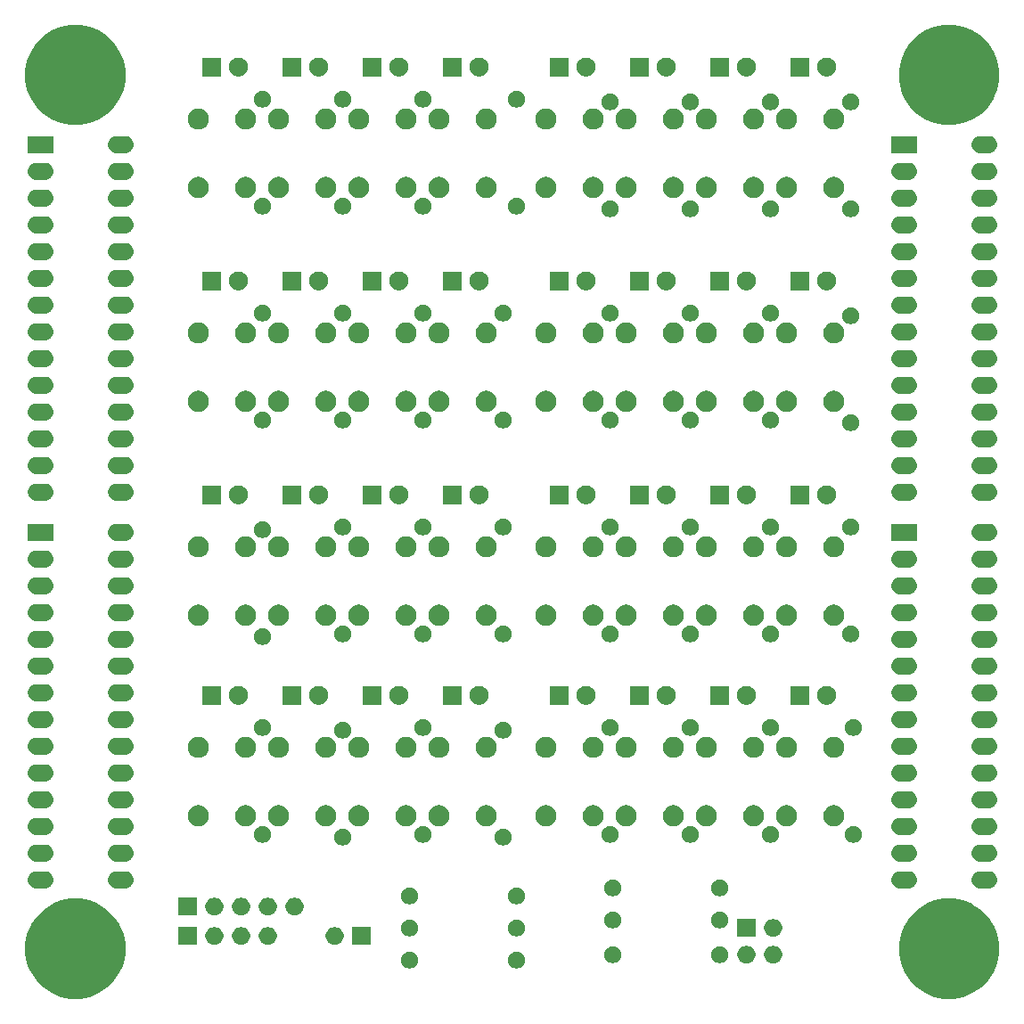
<source format=gbs>
G04 #@! TF.GenerationSoftware,KiCad,Pcbnew,(5.1.5)-3*
G04 #@! TF.CreationDate,2021-06-19T20:55:57-04:00*
G04 #@! TF.ProjectId,FrontPanel02,46726f6e-7450-4616-9e65-6c30322e6b69,X1*
G04 #@! TF.SameCoordinates,Original*
G04 #@! TF.FileFunction,Soldermask,Bot*
G04 #@! TF.FilePolarity,Negative*
%FSLAX46Y46*%
G04 Gerber Fmt 4.6, Leading zero omitted, Abs format (unit mm)*
G04 Created by KiCad (PCBNEW (5.1.5)-3) date 2021-06-19 20:55:57*
%MOMM*%
%LPD*%
G04 APERTURE LIST*
%ADD10C,0.150000*%
G04 APERTURE END LIST*
D10*
G36*
X100389169Y-94420519D02*
G01*
X101179932Y-94748064D01*
X101255890Y-94779527D01*
X102035917Y-95300724D01*
X102699276Y-95964083D01*
X103154210Y-96644941D01*
X103220474Y-96744112D01*
X103579481Y-97610831D01*
X103762500Y-98530933D01*
X103762500Y-99469067D01*
X103579481Y-100389169D01*
X103415542Y-100784952D01*
X103220473Y-101255890D01*
X102699276Y-102035917D01*
X102035917Y-102699276D01*
X101255890Y-103220473D01*
X101255889Y-103220474D01*
X101255888Y-103220474D01*
X100389169Y-103579481D01*
X99469067Y-103762500D01*
X98530933Y-103762500D01*
X97610831Y-103579481D01*
X96744112Y-103220474D01*
X96744111Y-103220474D01*
X96744110Y-103220473D01*
X95964083Y-102699276D01*
X95300724Y-102035917D01*
X94779527Y-101255890D01*
X94584458Y-100784952D01*
X94420519Y-100389169D01*
X94237500Y-99469067D01*
X94237500Y-98530933D01*
X94420519Y-97610831D01*
X94779526Y-96744112D01*
X94845790Y-96644941D01*
X95300724Y-95964083D01*
X95964083Y-95300724D01*
X96744110Y-94779527D01*
X96820068Y-94748064D01*
X97610831Y-94420519D01*
X98530933Y-94237500D01*
X99469067Y-94237500D01*
X100389169Y-94420519D01*
G37*
G36*
X17389169Y-94420519D02*
G01*
X18179932Y-94748064D01*
X18255890Y-94779527D01*
X19035917Y-95300724D01*
X19699276Y-95964083D01*
X20154210Y-96644941D01*
X20220474Y-96744112D01*
X20579481Y-97610831D01*
X20762500Y-98530933D01*
X20762500Y-99469067D01*
X20579481Y-100389169D01*
X20415542Y-100784952D01*
X20220473Y-101255890D01*
X19699276Y-102035917D01*
X19035917Y-102699276D01*
X18255890Y-103220473D01*
X18255889Y-103220474D01*
X18255888Y-103220474D01*
X17389169Y-103579481D01*
X16469067Y-103762500D01*
X15530933Y-103762500D01*
X14610831Y-103579481D01*
X13744112Y-103220474D01*
X13744111Y-103220474D01*
X13744110Y-103220473D01*
X12964083Y-102699276D01*
X12300724Y-102035917D01*
X11779527Y-101255890D01*
X11584458Y-100784952D01*
X11420519Y-100389169D01*
X11237500Y-99469067D01*
X11237500Y-98530933D01*
X11420519Y-97610831D01*
X11779526Y-96744112D01*
X11845790Y-96644941D01*
X12300724Y-95964083D01*
X12964083Y-95300724D01*
X13744110Y-94779527D01*
X13820068Y-94748064D01*
X14610831Y-94420519D01*
X15530933Y-94237500D01*
X16469067Y-94237500D01*
X17389169Y-94420519D01*
G37*
G36*
X47985351Y-99306743D02*
G01*
X48130941Y-99367048D01*
X48261970Y-99454599D01*
X48373401Y-99566030D01*
X48460952Y-99697059D01*
X48521257Y-99842649D01*
X48552000Y-99997206D01*
X48552000Y-100154794D01*
X48521257Y-100309351D01*
X48460952Y-100454941D01*
X48373401Y-100585970D01*
X48261970Y-100697401D01*
X48130941Y-100784952D01*
X47985351Y-100845257D01*
X47830794Y-100876000D01*
X47673206Y-100876000D01*
X47518649Y-100845257D01*
X47373059Y-100784952D01*
X47242030Y-100697401D01*
X47130599Y-100585970D01*
X47043048Y-100454941D01*
X46982743Y-100309351D01*
X46952000Y-100154794D01*
X46952000Y-99997206D01*
X46982743Y-99842649D01*
X47043048Y-99697059D01*
X47130599Y-99566030D01*
X47242030Y-99454599D01*
X47373059Y-99367048D01*
X47518649Y-99306743D01*
X47673206Y-99276000D01*
X47830794Y-99276000D01*
X47985351Y-99306743D01*
G37*
G36*
X58145351Y-99306743D02*
G01*
X58290941Y-99367048D01*
X58421970Y-99454599D01*
X58533401Y-99566030D01*
X58620952Y-99697059D01*
X58681257Y-99842649D01*
X58712000Y-99997206D01*
X58712000Y-100154794D01*
X58681257Y-100309351D01*
X58620952Y-100454941D01*
X58533401Y-100585970D01*
X58421970Y-100697401D01*
X58290941Y-100784952D01*
X58145351Y-100845257D01*
X57990794Y-100876000D01*
X57833206Y-100876000D01*
X57678649Y-100845257D01*
X57533059Y-100784952D01*
X57402030Y-100697401D01*
X57290599Y-100585970D01*
X57203048Y-100454941D01*
X57142743Y-100309351D01*
X57112000Y-100154794D01*
X57112000Y-99997206D01*
X57142743Y-99842649D01*
X57203048Y-99697059D01*
X57290599Y-99566030D01*
X57402030Y-99454599D01*
X57533059Y-99367048D01*
X57678649Y-99306743D01*
X57833206Y-99276000D01*
X57990794Y-99276000D01*
X58145351Y-99306743D01*
G37*
G36*
X82543935Y-98750664D02*
G01*
X82698624Y-98814739D01*
X82698626Y-98814740D01*
X82837844Y-98907762D01*
X82956238Y-99026156D01*
X82977535Y-99058030D01*
X83049261Y-99165376D01*
X83113336Y-99320065D01*
X83146000Y-99484281D01*
X83146000Y-99651719D01*
X83113336Y-99815935D01*
X83049261Y-99970624D01*
X83049260Y-99970626D01*
X82956238Y-100109844D01*
X82837844Y-100228238D01*
X82698626Y-100321260D01*
X82698625Y-100321261D01*
X82698624Y-100321261D01*
X82543935Y-100385336D01*
X82379719Y-100418000D01*
X82212281Y-100418000D01*
X82048065Y-100385336D01*
X81893376Y-100321261D01*
X81893375Y-100321261D01*
X81893374Y-100321260D01*
X81754156Y-100228238D01*
X81635762Y-100109844D01*
X81542740Y-99970626D01*
X81542739Y-99970624D01*
X81478664Y-99815935D01*
X81446000Y-99651719D01*
X81446000Y-99484281D01*
X81478664Y-99320065D01*
X81542739Y-99165376D01*
X81614465Y-99058030D01*
X81635762Y-99026156D01*
X81754156Y-98907762D01*
X81893374Y-98814740D01*
X81893376Y-98814739D01*
X82048065Y-98750664D01*
X82212281Y-98718000D01*
X82379719Y-98718000D01*
X82543935Y-98750664D01*
G37*
G36*
X80003935Y-98750664D02*
G01*
X80158624Y-98814739D01*
X80158626Y-98814740D01*
X80297844Y-98907762D01*
X80416238Y-99026156D01*
X80437535Y-99058030D01*
X80509261Y-99165376D01*
X80573336Y-99320065D01*
X80606000Y-99484281D01*
X80606000Y-99651719D01*
X80573336Y-99815935D01*
X80509261Y-99970624D01*
X80509260Y-99970626D01*
X80416238Y-100109844D01*
X80297844Y-100228238D01*
X80158626Y-100321260D01*
X80158625Y-100321261D01*
X80158624Y-100321261D01*
X80003935Y-100385336D01*
X79839719Y-100418000D01*
X79672281Y-100418000D01*
X79508065Y-100385336D01*
X79353376Y-100321261D01*
X79353375Y-100321261D01*
X79353374Y-100321260D01*
X79214156Y-100228238D01*
X79095762Y-100109844D01*
X79002740Y-99970626D01*
X79002739Y-99970624D01*
X78938664Y-99815935D01*
X78906000Y-99651719D01*
X78906000Y-99484281D01*
X78938664Y-99320065D01*
X79002739Y-99165376D01*
X79074465Y-99058030D01*
X79095762Y-99026156D01*
X79214156Y-98907762D01*
X79353374Y-98814740D01*
X79353376Y-98814739D01*
X79508065Y-98750664D01*
X79672281Y-98718000D01*
X79839719Y-98718000D01*
X80003935Y-98750664D01*
G37*
G36*
X77449351Y-98798743D02*
G01*
X77594941Y-98859048D01*
X77725970Y-98946599D01*
X77837401Y-99058030D01*
X77924952Y-99189059D01*
X77985257Y-99334649D01*
X78016000Y-99489206D01*
X78016000Y-99646794D01*
X77985257Y-99801351D01*
X77924952Y-99946941D01*
X77837401Y-100077970D01*
X77725970Y-100189401D01*
X77594941Y-100276952D01*
X77449351Y-100337257D01*
X77294794Y-100368000D01*
X77137206Y-100368000D01*
X76982649Y-100337257D01*
X76837059Y-100276952D01*
X76706030Y-100189401D01*
X76594599Y-100077970D01*
X76507048Y-99946941D01*
X76446743Y-99801351D01*
X76416000Y-99646794D01*
X76416000Y-99489206D01*
X76446743Y-99334649D01*
X76507048Y-99189059D01*
X76594599Y-99058030D01*
X76706030Y-98946599D01*
X76837059Y-98859048D01*
X76982649Y-98798743D01*
X77137206Y-98768000D01*
X77294794Y-98768000D01*
X77449351Y-98798743D01*
G37*
G36*
X67289351Y-98798743D02*
G01*
X67434941Y-98859048D01*
X67565970Y-98946599D01*
X67677401Y-99058030D01*
X67764952Y-99189059D01*
X67825257Y-99334649D01*
X67856000Y-99489206D01*
X67856000Y-99646794D01*
X67825257Y-99801351D01*
X67764952Y-99946941D01*
X67677401Y-100077970D01*
X67565970Y-100189401D01*
X67434941Y-100276952D01*
X67289351Y-100337257D01*
X67134794Y-100368000D01*
X66977206Y-100368000D01*
X66822649Y-100337257D01*
X66677059Y-100276952D01*
X66546030Y-100189401D01*
X66434599Y-100077970D01*
X66347048Y-99946941D01*
X66286743Y-99801351D01*
X66256000Y-99646794D01*
X66256000Y-99489206D01*
X66286743Y-99334649D01*
X66347048Y-99189059D01*
X66434599Y-99058030D01*
X66546030Y-98946599D01*
X66677059Y-98859048D01*
X66822649Y-98798743D01*
X66977206Y-98768000D01*
X67134794Y-98768000D01*
X67289351Y-98798743D01*
G37*
G36*
X31997935Y-96972664D02*
G01*
X32149046Y-97035257D01*
X32152626Y-97036740D01*
X32291844Y-97129762D01*
X32410238Y-97248156D01*
X32503260Y-97387374D01*
X32503261Y-97387376D01*
X32567336Y-97542065D01*
X32600000Y-97706281D01*
X32600000Y-97873719D01*
X32567336Y-98037935D01*
X32503261Y-98192624D01*
X32503260Y-98192626D01*
X32410238Y-98331844D01*
X32291844Y-98450238D01*
X32152626Y-98543260D01*
X32152625Y-98543261D01*
X32152624Y-98543261D01*
X31997935Y-98607336D01*
X31833719Y-98640000D01*
X31666281Y-98640000D01*
X31502065Y-98607336D01*
X31347376Y-98543261D01*
X31347375Y-98543261D01*
X31347374Y-98543260D01*
X31208156Y-98450238D01*
X31089762Y-98331844D01*
X30996740Y-98192626D01*
X30996739Y-98192624D01*
X30932664Y-98037935D01*
X30900000Y-97873719D01*
X30900000Y-97706281D01*
X30932664Y-97542065D01*
X30996739Y-97387376D01*
X30996740Y-97387374D01*
X31089762Y-97248156D01*
X31208156Y-97129762D01*
X31347374Y-97036740D01*
X31350954Y-97035257D01*
X31502065Y-96972664D01*
X31666281Y-96940000D01*
X31833719Y-96940000D01*
X31997935Y-96972664D01*
G37*
G36*
X44030000Y-98640000D02*
G01*
X42330000Y-98640000D01*
X42330000Y-96940000D01*
X44030000Y-96940000D01*
X44030000Y-98640000D01*
G37*
G36*
X40887935Y-96972664D02*
G01*
X41039046Y-97035257D01*
X41042626Y-97036740D01*
X41181844Y-97129762D01*
X41300238Y-97248156D01*
X41393260Y-97387374D01*
X41393261Y-97387376D01*
X41457336Y-97542065D01*
X41490000Y-97706281D01*
X41490000Y-97873719D01*
X41457336Y-98037935D01*
X41393261Y-98192624D01*
X41393260Y-98192626D01*
X41300238Y-98331844D01*
X41181844Y-98450238D01*
X41042626Y-98543260D01*
X41042625Y-98543261D01*
X41042624Y-98543261D01*
X40887935Y-98607336D01*
X40723719Y-98640000D01*
X40556281Y-98640000D01*
X40392065Y-98607336D01*
X40237376Y-98543261D01*
X40237375Y-98543261D01*
X40237374Y-98543260D01*
X40098156Y-98450238D01*
X39979762Y-98331844D01*
X39886740Y-98192626D01*
X39886739Y-98192624D01*
X39822664Y-98037935D01*
X39790000Y-97873719D01*
X39790000Y-97706281D01*
X39822664Y-97542065D01*
X39886739Y-97387376D01*
X39886740Y-97387374D01*
X39979762Y-97248156D01*
X40098156Y-97129762D01*
X40237374Y-97036740D01*
X40240954Y-97035257D01*
X40392065Y-96972664D01*
X40556281Y-96940000D01*
X40723719Y-96940000D01*
X40887935Y-96972664D01*
G37*
G36*
X34537935Y-96972664D02*
G01*
X34689046Y-97035257D01*
X34692626Y-97036740D01*
X34831844Y-97129762D01*
X34950238Y-97248156D01*
X35043260Y-97387374D01*
X35043261Y-97387376D01*
X35107336Y-97542065D01*
X35140000Y-97706281D01*
X35140000Y-97873719D01*
X35107336Y-98037935D01*
X35043261Y-98192624D01*
X35043260Y-98192626D01*
X34950238Y-98331844D01*
X34831844Y-98450238D01*
X34692626Y-98543260D01*
X34692625Y-98543261D01*
X34692624Y-98543261D01*
X34537935Y-98607336D01*
X34373719Y-98640000D01*
X34206281Y-98640000D01*
X34042065Y-98607336D01*
X33887376Y-98543261D01*
X33887375Y-98543261D01*
X33887374Y-98543260D01*
X33748156Y-98450238D01*
X33629762Y-98331844D01*
X33536740Y-98192626D01*
X33536739Y-98192624D01*
X33472664Y-98037935D01*
X33440000Y-97873719D01*
X33440000Y-97706281D01*
X33472664Y-97542065D01*
X33536739Y-97387376D01*
X33536740Y-97387374D01*
X33629762Y-97248156D01*
X33748156Y-97129762D01*
X33887374Y-97036740D01*
X33890954Y-97035257D01*
X34042065Y-96972664D01*
X34206281Y-96940000D01*
X34373719Y-96940000D01*
X34537935Y-96972664D01*
G37*
G36*
X29457935Y-96972664D02*
G01*
X29609046Y-97035257D01*
X29612626Y-97036740D01*
X29751844Y-97129762D01*
X29870238Y-97248156D01*
X29963260Y-97387374D01*
X29963261Y-97387376D01*
X30027336Y-97542065D01*
X30060000Y-97706281D01*
X30060000Y-97873719D01*
X30027336Y-98037935D01*
X29963261Y-98192624D01*
X29963260Y-98192626D01*
X29870238Y-98331844D01*
X29751844Y-98450238D01*
X29612626Y-98543260D01*
X29612625Y-98543261D01*
X29612624Y-98543261D01*
X29457935Y-98607336D01*
X29293719Y-98640000D01*
X29126281Y-98640000D01*
X28962065Y-98607336D01*
X28807376Y-98543261D01*
X28807375Y-98543261D01*
X28807374Y-98543260D01*
X28668156Y-98450238D01*
X28549762Y-98331844D01*
X28456740Y-98192626D01*
X28456739Y-98192624D01*
X28392664Y-98037935D01*
X28360000Y-97873719D01*
X28360000Y-97706281D01*
X28392664Y-97542065D01*
X28456739Y-97387376D01*
X28456740Y-97387374D01*
X28549762Y-97248156D01*
X28668156Y-97129762D01*
X28807374Y-97036740D01*
X28810954Y-97035257D01*
X28962065Y-96972664D01*
X29126281Y-96940000D01*
X29293719Y-96940000D01*
X29457935Y-96972664D01*
G37*
G36*
X27520000Y-98640000D02*
G01*
X25820000Y-98640000D01*
X25820000Y-96940000D01*
X27520000Y-96940000D01*
X27520000Y-98640000D01*
G37*
G36*
X80606000Y-97878000D02*
G01*
X78906000Y-97878000D01*
X78906000Y-96178000D01*
X80606000Y-96178000D01*
X80606000Y-97878000D01*
G37*
G36*
X82543935Y-96210664D02*
G01*
X82698624Y-96274739D01*
X82698626Y-96274740D01*
X82837844Y-96367762D01*
X82956238Y-96486156D01*
X82977535Y-96518030D01*
X83049261Y-96625376D01*
X83113336Y-96780065D01*
X83146000Y-96944281D01*
X83146000Y-97111719D01*
X83113336Y-97275935D01*
X83049261Y-97430624D01*
X83049260Y-97430626D01*
X82956238Y-97569844D01*
X82837844Y-97688238D01*
X82698626Y-97781260D01*
X82698625Y-97781261D01*
X82698624Y-97781261D01*
X82543935Y-97845336D01*
X82379719Y-97878000D01*
X82212281Y-97878000D01*
X82048065Y-97845336D01*
X81893376Y-97781261D01*
X81893375Y-97781261D01*
X81893374Y-97781260D01*
X81754156Y-97688238D01*
X81635762Y-97569844D01*
X81542740Y-97430626D01*
X81542739Y-97430624D01*
X81478664Y-97275935D01*
X81446000Y-97111719D01*
X81446000Y-96944281D01*
X81478664Y-96780065D01*
X81542739Y-96625376D01*
X81614465Y-96518030D01*
X81635762Y-96486156D01*
X81754156Y-96367762D01*
X81893374Y-96274740D01*
X81893376Y-96274739D01*
X82048065Y-96210664D01*
X82212281Y-96178000D01*
X82379719Y-96178000D01*
X82543935Y-96210664D01*
G37*
G36*
X47985351Y-96258743D02*
G01*
X48130941Y-96319048D01*
X48261970Y-96406599D01*
X48373401Y-96518030D01*
X48460952Y-96649059D01*
X48521257Y-96794649D01*
X48552000Y-96949206D01*
X48552000Y-97106794D01*
X48521257Y-97261351D01*
X48460952Y-97406941D01*
X48373401Y-97537970D01*
X48261970Y-97649401D01*
X48130941Y-97736952D01*
X47985351Y-97797257D01*
X47830794Y-97828000D01*
X47673206Y-97828000D01*
X47518649Y-97797257D01*
X47373059Y-97736952D01*
X47242030Y-97649401D01*
X47130599Y-97537970D01*
X47043048Y-97406941D01*
X46982743Y-97261351D01*
X46952000Y-97106794D01*
X46952000Y-96949206D01*
X46982743Y-96794649D01*
X47043048Y-96649059D01*
X47130599Y-96518030D01*
X47242030Y-96406599D01*
X47373059Y-96319048D01*
X47518649Y-96258743D01*
X47673206Y-96228000D01*
X47830794Y-96228000D01*
X47985351Y-96258743D01*
G37*
G36*
X58145351Y-96258743D02*
G01*
X58290941Y-96319048D01*
X58421970Y-96406599D01*
X58533401Y-96518030D01*
X58620952Y-96649059D01*
X58681257Y-96794649D01*
X58712000Y-96949206D01*
X58712000Y-97106794D01*
X58681257Y-97261351D01*
X58620952Y-97406941D01*
X58533401Y-97537970D01*
X58421970Y-97649401D01*
X58290941Y-97736952D01*
X58145351Y-97797257D01*
X57990794Y-97828000D01*
X57833206Y-97828000D01*
X57678649Y-97797257D01*
X57533059Y-97736952D01*
X57402030Y-97649401D01*
X57290599Y-97537970D01*
X57203048Y-97406941D01*
X57142743Y-97261351D01*
X57112000Y-97106794D01*
X57112000Y-96949206D01*
X57142743Y-96794649D01*
X57203048Y-96649059D01*
X57290599Y-96518030D01*
X57402030Y-96406599D01*
X57533059Y-96319048D01*
X57678649Y-96258743D01*
X57833206Y-96228000D01*
X57990794Y-96228000D01*
X58145351Y-96258743D01*
G37*
G36*
X77449351Y-95496743D02*
G01*
X77594941Y-95557048D01*
X77725970Y-95644599D01*
X77837401Y-95756030D01*
X77924952Y-95887059D01*
X77985257Y-96032649D01*
X78016000Y-96187206D01*
X78016000Y-96344794D01*
X77985257Y-96499351D01*
X77924952Y-96644941D01*
X77837401Y-96775970D01*
X77725970Y-96887401D01*
X77594941Y-96974952D01*
X77449351Y-97035257D01*
X77294794Y-97066000D01*
X77137206Y-97066000D01*
X76982649Y-97035257D01*
X76837059Y-96974952D01*
X76706030Y-96887401D01*
X76594599Y-96775970D01*
X76507048Y-96644941D01*
X76446743Y-96499351D01*
X76416000Y-96344794D01*
X76416000Y-96187206D01*
X76446743Y-96032649D01*
X76507048Y-95887059D01*
X76594599Y-95756030D01*
X76706030Y-95644599D01*
X76837059Y-95557048D01*
X76982649Y-95496743D01*
X77137206Y-95466000D01*
X77294794Y-95466000D01*
X77449351Y-95496743D01*
G37*
G36*
X67289351Y-95496743D02*
G01*
X67434941Y-95557048D01*
X67565970Y-95644599D01*
X67677401Y-95756030D01*
X67764952Y-95887059D01*
X67825257Y-96032649D01*
X67856000Y-96187206D01*
X67856000Y-96344794D01*
X67825257Y-96499351D01*
X67764952Y-96644941D01*
X67677401Y-96775970D01*
X67565970Y-96887401D01*
X67434941Y-96974952D01*
X67289351Y-97035257D01*
X67134794Y-97066000D01*
X66977206Y-97066000D01*
X66822649Y-97035257D01*
X66677059Y-96974952D01*
X66546030Y-96887401D01*
X66434599Y-96775970D01*
X66347048Y-96644941D01*
X66286743Y-96499351D01*
X66256000Y-96344794D01*
X66256000Y-96187206D01*
X66286743Y-96032649D01*
X66347048Y-95887059D01*
X66434599Y-95756030D01*
X66546030Y-95644599D01*
X66677059Y-95557048D01*
X66822649Y-95496743D01*
X66977206Y-95466000D01*
X67134794Y-95466000D01*
X67289351Y-95496743D01*
G37*
G36*
X37077935Y-94178664D02*
G01*
X37219976Y-94237500D01*
X37232626Y-94242740D01*
X37371844Y-94335762D01*
X37490238Y-94454156D01*
X37583260Y-94593374D01*
X37583261Y-94593376D01*
X37647336Y-94748065D01*
X37680000Y-94912281D01*
X37680000Y-95079719D01*
X37647336Y-95243935D01*
X37623813Y-95300724D01*
X37583260Y-95398626D01*
X37490238Y-95537844D01*
X37371844Y-95656238D01*
X37232626Y-95749260D01*
X37232625Y-95749261D01*
X37232624Y-95749261D01*
X37077935Y-95813336D01*
X36913719Y-95846000D01*
X36746281Y-95846000D01*
X36582065Y-95813336D01*
X36427376Y-95749261D01*
X36427375Y-95749261D01*
X36427374Y-95749260D01*
X36288156Y-95656238D01*
X36169762Y-95537844D01*
X36076740Y-95398626D01*
X36036187Y-95300724D01*
X36012664Y-95243935D01*
X35980000Y-95079719D01*
X35980000Y-94912281D01*
X36012664Y-94748065D01*
X36076739Y-94593376D01*
X36076740Y-94593374D01*
X36169762Y-94454156D01*
X36288156Y-94335762D01*
X36427374Y-94242740D01*
X36440024Y-94237500D01*
X36582065Y-94178664D01*
X36746281Y-94146000D01*
X36913719Y-94146000D01*
X37077935Y-94178664D01*
G37*
G36*
X34537935Y-94178664D02*
G01*
X34679976Y-94237500D01*
X34692626Y-94242740D01*
X34831844Y-94335762D01*
X34950238Y-94454156D01*
X35043260Y-94593374D01*
X35043261Y-94593376D01*
X35107336Y-94748065D01*
X35140000Y-94912281D01*
X35140000Y-95079719D01*
X35107336Y-95243935D01*
X35083813Y-95300724D01*
X35043260Y-95398626D01*
X34950238Y-95537844D01*
X34831844Y-95656238D01*
X34692626Y-95749260D01*
X34692625Y-95749261D01*
X34692624Y-95749261D01*
X34537935Y-95813336D01*
X34373719Y-95846000D01*
X34206281Y-95846000D01*
X34042065Y-95813336D01*
X33887376Y-95749261D01*
X33887375Y-95749261D01*
X33887374Y-95749260D01*
X33748156Y-95656238D01*
X33629762Y-95537844D01*
X33536740Y-95398626D01*
X33496187Y-95300724D01*
X33472664Y-95243935D01*
X33440000Y-95079719D01*
X33440000Y-94912281D01*
X33472664Y-94748065D01*
X33536739Y-94593376D01*
X33536740Y-94593374D01*
X33629762Y-94454156D01*
X33748156Y-94335762D01*
X33887374Y-94242740D01*
X33900024Y-94237500D01*
X34042065Y-94178664D01*
X34206281Y-94146000D01*
X34373719Y-94146000D01*
X34537935Y-94178664D01*
G37*
G36*
X31997935Y-94178664D02*
G01*
X32139976Y-94237500D01*
X32152626Y-94242740D01*
X32291844Y-94335762D01*
X32410238Y-94454156D01*
X32503260Y-94593374D01*
X32503261Y-94593376D01*
X32567336Y-94748065D01*
X32600000Y-94912281D01*
X32600000Y-95079719D01*
X32567336Y-95243935D01*
X32543813Y-95300724D01*
X32503260Y-95398626D01*
X32410238Y-95537844D01*
X32291844Y-95656238D01*
X32152626Y-95749260D01*
X32152625Y-95749261D01*
X32152624Y-95749261D01*
X31997935Y-95813336D01*
X31833719Y-95846000D01*
X31666281Y-95846000D01*
X31502065Y-95813336D01*
X31347376Y-95749261D01*
X31347375Y-95749261D01*
X31347374Y-95749260D01*
X31208156Y-95656238D01*
X31089762Y-95537844D01*
X30996740Y-95398626D01*
X30956187Y-95300724D01*
X30932664Y-95243935D01*
X30900000Y-95079719D01*
X30900000Y-94912281D01*
X30932664Y-94748065D01*
X30996739Y-94593376D01*
X30996740Y-94593374D01*
X31089762Y-94454156D01*
X31208156Y-94335762D01*
X31347374Y-94242740D01*
X31360024Y-94237500D01*
X31502065Y-94178664D01*
X31666281Y-94146000D01*
X31833719Y-94146000D01*
X31997935Y-94178664D01*
G37*
G36*
X29457935Y-94178664D02*
G01*
X29599976Y-94237500D01*
X29612626Y-94242740D01*
X29751844Y-94335762D01*
X29870238Y-94454156D01*
X29963260Y-94593374D01*
X29963261Y-94593376D01*
X30027336Y-94748065D01*
X30060000Y-94912281D01*
X30060000Y-95079719D01*
X30027336Y-95243935D01*
X30003813Y-95300724D01*
X29963260Y-95398626D01*
X29870238Y-95537844D01*
X29751844Y-95656238D01*
X29612626Y-95749260D01*
X29612625Y-95749261D01*
X29612624Y-95749261D01*
X29457935Y-95813336D01*
X29293719Y-95846000D01*
X29126281Y-95846000D01*
X28962065Y-95813336D01*
X28807376Y-95749261D01*
X28807375Y-95749261D01*
X28807374Y-95749260D01*
X28668156Y-95656238D01*
X28549762Y-95537844D01*
X28456740Y-95398626D01*
X28416187Y-95300724D01*
X28392664Y-95243935D01*
X28360000Y-95079719D01*
X28360000Y-94912281D01*
X28392664Y-94748065D01*
X28456739Y-94593376D01*
X28456740Y-94593374D01*
X28549762Y-94454156D01*
X28668156Y-94335762D01*
X28807374Y-94242740D01*
X28820024Y-94237500D01*
X28962065Y-94178664D01*
X29126281Y-94146000D01*
X29293719Y-94146000D01*
X29457935Y-94178664D01*
G37*
G36*
X27520000Y-95846000D02*
G01*
X25820000Y-95846000D01*
X25820000Y-94146000D01*
X27520000Y-94146000D01*
X27520000Y-95846000D01*
G37*
G36*
X47985351Y-93210743D02*
G01*
X48130941Y-93271048D01*
X48261970Y-93358599D01*
X48373401Y-93470030D01*
X48460952Y-93601059D01*
X48521257Y-93746649D01*
X48552000Y-93901206D01*
X48552000Y-94058794D01*
X48521257Y-94213351D01*
X48460952Y-94358941D01*
X48373401Y-94489970D01*
X48261970Y-94601401D01*
X48130941Y-94688952D01*
X47985351Y-94749257D01*
X47830794Y-94780000D01*
X47673206Y-94780000D01*
X47518649Y-94749257D01*
X47373059Y-94688952D01*
X47242030Y-94601401D01*
X47130599Y-94489970D01*
X47043048Y-94358941D01*
X46982743Y-94213351D01*
X46952000Y-94058794D01*
X46952000Y-93901206D01*
X46982743Y-93746649D01*
X47043048Y-93601059D01*
X47130599Y-93470030D01*
X47242030Y-93358599D01*
X47373059Y-93271048D01*
X47518649Y-93210743D01*
X47673206Y-93180000D01*
X47830794Y-93180000D01*
X47985351Y-93210743D01*
G37*
G36*
X58145351Y-93210743D02*
G01*
X58290941Y-93271048D01*
X58421970Y-93358599D01*
X58533401Y-93470030D01*
X58620952Y-93601059D01*
X58681257Y-93746649D01*
X58712000Y-93901206D01*
X58712000Y-94058794D01*
X58681257Y-94213351D01*
X58620952Y-94358941D01*
X58533401Y-94489970D01*
X58421970Y-94601401D01*
X58290941Y-94688952D01*
X58145351Y-94749257D01*
X57990794Y-94780000D01*
X57833206Y-94780000D01*
X57678649Y-94749257D01*
X57533059Y-94688952D01*
X57402030Y-94601401D01*
X57290599Y-94489970D01*
X57203048Y-94358941D01*
X57142743Y-94213351D01*
X57112000Y-94058794D01*
X57112000Y-93901206D01*
X57142743Y-93746649D01*
X57203048Y-93601059D01*
X57290599Y-93470030D01*
X57402030Y-93358599D01*
X57533059Y-93271048D01*
X57678649Y-93210743D01*
X57833206Y-93180000D01*
X57990794Y-93180000D01*
X58145351Y-93210743D01*
G37*
G36*
X67289351Y-92448743D02*
G01*
X67434941Y-92509048D01*
X67565970Y-92596599D01*
X67677401Y-92708030D01*
X67764952Y-92839059D01*
X67825257Y-92984649D01*
X67856000Y-93139206D01*
X67856000Y-93296794D01*
X67825257Y-93451351D01*
X67764952Y-93596941D01*
X67677401Y-93727970D01*
X67565970Y-93839401D01*
X67434941Y-93926952D01*
X67289351Y-93987257D01*
X67134794Y-94018000D01*
X66977206Y-94018000D01*
X66822649Y-93987257D01*
X66677059Y-93926952D01*
X66546030Y-93839401D01*
X66434599Y-93727970D01*
X66347048Y-93596941D01*
X66286743Y-93451351D01*
X66256000Y-93296794D01*
X66256000Y-93139206D01*
X66286743Y-92984649D01*
X66347048Y-92839059D01*
X66434599Y-92708030D01*
X66546030Y-92596599D01*
X66677059Y-92509048D01*
X66822649Y-92448743D01*
X66977206Y-92418000D01*
X67134794Y-92418000D01*
X67289351Y-92448743D01*
G37*
G36*
X77449351Y-92448743D02*
G01*
X77594941Y-92509048D01*
X77725970Y-92596599D01*
X77837401Y-92708030D01*
X77924952Y-92839059D01*
X77985257Y-92984649D01*
X78016000Y-93139206D01*
X78016000Y-93296794D01*
X77985257Y-93451351D01*
X77924952Y-93596941D01*
X77837401Y-93727970D01*
X77725970Y-93839401D01*
X77594941Y-93926952D01*
X77449351Y-93987257D01*
X77294794Y-94018000D01*
X77137206Y-94018000D01*
X76982649Y-93987257D01*
X76837059Y-93926952D01*
X76706030Y-93839401D01*
X76594599Y-93727970D01*
X76507048Y-93596941D01*
X76446743Y-93451351D01*
X76416000Y-93296794D01*
X76416000Y-93139206D01*
X76446743Y-92984649D01*
X76507048Y-92839059D01*
X76594599Y-92708030D01*
X76706030Y-92596599D01*
X76837059Y-92509048D01*
X76982649Y-92448743D01*
X77137206Y-92418000D01*
X77294794Y-92418000D01*
X77449351Y-92448743D01*
G37*
G36*
X13178471Y-91659859D02*
G01*
X13256827Y-91667576D01*
X13407628Y-91713321D01*
X13407630Y-91713322D01*
X13546605Y-91787606D01*
X13546607Y-91787607D01*
X13546606Y-91787607D01*
X13668422Y-91887578D01*
X13768393Y-92009394D01*
X13842679Y-92148372D01*
X13888424Y-92299173D01*
X13903870Y-92456000D01*
X13888424Y-92612827D01*
X13859544Y-92708030D01*
X13842678Y-92763630D01*
X13768394Y-92902605D01*
X13668422Y-93024422D01*
X13546605Y-93124394D01*
X13442574Y-93180000D01*
X13407628Y-93198679D01*
X13256827Y-93244424D01*
X13178471Y-93252141D01*
X13139294Y-93256000D01*
X12260706Y-93256000D01*
X12221529Y-93252141D01*
X12143173Y-93244424D01*
X11992372Y-93198679D01*
X11957426Y-93180000D01*
X11853395Y-93124394D01*
X11731578Y-93024422D01*
X11631606Y-92902605D01*
X11557322Y-92763630D01*
X11540456Y-92708030D01*
X11511576Y-92612827D01*
X11496130Y-92456000D01*
X11511576Y-92299173D01*
X11557321Y-92148372D01*
X11631607Y-92009394D01*
X11731578Y-91887578D01*
X11853394Y-91787607D01*
X11853393Y-91787607D01*
X11853395Y-91787606D01*
X11992370Y-91713322D01*
X11992372Y-91713321D01*
X12143173Y-91667576D01*
X12221529Y-91659859D01*
X12260706Y-91656000D01*
X13139294Y-91656000D01*
X13178471Y-91659859D01*
G37*
G36*
X102840471Y-91659859D02*
G01*
X102918827Y-91667576D01*
X103069628Y-91713321D01*
X103069630Y-91713322D01*
X103208605Y-91787606D01*
X103208607Y-91787607D01*
X103208606Y-91787607D01*
X103330422Y-91887578D01*
X103430393Y-92009394D01*
X103504679Y-92148372D01*
X103550424Y-92299173D01*
X103565870Y-92456000D01*
X103550424Y-92612827D01*
X103521544Y-92708030D01*
X103504678Y-92763630D01*
X103430394Y-92902605D01*
X103330422Y-93024422D01*
X103208605Y-93124394D01*
X103104574Y-93180000D01*
X103069628Y-93198679D01*
X102918827Y-93244424D01*
X102840471Y-93252141D01*
X102801294Y-93256000D01*
X101922706Y-93256000D01*
X101883529Y-93252141D01*
X101805173Y-93244424D01*
X101654372Y-93198679D01*
X101619426Y-93180000D01*
X101515395Y-93124394D01*
X101393578Y-93024422D01*
X101293606Y-92902605D01*
X101219322Y-92763630D01*
X101202456Y-92708030D01*
X101173576Y-92612827D01*
X101158130Y-92456000D01*
X101173576Y-92299173D01*
X101219321Y-92148372D01*
X101293607Y-92009394D01*
X101393578Y-91887578D01*
X101515394Y-91787607D01*
X101515393Y-91787607D01*
X101515395Y-91787606D01*
X101654370Y-91713322D01*
X101654372Y-91713321D01*
X101805173Y-91667576D01*
X101883529Y-91659859D01*
X101922706Y-91656000D01*
X102801294Y-91656000D01*
X102840471Y-91659859D01*
G37*
G36*
X95220471Y-91659859D02*
G01*
X95298827Y-91667576D01*
X95449628Y-91713321D01*
X95449630Y-91713322D01*
X95588605Y-91787606D01*
X95588607Y-91787607D01*
X95588606Y-91787607D01*
X95710422Y-91887578D01*
X95810393Y-92009394D01*
X95884679Y-92148372D01*
X95930424Y-92299173D01*
X95945870Y-92456000D01*
X95930424Y-92612827D01*
X95901544Y-92708030D01*
X95884678Y-92763630D01*
X95810394Y-92902605D01*
X95710422Y-93024422D01*
X95588605Y-93124394D01*
X95484574Y-93180000D01*
X95449628Y-93198679D01*
X95298827Y-93244424D01*
X95220471Y-93252141D01*
X95181294Y-93256000D01*
X94302706Y-93256000D01*
X94263529Y-93252141D01*
X94185173Y-93244424D01*
X94034372Y-93198679D01*
X93999426Y-93180000D01*
X93895395Y-93124394D01*
X93773578Y-93024422D01*
X93673606Y-92902605D01*
X93599322Y-92763630D01*
X93582456Y-92708030D01*
X93553576Y-92612827D01*
X93538130Y-92456000D01*
X93553576Y-92299173D01*
X93599321Y-92148372D01*
X93673607Y-92009394D01*
X93773578Y-91887578D01*
X93895394Y-91787607D01*
X93895393Y-91787607D01*
X93895395Y-91787606D01*
X94034370Y-91713322D01*
X94034372Y-91713321D01*
X94185173Y-91667576D01*
X94263529Y-91659859D01*
X94302706Y-91656000D01*
X95181294Y-91656000D01*
X95220471Y-91659859D01*
G37*
G36*
X20798471Y-91659859D02*
G01*
X20876827Y-91667576D01*
X21027628Y-91713321D01*
X21027630Y-91713322D01*
X21166605Y-91787606D01*
X21166607Y-91787607D01*
X21166606Y-91787607D01*
X21288422Y-91887578D01*
X21388393Y-92009394D01*
X21462679Y-92148372D01*
X21508424Y-92299173D01*
X21523870Y-92456000D01*
X21508424Y-92612827D01*
X21479544Y-92708030D01*
X21462678Y-92763630D01*
X21388394Y-92902605D01*
X21288422Y-93024422D01*
X21166605Y-93124394D01*
X21062574Y-93180000D01*
X21027628Y-93198679D01*
X20876827Y-93244424D01*
X20798471Y-93252141D01*
X20759294Y-93256000D01*
X19880706Y-93256000D01*
X19841529Y-93252141D01*
X19763173Y-93244424D01*
X19612372Y-93198679D01*
X19577426Y-93180000D01*
X19473395Y-93124394D01*
X19351578Y-93024422D01*
X19251606Y-92902605D01*
X19177322Y-92763630D01*
X19160456Y-92708030D01*
X19131576Y-92612827D01*
X19116130Y-92456000D01*
X19131576Y-92299173D01*
X19177321Y-92148372D01*
X19251607Y-92009394D01*
X19351578Y-91887578D01*
X19473394Y-91787607D01*
X19473393Y-91787607D01*
X19473395Y-91787606D01*
X19612370Y-91713322D01*
X19612372Y-91713321D01*
X19763173Y-91667576D01*
X19841529Y-91659859D01*
X19880706Y-91656000D01*
X20759294Y-91656000D01*
X20798471Y-91659859D01*
G37*
G36*
X20798471Y-89119859D02*
G01*
X20876827Y-89127576D01*
X21027628Y-89173321D01*
X21027630Y-89173322D01*
X21166605Y-89247606D01*
X21166607Y-89247607D01*
X21166606Y-89247607D01*
X21288422Y-89347578D01*
X21388393Y-89469394D01*
X21462679Y-89608372D01*
X21508424Y-89759173D01*
X21523870Y-89916000D01*
X21508424Y-90072827D01*
X21462679Y-90223628D01*
X21462678Y-90223630D01*
X21388394Y-90362605D01*
X21288422Y-90484422D01*
X21166605Y-90584394D01*
X21027630Y-90658678D01*
X21027628Y-90658679D01*
X20876827Y-90704424D01*
X20798471Y-90712141D01*
X20759294Y-90716000D01*
X19880706Y-90716000D01*
X19841529Y-90712141D01*
X19763173Y-90704424D01*
X19612372Y-90658679D01*
X19612370Y-90658678D01*
X19473395Y-90584394D01*
X19351578Y-90484422D01*
X19251606Y-90362605D01*
X19177322Y-90223630D01*
X19177321Y-90223628D01*
X19131576Y-90072827D01*
X19116130Y-89916000D01*
X19131576Y-89759173D01*
X19177321Y-89608372D01*
X19251607Y-89469394D01*
X19351578Y-89347578D01*
X19473394Y-89247607D01*
X19473393Y-89247607D01*
X19473395Y-89247606D01*
X19612370Y-89173322D01*
X19612372Y-89173321D01*
X19763173Y-89127576D01*
X19841529Y-89119859D01*
X19880706Y-89116000D01*
X20759294Y-89116000D01*
X20798471Y-89119859D01*
G37*
G36*
X95220471Y-89119859D02*
G01*
X95298827Y-89127576D01*
X95449628Y-89173321D01*
X95449630Y-89173322D01*
X95588605Y-89247606D01*
X95588607Y-89247607D01*
X95588606Y-89247607D01*
X95710422Y-89347578D01*
X95810393Y-89469394D01*
X95884679Y-89608372D01*
X95930424Y-89759173D01*
X95945870Y-89916000D01*
X95930424Y-90072827D01*
X95884679Y-90223628D01*
X95884678Y-90223630D01*
X95810394Y-90362605D01*
X95710422Y-90484422D01*
X95588605Y-90584394D01*
X95449630Y-90658678D01*
X95449628Y-90658679D01*
X95298827Y-90704424D01*
X95220471Y-90712141D01*
X95181294Y-90716000D01*
X94302706Y-90716000D01*
X94263529Y-90712141D01*
X94185173Y-90704424D01*
X94034372Y-90658679D01*
X94034370Y-90658678D01*
X93895395Y-90584394D01*
X93773578Y-90484422D01*
X93673606Y-90362605D01*
X93599322Y-90223630D01*
X93599321Y-90223628D01*
X93553576Y-90072827D01*
X93538130Y-89916000D01*
X93553576Y-89759173D01*
X93599321Y-89608372D01*
X93673607Y-89469394D01*
X93773578Y-89347578D01*
X93895394Y-89247607D01*
X93895393Y-89247607D01*
X93895395Y-89247606D01*
X94034370Y-89173322D01*
X94034372Y-89173321D01*
X94185173Y-89127576D01*
X94263529Y-89119859D01*
X94302706Y-89116000D01*
X95181294Y-89116000D01*
X95220471Y-89119859D01*
G37*
G36*
X102840471Y-89119859D02*
G01*
X102918827Y-89127576D01*
X103069628Y-89173321D01*
X103069630Y-89173322D01*
X103208605Y-89247606D01*
X103208607Y-89247607D01*
X103208606Y-89247607D01*
X103330422Y-89347578D01*
X103430393Y-89469394D01*
X103504679Y-89608372D01*
X103550424Y-89759173D01*
X103565870Y-89916000D01*
X103550424Y-90072827D01*
X103504679Y-90223628D01*
X103504678Y-90223630D01*
X103430394Y-90362605D01*
X103330422Y-90484422D01*
X103208605Y-90584394D01*
X103069630Y-90658678D01*
X103069628Y-90658679D01*
X102918827Y-90704424D01*
X102840471Y-90712141D01*
X102801294Y-90716000D01*
X101922706Y-90716000D01*
X101883529Y-90712141D01*
X101805173Y-90704424D01*
X101654372Y-90658679D01*
X101654370Y-90658678D01*
X101515395Y-90584394D01*
X101393578Y-90484422D01*
X101293606Y-90362605D01*
X101219322Y-90223630D01*
X101219321Y-90223628D01*
X101173576Y-90072827D01*
X101158130Y-89916000D01*
X101173576Y-89759173D01*
X101219321Y-89608372D01*
X101293607Y-89469394D01*
X101393578Y-89347578D01*
X101515394Y-89247607D01*
X101515393Y-89247607D01*
X101515395Y-89247606D01*
X101654370Y-89173322D01*
X101654372Y-89173321D01*
X101805173Y-89127576D01*
X101883529Y-89119859D01*
X101922706Y-89116000D01*
X102801294Y-89116000D01*
X102840471Y-89119859D01*
G37*
G36*
X13178471Y-89119859D02*
G01*
X13256827Y-89127576D01*
X13407628Y-89173321D01*
X13407630Y-89173322D01*
X13546605Y-89247606D01*
X13546607Y-89247607D01*
X13546606Y-89247607D01*
X13668422Y-89347578D01*
X13768393Y-89469394D01*
X13842679Y-89608372D01*
X13888424Y-89759173D01*
X13903870Y-89916000D01*
X13888424Y-90072827D01*
X13842679Y-90223628D01*
X13842678Y-90223630D01*
X13768394Y-90362605D01*
X13668422Y-90484422D01*
X13546605Y-90584394D01*
X13407630Y-90658678D01*
X13407628Y-90658679D01*
X13256827Y-90704424D01*
X13178471Y-90712141D01*
X13139294Y-90716000D01*
X12260706Y-90716000D01*
X12221529Y-90712141D01*
X12143173Y-90704424D01*
X11992372Y-90658679D01*
X11992370Y-90658678D01*
X11853395Y-90584394D01*
X11731578Y-90484422D01*
X11631606Y-90362605D01*
X11557322Y-90223630D01*
X11557321Y-90223628D01*
X11511576Y-90072827D01*
X11496130Y-89916000D01*
X11511576Y-89759173D01*
X11557321Y-89608372D01*
X11631607Y-89469394D01*
X11731578Y-89347578D01*
X11853394Y-89247607D01*
X11853393Y-89247607D01*
X11853395Y-89247606D01*
X11992370Y-89173322D01*
X11992372Y-89173321D01*
X12143173Y-89127576D01*
X12221529Y-89119859D01*
X12260706Y-89116000D01*
X13139294Y-89116000D01*
X13178471Y-89119859D01*
G37*
G36*
X56875351Y-87622743D02*
G01*
X57020941Y-87683048D01*
X57151970Y-87770599D01*
X57263401Y-87882030D01*
X57350952Y-88013059D01*
X57411257Y-88158649D01*
X57442000Y-88313206D01*
X57442000Y-88470794D01*
X57411257Y-88625351D01*
X57350952Y-88770941D01*
X57263401Y-88901970D01*
X57151970Y-89013401D01*
X57020941Y-89100952D01*
X56875351Y-89161257D01*
X56720794Y-89192000D01*
X56563206Y-89192000D01*
X56408649Y-89161257D01*
X56263059Y-89100952D01*
X56132030Y-89013401D01*
X56020599Y-88901970D01*
X55933048Y-88770941D01*
X55872743Y-88625351D01*
X55842000Y-88470794D01*
X55842000Y-88313206D01*
X55872743Y-88158649D01*
X55933048Y-88013059D01*
X56020599Y-87882030D01*
X56132030Y-87770599D01*
X56263059Y-87683048D01*
X56408649Y-87622743D01*
X56563206Y-87592000D01*
X56720794Y-87592000D01*
X56875351Y-87622743D01*
G37*
G36*
X41635351Y-87622743D02*
G01*
X41780941Y-87683048D01*
X41911970Y-87770599D01*
X42023401Y-87882030D01*
X42110952Y-88013059D01*
X42171257Y-88158649D01*
X42202000Y-88313206D01*
X42202000Y-88470794D01*
X42171257Y-88625351D01*
X42110952Y-88770941D01*
X42023401Y-88901970D01*
X41911970Y-89013401D01*
X41780941Y-89100952D01*
X41635351Y-89161257D01*
X41480794Y-89192000D01*
X41323206Y-89192000D01*
X41168649Y-89161257D01*
X41023059Y-89100952D01*
X40892030Y-89013401D01*
X40780599Y-88901970D01*
X40693048Y-88770941D01*
X40632743Y-88625351D01*
X40602000Y-88470794D01*
X40602000Y-88313206D01*
X40632743Y-88158649D01*
X40693048Y-88013059D01*
X40780599Y-87882030D01*
X40892030Y-87770599D01*
X41023059Y-87683048D01*
X41168649Y-87622743D01*
X41323206Y-87592000D01*
X41480794Y-87592000D01*
X41635351Y-87622743D01*
G37*
G36*
X49255351Y-87368743D02*
G01*
X49400941Y-87429048D01*
X49531970Y-87516599D01*
X49643401Y-87628030D01*
X49730952Y-87759059D01*
X49791257Y-87904649D01*
X49822000Y-88059206D01*
X49822000Y-88216794D01*
X49791257Y-88371351D01*
X49730952Y-88516941D01*
X49643401Y-88647970D01*
X49531970Y-88759401D01*
X49400941Y-88846952D01*
X49255351Y-88907257D01*
X49100794Y-88938000D01*
X48943206Y-88938000D01*
X48788649Y-88907257D01*
X48643059Y-88846952D01*
X48512030Y-88759401D01*
X48400599Y-88647970D01*
X48313048Y-88516941D01*
X48252743Y-88371351D01*
X48222000Y-88216794D01*
X48222000Y-88059206D01*
X48252743Y-87904649D01*
X48313048Y-87759059D01*
X48400599Y-87628030D01*
X48512030Y-87516599D01*
X48643059Y-87429048D01*
X48788649Y-87368743D01*
X48943206Y-87338000D01*
X49100794Y-87338000D01*
X49255351Y-87368743D01*
G37*
G36*
X90149351Y-87368743D02*
G01*
X90294941Y-87429048D01*
X90425970Y-87516599D01*
X90537401Y-87628030D01*
X90624952Y-87759059D01*
X90685257Y-87904649D01*
X90716000Y-88059206D01*
X90716000Y-88216794D01*
X90685257Y-88371351D01*
X90624952Y-88516941D01*
X90537401Y-88647970D01*
X90425970Y-88759401D01*
X90294941Y-88846952D01*
X90149351Y-88907257D01*
X89994794Y-88938000D01*
X89837206Y-88938000D01*
X89682649Y-88907257D01*
X89537059Y-88846952D01*
X89406030Y-88759401D01*
X89294599Y-88647970D01*
X89207048Y-88516941D01*
X89146743Y-88371351D01*
X89116000Y-88216794D01*
X89116000Y-88059206D01*
X89146743Y-87904649D01*
X89207048Y-87759059D01*
X89294599Y-87628030D01*
X89406030Y-87516599D01*
X89537059Y-87429048D01*
X89682649Y-87368743D01*
X89837206Y-87338000D01*
X89994794Y-87338000D01*
X90149351Y-87368743D01*
G37*
G36*
X34015351Y-87368743D02*
G01*
X34160941Y-87429048D01*
X34291970Y-87516599D01*
X34403401Y-87628030D01*
X34490952Y-87759059D01*
X34551257Y-87904649D01*
X34582000Y-88059206D01*
X34582000Y-88216794D01*
X34551257Y-88371351D01*
X34490952Y-88516941D01*
X34403401Y-88647970D01*
X34291970Y-88759401D01*
X34160941Y-88846952D01*
X34015351Y-88907257D01*
X33860794Y-88938000D01*
X33703206Y-88938000D01*
X33548649Y-88907257D01*
X33403059Y-88846952D01*
X33272030Y-88759401D01*
X33160599Y-88647970D01*
X33073048Y-88516941D01*
X33012743Y-88371351D01*
X32982000Y-88216794D01*
X32982000Y-88059206D01*
X33012743Y-87904649D01*
X33073048Y-87759059D01*
X33160599Y-87628030D01*
X33272030Y-87516599D01*
X33403059Y-87429048D01*
X33548649Y-87368743D01*
X33703206Y-87338000D01*
X33860794Y-87338000D01*
X34015351Y-87368743D01*
G37*
G36*
X67035351Y-87368743D02*
G01*
X67180941Y-87429048D01*
X67311970Y-87516599D01*
X67423401Y-87628030D01*
X67510952Y-87759059D01*
X67571257Y-87904649D01*
X67602000Y-88059206D01*
X67602000Y-88216794D01*
X67571257Y-88371351D01*
X67510952Y-88516941D01*
X67423401Y-88647970D01*
X67311970Y-88759401D01*
X67180941Y-88846952D01*
X67035351Y-88907257D01*
X66880794Y-88938000D01*
X66723206Y-88938000D01*
X66568649Y-88907257D01*
X66423059Y-88846952D01*
X66292030Y-88759401D01*
X66180599Y-88647970D01*
X66093048Y-88516941D01*
X66032743Y-88371351D01*
X66002000Y-88216794D01*
X66002000Y-88059206D01*
X66032743Y-87904649D01*
X66093048Y-87759059D01*
X66180599Y-87628030D01*
X66292030Y-87516599D01*
X66423059Y-87429048D01*
X66568649Y-87368743D01*
X66723206Y-87338000D01*
X66880794Y-87338000D01*
X67035351Y-87368743D01*
G37*
G36*
X74655351Y-87368743D02*
G01*
X74800941Y-87429048D01*
X74931970Y-87516599D01*
X75043401Y-87628030D01*
X75130952Y-87759059D01*
X75191257Y-87904649D01*
X75222000Y-88059206D01*
X75222000Y-88216794D01*
X75191257Y-88371351D01*
X75130952Y-88516941D01*
X75043401Y-88647970D01*
X74931970Y-88759401D01*
X74800941Y-88846952D01*
X74655351Y-88907257D01*
X74500794Y-88938000D01*
X74343206Y-88938000D01*
X74188649Y-88907257D01*
X74043059Y-88846952D01*
X73912030Y-88759401D01*
X73800599Y-88647970D01*
X73713048Y-88516941D01*
X73652743Y-88371351D01*
X73622000Y-88216794D01*
X73622000Y-88059206D01*
X73652743Y-87904649D01*
X73713048Y-87759059D01*
X73800599Y-87628030D01*
X73912030Y-87516599D01*
X74043059Y-87429048D01*
X74188649Y-87368743D01*
X74343206Y-87338000D01*
X74500794Y-87338000D01*
X74655351Y-87368743D01*
G37*
G36*
X82275351Y-87368743D02*
G01*
X82420941Y-87429048D01*
X82551970Y-87516599D01*
X82663401Y-87628030D01*
X82750952Y-87759059D01*
X82811257Y-87904649D01*
X82842000Y-88059206D01*
X82842000Y-88216794D01*
X82811257Y-88371351D01*
X82750952Y-88516941D01*
X82663401Y-88647970D01*
X82551970Y-88759401D01*
X82420941Y-88846952D01*
X82275351Y-88907257D01*
X82120794Y-88938000D01*
X81963206Y-88938000D01*
X81808649Y-88907257D01*
X81663059Y-88846952D01*
X81532030Y-88759401D01*
X81420599Y-88647970D01*
X81333048Y-88516941D01*
X81272743Y-88371351D01*
X81242000Y-88216794D01*
X81242000Y-88059206D01*
X81272743Y-87904649D01*
X81333048Y-87759059D01*
X81420599Y-87628030D01*
X81532030Y-87516599D01*
X81663059Y-87429048D01*
X81808649Y-87368743D01*
X81963206Y-87338000D01*
X82120794Y-87338000D01*
X82275351Y-87368743D01*
G37*
G36*
X13178471Y-86579859D02*
G01*
X13256827Y-86587576D01*
X13407628Y-86633321D01*
X13407630Y-86633322D01*
X13546605Y-86707606D01*
X13546607Y-86707607D01*
X13546606Y-86707607D01*
X13668422Y-86807578D01*
X13768393Y-86929394D01*
X13842679Y-87068372D01*
X13888424Y-87219173D01*
X13903870Y-87376000D01*
X13888424Y-87532827D01*
X13842679Y-87683628D01*
X13842678Y-87683630D01*
X13768394Y-87822605D01*
X13668422Y-87944422D01*
X13546605Y-88044394D01*
X13407630Y-88118678D01*
X13407628Y-88118679D01*
X13256827Y-88164424D01*
X13178471Y-88172141D01*
X13139294Y-88176000D01*
X12260706Y-88176000D01*
X12221529Y-88172141D01*
X12143173Y-88164424D01*
X11992372Y-88118679D01*
X11992370Y-88118678D01*
X11853395Y-88044394D01*
X11731578Y-87944422D01*
X11631606Y-87822605D01*
X11557322Y-87683630D01*
X11557321Y-87683628D01*
X11511576Y-87532827D01*
X11496130Y-87376000D01*
X11511576Y-87219173D01*
X11557321Y-87068372D01*
X11631607Y-86929394D01*
X11731578Y-86807578D01*
X11853394Y-86707607D01*
X11853393Y-86707607D01*
X11853395Y-86707606D01*
X11992370Y-86633322D01*
X11992372Y-86633321D01*
X12143173Y-86587576D01*
X12221529Y-86579859D01*
X12260706Y-86576000D01*
X13139294Y-86576000D01*
X13178471Y-86579859D01*
G37*
G36*
X102840471Y-86579859D02*
G01*
X102918827Y-86587576D01*
X103069628Y-86633321D01*
X103069630Y-86633322D01*
X103208605Y-86707606D01*
X103208607Y-86707607D01*
X103208606Y-86707607D01*
X103330422Y-86807578D01*
X103430393Y-86929394D01*
X103504679Y-87068372D01*
X103550424Y-87219173D01*
X103565870Y-87376000D01*
X103550424Y-87532827D01*
X103504679Y-87683628D01*
X103504678Y-87683630D01*
X103430394Y-87822605D01*
X103330422Y-87944422D01*
X103208605Y-88044394D01*
X103069630Y-88118678D01*
X103069628Y-88118679D01*
X102918827Y-88164424D01*
X102840471Y-88172141D01*
X102801294Y-88176000D01*
X101922706Y-88176000D01*
X101883529Y-88172141D01*
X101805173Y-88164424D01*
X101654372Y-88118679D01*
X101654370Y-88118678D01*
X101515395Y-88044394D01*
X101393578Y-87944422D01*
X101293606Y-87822605D01*
X101219322Y-87683630D01*
X101219321Y-87683628D01*
X101173576Y-87532827D01*
X101158130Y-87376000D01*
X101173576Y-87219173D01*
X101219321Y-87068372D01*
X101293607Y-86929394D01*
X101393578Y-86807578D01*
X101515394Y-86707607D01*
X101515393Y-86707607D01*
X101515395Y-86707606D01*
X101654370Y-86633322D01*
X101654372Y-86633321D01*
X101805173Y-86587576D01*
X101883529Y-86579859D01*
X101922706Y-86576000D01*
X102801294Y-86576000D01*
X102840471Y-86579859D01*
G37*
G36*
X20798471Y-86579859D02*
G01*
X20876827Y-86587576D01*
X21027628Y-86633321D01*
X21027630Y-86633322D01*
X21166605Y-86707606D01*
X21166607Y-86707607D01*
X21166606Y-86707607D01*
X21288422Y-86807578D01*
X21388393Y-86929394D01*
X21462679Y-87068372D01*
X21508424Y-87219173D01*
X21523870Y-87376000D01*
X21508424Y-87532827D01*
X21462679Y-87683628D01*
X21462678Y-87683630D01*
X21388394Y-87822605D01*
X21288422Y-87944422D01*
X21166605Y-88044394D01*
X21027630Y-88118678D01*
X21027628Y-88118679D01*
X20876827Y-88164424D01*
X20798471Y-88172141D01*
X20759294Y-88176000D01*
X19880706Y-88176000D01*
X19841529Y-88172141D01*
X19763173Y-88164424D01*
X19612372Y-88118679D01*
X19612370Y-88118678D01*
X19473395Y-88044394D01*
X19351578Y-87944422D01*
X19251606Y-87822605D01*
X19177322Y-87683630D01*
X19177321Y-87683628D01*
X19131576Y-87532827D01*
X19116130Y-87376000D01*
X19131576Y-87219173D01*
X19177321Y-87068372D01*
X19251607Y-86929394D01*
X19351578Y-86807578D01*
X19473394Y-86707607D01*
X19473393Y-86707607D01*
X19473395Y-86707606D01*
X19612370Y-86633322D01*
X19612372Y-86633321D01*
X19763173Y-86587576D01*
X19841529Y-86579859D01*
X19880706Y-86576000D01*
X20759294Y-86576000D01*
X20798471Y-86579859D01*
G37*
G36*
X95220471Y-86579859D02*
G01*
X95298827Y-86587576D01*
X95449628Y-86633321D01*
X95449630Y-86633322D01*
X95588605Y-86707606D01*
X95588607Y-86707607D01*
X95588606Y-86707607D01*
X95710422Y-86807578D01*
X95810393Y-86929394D01*
X95884679Y-87068372D01*
X95930424Y-87219173D01*
X95945870Y-87376000D01*
X95930424Y-87532827D01*
X95884679Y-87683628D01*
X95884678Y-87683630D01*
X95810394Y-87822605D01*
X95710422Y-87944422D01*
X95588605Y-88044394D01*
X95449630Y-88118678D01*
X95449628Y-88118679D01*
X95298827Y-88164424D01*
X95220471Y-88172141D01*
X95181294Y-88176000D01*
X94302706Y-88176000D01*
X94263529Y-88172141D01*
X94185173Y-88164424D01*
X94034372Y-88118679D01*
X94034370Y-88118678D01*
X93895395Y-88044394D01*
X93773578Y-87944422D01*
X93673606Y-87822605D01*
X93599322Y-87683630D01*
X93599321Y-87683628D01*
X93553576Y-87532827D01*
X93538130Y-87376000D01*
X93553576Y-87219173D01*
X93599321Y-87068372D01*
X93673607Y-86929394D01*
X93773578Y-86807578D01*
X93895394Y-86707607D01*
X93895393Y-86707607D01*
X93895395Y-86707606D01*
X94034370Y-86633322D01*
X94034372Y-86633321D01*
X94185173Y-86587576D01*
X94263529Y-86579859D01*
X94302706Y-86576000D01*
X95181294Y-86576000D01*
X95220471Y-86579859D01*
G37*
G36*
X55273290Y-85385619D02*
G01*
X55337689Y-85398429D01*
X55519678Y-85473811D01*
X55683463Y-85583249D01*
X55822751Y-85722537D01*
X55932189Y-85886322D01*
X56007571Y-86068311D01*
X56046000Y-86261509D01*
X56046000Y-86458491D01*
X56007571Y-86651689D01*
X55932189Y-86833678D01*
X55822751Y-86997463D01*
X55683463Y-87136751D01*
X55519678Y-87246189D01*
X55337689Y-87321571D01*
X55273290Y-87334381D01*
X55144493Y-87360000D01*
X54947507Y-87360000D01*
X54818710Y-87334381D01*
X54754311Y-87321571D01*
X54572322Y-87246189D01*
X54408537Y-87136751D01*
X54269249Y-86997463D01*
X54159811Y-86833678D01*
X54084429Y-86651689D01*
X54046000Y-86458491D01*
X54046000Y-86261509D01*
X54084429Y-86068311D01*
X54159811Y-85886322D01*
X54269249Y-85722537D01*
X54408537Y-85583249D01*
X54572322Y-85473811D01*
X54754311Y-85398429D01*
X54818710Y-85385619D01*
X54947507Y-85360000D01*
X55144493Y-85360000D01*
X55273290Y-85385619D01*
G37*
G36*
X83793290Y-85385619D02*
G01*
X83857689Y-85398429D01*
X84039678Y-85473811D01*
X84203463Y-85583249D01*
X84342751Y-85722537D01*
X84452189Y-85886322D01*
X84527571Y-86068311D01*
X84566000Y-86261509D01*
X84566000Y-86458491D01*
X84527571Y-86651689D01*
X84452189Y-86833678D01*
X84342751Y-86997463D01*
X84203463Y-87136751D01*
X84039678Y-87246189D01*
X83857689Y-87321571D01*
X83793290Y-87334381D01*
X83664493Y-87360000D01*
X83467507Y-87360000D01*
X83338710Y-87334381D01*
X83274311Y-87321571D01*
X83092322Y-87246189D01*
X82928537Y-87136751D01*
X82789249Y-86997463D01*
X82679811Y-86833678D01*
X82604429Y-86651689D01*
X82566000Y-86458491D01*
X82566000Y-86261509D01*
X82604429Y-86068311D01*
X82679811Y-85886322D01*
X82789249Y-85722537D01*
X82928537Y-85583249D01*
X83092322Y-85473811D01*
X83274311Y-85398429D01*
X83338710Y-85385619D01*
X83467507Y-85360000D01*
X83664493Y-85360000D01*
X83793290Y-85385619D01*
G37*
G36*
X88293290Y-85385619D02*
G01*
X88357689Y-85398429D01*
X88539678Y-85473811D01*
X88703463Y-85583249D01*
X88842751Y-85722537D01*
X88952189Y-85886322D01*
X89027571Y-86068311D01*
X89066000Y-86261509D01*
X89066000Y-86458491D01*
X89027571Y-86651689D01*
X88952189Y-86833678D01*
X88842751Y-86997463D01*
X88703463Y-87136751D01*
X88539678Y-87246189D01*
X88357689Y-87321571D01*
X88293290Y-87334381D01*
X88164493Y-87360000D01*
X87967507Y-87360000D01*
X87838710Y-87334381D01*
X87774311Y-87321571D01*
X87592322Y-87246189D01*
X87428537Y-87136751D01*
X87289249Y-86997463D01*
X87179811Y-86833678D01*
X87104429Y-86651689D01*
X87066000Y-86458491D01*
X87066000Y-86261509D01*
X87104429Y-86068311D01*
X87179811Y-85886322D01*
X87289249Y-85722537D01*
X87428537Y-85583249D01*
X87592322Y-85473811D01*
X87774311Y-85398429D01*
X87838710Y-85385619D01*
X87967507Y-85360000D01*
X88164493Y-85360000D01*
X88293290Y-85385619D01*
G37*
G36*
X32413290Y-85385619D02*
G01*
X32477689Y-85398429D01*
X32659678Y-85473811D01*
X32823463Y-85583249D01*
X32962751Y-85722537D01*
X33072189Y-85886322D01*
X33147571Y-86068311D01*
X33186000Y-86261509D01*
X33186000Y-86458491D01*
X33147571Y-86651689D01*
X33072189Y-86833678D01*
X32962751Y-86997463D01*
X32823463Y-87136751D01*
X32659678Y-87246189D01*
X32477689Y-87321571D01*
X32413290Y-87334381D01*
X32284493Y-87360000D01*
X32087507Y-87360000D01*
X31958710Y-87334381D01*
X31894311Y-87321571D01*
X31712322Y-87246189D01*
X31548537Y-87136751D01*
X31409249Y-86997463D01*
X31299811Y-86833678D01*
X31224429Y-86651689D01*
X31186000Y-86458491D01*
X31186000Y-86261509D01*
X31224429Y-86068311D01*
X31299811Y-85886322D01*
X31409249Y-85722537D01*
X31548537Y-85583249D01*
X31712322Y-85473811D01*
X31894311Y-85398429D01*
X31958710Y-85385619D01*
X32087507Y-85360000D01*
X32284493Y-85360000D01*
X32413290Y-85385619D01*
G37*
G36*
X80673290Y-85385619D02*
G01*
X80737689Y-85398429D01*
X80919678Y-85473811D01*
X81083463Y-85583249D01*
X81222751Y-85722537D01*
X81332189Y-85886322D01*
X81407571Y-86068311D01*
X81446000Y-86261509D01*
X81446000Y-86458491D01*
X81407571Y-86651689D01*
X81332189Y-86833678D01*
X81222751Y-86997463D01*
X81083463Y-87136751D01*
X80919678Y-87246189D01*
X80737689Y-87321571D01*
X80673290Y-87334381D01*
X80544493Y-87360000D01*
X80347507Y-87360000D01*
X80218710Y-87334381D01*
X80154311Y-87321571D01*
X79972322Y-87246189D01*
X79808537Y-87136751D01*
X79669249Y-86997463D01*
X79559811Y-86833678D01*
X79484429Y-86651689D01*
X79446000Y-86458491D01*
X79446000Y-86261509D01*
X79484429Y-86068311D01*
X79559811Y-85886322D01*
X79669249Y-85722537D01*
X79808537Y-85583249D01*
X79972322Y-85473811D01*
X80154311Y-85398429D01*
X80218710Y-85385619D01*
X80347507Y-85360000D01*
X80544493Y-85360000D01*
X80673290Y-85385619D01*
G37*
G36*
X76173290Y-85385619D02*
G01*
X76237689Y-85398429D01*
X76419678Y-85473811D01*
X76583463Y-85583249D01*
X76722751Y-85722537D01*
X76832189Y-85886322D01*
X76907571Y-86068311D01*
X76946000Y-86261509D01*
X76946000Y-86458491D01*
X76907571Y-86651689D01*
X76832189Y-86833678D01*
X76722751Y-86997463D01*
X76583463Y-87136751D01*
X76419678Y-87246189D01*
X76237689Y-87321571D01*
X76173290Y-87334381D01*
X76044493Y-87360000D01*
X75847507Y-87360000D01*
X75718710Y-87334381D01*
X75654311Y-87321571D01*
X75472322Y-87246189D01*
X75308537Y-87136751D01*
X75169249Y-86997463D01*
X75059811Y-86833678D01*
X74984429Y-86651689D01*
X74946000Y-86458491D01*
X74946000Y-86261509D01*
X74984429Y-86068311D01*
X75059811Y-85886322D01*
X75169249Y-85722537D01*
X75308537Y-85583249D01*
X75472322Y-85473811D01*
X75654311Y-85398429D01*
X75718710Y-85385619D01*
X75847507Y-85360000D01*
X76044493Y-85360000D01*
X76173290Y-85385619D01*
G37*
G36*
X35533290Y-85385619D02*
G01*
X35597689Y-85398429D01*
X35779678Y-85473811D01*
X35943463Y-85583249D01*
X36082751Y-85722537D01*
X36192189Y-85886322D01*
X36267571Y-86068311D01*
X36306000Y-86261509D01*
X36306000Y-86458491D01*
X36267571Y-86651689D01*
X36192189Y-86833678D01*
X36082751Y-86997463D01*
X35943463Y-87136751D01*
X35779678Y-87246189D01*
X35597689Y-87321571D01*
X35533290Y-87334381D01*
X35404493Y-87360000D01*
X35207507Y-87360000D01*
X35078710Y-87334381D01*
X35014311Y-87321571D01*
X34832322Y-87246189D01*
X34668537Y-87136751D01*
X34529249Y-86997463D01*
X34419811Y-86833678D01*
X34344429Y-86651689D01*
X34306000Y-86458491D01*
X34306000Y-86261509D01*
X34344429Y-86068311D01*
X34419811Y-85886322D01*
X34529249Y-85722537D01*
X34668537Y-85583249D01*
X34832322Y-85473811D01*
X35014311Y-85398429D01*
X35078710Y-85385619D01*
X35207507Y-85360000D01*
X35404493Y-85360000D01*
X35533290Y-85385619D01*
G37*
G36*
X40033290Y-85385619D02*
G01*
X40097689Y-85398429D01*
X40279678Y-85473811D01*
X40443463Y-85583249D01*
X40582751Y-85722537D01*
X40692189Y-85886322D01*
X40767571Y-86068311D01*
X40806000Y-86261509D01*
X40806000Y-86458491D01*
X40767571Y-86651689D01*
X40692189Y-86833678D01*
X40582751Y-86997463D01*
X40443463Y-87136751D01*
X40279678Y-87246189D01*
X40097689Y-87321571D01*
X40033290Y-87334381D01*
X39904493Y-87360000D01*
X39707507Y-87360000D01*
X39578710Y-87334381D01*
X39514311Y-87321571D01*
X39332322Y-87246189D01*
X39168537Y-87136751D01*
X39029249Y-86997463D01*
X38919811Y-86833678D01*
X38844429Y-86651689D01*
X38806000Y-86458491D01*
X38806000Y-86261509D01*
X38844429Y-86068311D01*
X38919811Y-85886322D01*
X39029249Y-85722537D01*
X39168537Y-85583249D01*
X39332322Y-85473811D01*
X39514311Y-85398429D01*
X39578710Y-85385619D01*
X39707507Y-85360000D01*
X39904493Y-85360000D01*
X40033290Y-85385619D01*
G37*
G36*
X43153290Y-85385619D02*
G01*
X43217689Y-85398429D01*
X43399678Y-85473811D01*
X43563463Y-85583249D01*
X43702751Y-85722537D01*
X43812189Y-85886322D01*
X43887571Y-86068311D01*
X43926000Y-86261509D01*
X43926000Y-86458491D01*
X43887571Y-86651689D01*
X43812189Y-86833678D01*
X43702751Y-86997463D01*
X43563463Y-87136751D01*
X43399678Y-87246189D01*
X43217689Y-87321571D01*
X43153290Y-87334381D01*
X43024493Y-87360000D01*
X42827507Y-87360000D01*
X42698710Y-87334381D01*
X42634311Y-87321571D01*
X42452322Y-87246189D01*
X42288537Y-87136751D01*
X42149249Y-86997463D01*
X42039811Y-86833678D01*
X41964429Y-86651689D01*
X41926000Y-86458491D01*
X41926000Y-86261509D01*
X41964429Y-86068311D01*
X42039811Y-85886322D01*
X42149249Y-85722537D01*
X42288537Y-85583249D01*
X42452322Y-85473811D01*
X42634311Y-85398429D01*
X42698710Y-85385619D01*
X42827507Y-85360000D01*
X43024493Y-85360000D01*
X43153290Y-85385619D01*
G37*
G36*
X47653290Y-85385619D02*
G01*
X47717689Y-85398429D01*
X47899678Y-85473811D01*
X48063463Y-85583249D01*
X48202751Y-85722537D01*
X48312189Y-85886322D01*
X48387571Y-86068311D01*
X48426000Y-86261509D01*
X48426000Y-86458491D01*
X48387571Y-86651689D01*
X48312189Y-86833678D01*
X48202751Y-86997463D01*
X48063463Y-87136751D01*
X47899678Y-87246189D01*
X47717689Y-87321571D01*
X47653290Y-87334381D01*
X47524493Y-87360000D01*
X47327507Y-87360000D01*
X47198710Y-87334381D01*
X47134311Y-87321571D01*
X46952322Y-87246189D01*
X46788537Y-87136751D01*
X46649249Y-86997463D01*
X46539811Y-86833678D01*
X46464429Y-86651689D01*
X46426000Y-86458491D01*
X46426000Y-86261509D01*
X46464429Y-86068311D01*
X46539811Y-85886322D01*
X46649249Y-85722537D01*
X46788537Y-85583249D01*
X46952322Y-85473811D01*
X47134311Y-85398429D01*
X47198710Y-85385619D01*
X47327507Y-85360000D01*
X47524493Y-85360000D01*
X47653290Y-85385619D01*
G37*
G36*
X50773290Y-85385619D02*
G01*
X50837689Y-85398429D01*
X51019678Y-85473811D01*
X51183463Y-85583249D01*
X51322751Y-85722537D01*
X51432189Y-85886322D01*
X51507571Y-86068311D01*
X51546000Y-86261509D01*
X51546000Y-86458491D01*
X51507571Y-86651689D01*
X51432189Y-86833678D01*
X51322751Y-86997463D01*
X51183463Y-87136751D01*
X51019678Y-87246189D01*
X50837689Y-87321571D01*
X50773290Y-87334381D01*
X50644493Y-87360000D01*
X50447507Y-87360000D01*
X50318710Y-87334381D01*
X50254311Y-87321571D01*
X50072322Y-87246189D01*
X49908537Y-87136751D01*
X49769249Y-86997463D01*
X49659811Y-86833678D01*
X49584429Y-86651689D01*
X49546000Y-86458491D01*
X49546000Y-86261509D01*
X49584429Y-86068311D01*
X49659811Y-85886322D01*
X49769249Y-85722537D01*
X49908537Y-85583249D01*
X50072322Y-85473811D01*
X50254311Y-85398429D01*
X50318710Y-85385619D01*
X50447507Y-85360000D01*
X50644493Y-85360000D01*
X50773290Y-85385619D01*
G37*
G36*
X73053290Y-85385619D02*
G01*
X73117689Y-85398429D01*
X73299678Y-85473811D01*
X73463463Y-85583249D01*
X73602751Y-85722537D01*
X73712189Y-85886322D01*
X73787571Y-86068311D01*
X73826000Y-86261509D01*
X73826000Y-86458491D01*
X73787571Y-86651689D01*
X73712189Y-86833678D01*
X73602751Y-86997463D01*
X73463463Y-87136751D01*
X73299678Y-87246189D01*
X73117689Y-87321571D01*
X73053290Y-87334381D01*
X72924493Y-87360000D01*
X72727507Y-87360000D01*
X72598710Y-87334381D01*
X72534311Y-87321571D01*
X72352322Y-87246189D01*
X72188537Y-87136751D01*
X72049249Y-86997463D01*
X71939811Y-86833678D01*
X71864429Y-86651689D01*
X71826000Y-86458491D01*
X71826000Y-86261509D01*
X71864429Y-86068311D01*
X71939811Y-85886322D01*
X72049249Y-85722537D01*
X72188537Y-85583249D01*
X72352322Y-85473811D01*
X72534311Y-85398429D01*
X72598710Y-85385619D01*
X72727507Y-85360000D01*
X72924493Y-85360000D01*
X73053290Y-85385619D01*
G37*
G36*
X65433290Y-85385619D02*
G01*
X65497689Y-85398429D01*
X65679678Y-85473811D01*
X65843463Y-85583249D01*
X65982751Y-85722537D01*
X66092189Y-85886322D01*
X66167571Y-86068311D01*
X66206000Y-86261509D01*
X66206000Y-86458491D01*
X66167571Y-86651689D01*
X66092189Y-86833678D01*
X65982751Y-86997463D01*
X65843463Y-87136751D01*
X65679678Y-87246189D01*
X65497689Y-87321571D01*
X65433290Y-87334381D01*
X65304493Y-87360000D01*
X65107507Y-87360000D01*
X64978710Y-87334381D01*
X64914311Y-87321571D01*
X64732322Y-87246189D01*
X64568537Y-87136751D01*
X64429249Y-86997463D01*
X64319811Y-86833678D01*
X64244429Y-86651689D01*
X64206000Y-86458491D01*
X64206000Y-86261509D01*
X64244429Y-86068311D01*
X64319811Y-85886322D01*
X64429249Y-85722537D01*
X64568537Y-85583249D01*
X64732322Y-85473811D01*
X64914311Y-85398429D01*
X64978710Y-85385619D01*
X65107507Y-85360000D01*
X65304493Y-85360000D01*
X65433290Y-85385619D01*
G37*
G36*
X68553290Y-85385619D02*
G01*
X68617689Y-85398429D01*
X68799678Y-85473811D01*
X68963463Y-85583249D01*
X69102751Y-85722537D01*
X69212189Y-85886322D01*
X69287571Y-86068311D01*
X69326000Y-86261509D01*
X69326000Y-86458491D01*
X69287571Y-86651689D01*
X69212189Y-86833678D01*
X69102751Y-86997463D01*
X68963463Y-87136751D01*
X68799678Y-87246189D01*
X68617689Y-87321571D01*
X68553290Y-87334381D01*
X68424493Y-87360000D01*
X68227507Y-87360000D01*
X68098710Y-87334381D01*
X68034311Y-87321571D01*
X67852322Y-87246189D01*
X67688537Y-87136751D01*
X67549249Y-86997463D01*
X67439811Y-86833678D01*
X67364429Y-86651689D01*
X67326000Y-86458491D01*
X67326000Y-86261509D01*
X67364429Y-86068311D01*
X67439811Y-85886322D01*
X67549249Y-85722537D01*
X67688537Y-85583249D01*
X67852322Y-85473811D01*
X68034311Y-85398429D01*
X68098710Y-85385619D01*
X68227507Y-85360000D01*
X68424493Y-85360000D01*
X68553290Y-85385619D01*
G37*
G36*
X27913290Y-85385619D02*
G01*
X27977689Y-85398429D01*
X28159678Y-85473811D01*
X28323463Y-85583249D01*
X28462751Y-85722537D01*
X28572189Y-85886322D01*
X28647571Y-86068311D01*
X28686000Y-86261509D01*
X28686000Y-86458491D01*
X28647571Y-86651689D01*
X28572189Y-86833678D01*
X28462751Y-86997463D01*
X28323463Y-87136751D01*
X28159678Y-87246189D01*
X27977689Y-87321571D01*
X27913290Y-87334381D01*
X27784493Y-87360000D01*
X27587507Y-87360000D01*
X27458710Y-87334381D01*
X27394311Y-87321571D01*
X27212322Y-87246189D01*
X27048537Y-87136751D01*
X26909249Y-86997463D01*
X26799811Y-86833678D01*
X26724429Y-86651689D01*
X26686000Y-86458491D01*
X26686000Y-86261509D01*
X26724429Y-86068311D01*
X26799811Y-85886322D01*
X26909249Y-85722537D01*
X27048537Y-85583249D01*
X27212322Y-85473811D01*
X27394311Y-85398429D01*
X27458710Y-85385619D01*
X27587507Y-85360000D01*
X27784493Y-85360000D01*
X27913290Y-85385619D01*
G37*
G36*
X60933290Y-85385619D02*
G01*
X60997689Y-85398429D01*
X61179678Y-85473811D01*
X61343463Y-85583249D01*
X61482751Y-85722537D01*
X61592189Y-85886322D01*
X61667571Y-86068311D01*
X61706000Y-86261509D01*
X61706000Y-86458491D01*
X61667571Y-86651689D01*
X61592189Y-86833678D01*
X61482751Y-86997463D01*
X61343463Y-87136751D01*
X61179678Y-87246189D01*
X60997689Y-87321571D01*
X60933290Y-87334381D01*
X60804493Y-87360000D01*
X60607507Y-87360000D01*
X60478710Y-87334381D01*
X60414311Y-87321571D01*
X60232322Y-87246189D01*
X60068537Y-87136751D01*
X59929249Y-86997463D01*
X59819811Y-86833678D01*
X59744429Y-86651689D01*
X59706000Y-86458491D01*
X59706000Y-86261509D01*
X59744429Y-86068311D01*
X59819811Y-85886322D01*
X59929249Y-85722537D01*
X60068537Y-85583249D01*
X60232322Y-85473811D01*
X60414311Y-85398429D01*
X60478710Y-85385619D01*
X60607507Y-85360000D01*
X60804493Y-85360000D01*
X60933290Y-85385619D01*
G37*
G36*
X95220471Y-84039859D02*
G01*
X95298827Y-84047576D01*
X95449628Y-84093321D01*
X95449630Y-84093322D01*
X95588605Y-84167606D01*
X95588607Y-84167607D01*
X95588606Y-84167607D01*
X95710422Y-84267578D01*
X95810393Y-84389394D01*
X95884679Y-84528372D01*
X95930424Y-84679173D01*
X95945870Y-84836000D01*
X95930424Y-84992827D01*
X95884679Y-85143628D01*
X95884678Y-85143630D01*
X95810394Y-85282605D01*
X95710422Y-85404422D01*
X95588605Y-85504394D01*
X95449630Y-85578678D01*
X95449628Y-85578679D01*
X95298827Y-85624424D01*
X95220471Y-85632141D01*
X95181294Y-85636000D01*
X94302706Y-85636000D01*
X94263529Y-85632141D01*
X94185173Y-85624424D01*
X94034372Y-85578679D01*
X94034370Y-85578678D01*
X93895395Y-85504394D01*
X93773578Y-85404422D01*
X93673606Y-85282605D01*
X93599322Y-85143630D01*
X93599321Y-85143628D01*
X93553576Y-84992827D01*
X93538130Y-84836000D01*
X93553576Y-84679173D01*
X93599321Y-84528372D01*
X93673607Y-84389394D01*
X93773578Y-84267578D01*
X93895394Y-84167607D01*
X93895393Y-84167607D01*
X93895395Y-84167606D01*
X94034370Y-84093322D01*
X94034372Y-84093321D01*
X94185173Y-84047576D01*
X94263529Y-84039859D01*
X94302706Y-84036000D01*
X95181294Y-84036000D01*
X95220471Y-84039859D01*
G37*
G36*
X102840471Y-84039859D02*
G01*
X102918827Y-84047576D01*
X103069628Y-84093321D01*
X103069630Y-84093322D01*
X103208605Y-84167606D01*
X103208607Y-84167607D01*
X103208606Y-84167607D01*
X103330422Y-84267578D01*
X103430393Y-84389394D01*
X103504679Y-84528372D01*
X103550424Y-84679173D01*
X103565870Y-84836000D01*
X103550424Y-84992827D01*
X103504679Y-85143628D01*
X103504678Y-85143630D01*
X103430394Y-85282605D01*
X103330422Y-85404422D01*
X103208605Y-85504394D01*
X103069630Y-85578678D01*
X103069628Y-85578679D01*
X102918827Y-85624424D01*
X102840471Y-85632141D01*
X102801294Y-85636000D01*
X101922706Y-85636000D01*
X101883529Y-85632141D01*
X101805173Y-85624424D01*
X101654372Y-85578679D01*
X101654370Y-85578678D01*
X101515395Y-85504394D01*
X101393578Y-85404422D01*
X101293606Y-85282605D01*
X101219322Y-85143630D01*
X101219321Y-85143628D01*
X101173576Y-84992827D01*
X101158130Y-84836000D01*
X101173576Y-84679173D01*
X101219321Y-84528372D01*
X101293607Y-84389394D01*
X101393578Y-84267578D01*
X101515394Y-84167607D01*
X101515393Y-84167607D01*
X101515395Y-84167606D01*
X101654370Y-84093322D01*
X101654372Y-84093321D01*
X101805173Y-84047576D01*
X101883529Y-84039859D01*
X101922706Y-84036000D01*
X102801294Y-84036000D01*
X102840471Y-84039859D01*
G37*
G36*
X13178471Y-84039859D02*
G01*
X13256827Y-84047576D01*
X13407628Y-84093321D01*
X13407630Y-84093322D01*
X13546605Y-84167606D01*
X13546607Y-84167607D01*
X13546606Y-84167607D01*
X13668422Y-84267578D01*
X13768393Y-84389394D01*
X13842679Y-84528372D01*
X13888424Y-84679173D01*
X13903870Y-84836000D01*
X13888424Y-84992827D01*
X13842679Y-85143628D01*
X13842678Y-85143630D01*
X13768394Y-85282605D01*
X13668422Y-85404422D01*
X13546605Y-85504394D01*
X13407630Y-85578678D01*
X13407628Y-85578679D01*
X13256827Y-85624424D01*
X13178471Y-85632141D01*
X13139294Y-85636000D01*
X12260706Y-85636000D01*
X12221529Y-85632141D01*
X12143173Y-85624424D01*
X11992372Y-85578679D01*
X11992370Y-85578678D01*
X11853395Y-85504394D01*
X11731578Y-85404422D01*
X11631606Y-85282605D01*
X11557322Y-85143630D01*
X11557321Y-85143628D01*
X11511576Y-84992827D01*
X11496130Y-84836000D01*
X11511576Y-84679173D01*
X11557321Y-84528372D01*
X11631607Y-84389394D01*
X11731578Y-84267578D01*
X11853394Y-84167607D01*
X11853393Y-84167607D01*
X11853395Y-84167606D01*
X11992370Y-84093322D01*
X11992372Y-84093321D01*
X12143173Y-84047576D01*
X12221529Y-84039859D01*
X12260706Y-84036000D01*
X13139294Y-84036000D01*
X13178471Y-84039859D01*
G37*
G36*
X20798471Y-84039859D02*
G01*
X20876827Y-84047576D01*
X21027628Y-84093321D01*
X21027630Y-84093322D01*
X21166605Y-84167606D01*
X21166607Y-84167607D01*
X21166606Y-84167607D01*
X21288422Y-84267578D01*
X21388393Y-84389394D01*
X21462679Y-84528372D01*
X21508424Y-84679173D01*
X21523870Y-84836000D01*
X21508424Y-84992827D01*
X21462679Y-85143628D01*
X21462678Y-85143630D01*
X21388394Y-85282605D01*
X21288422Y-85404422D01*
X21166605Y-85504394D01*
X21027630Y-85578678D01*
X21027628Y-85578679D01*
X20876827Y-85624424D01*
X20798471Y-85632141D01*
X20759294Y-85636000D01*
X19880706Y-85636000D01*
X19841529Y-85632141D01*
X19763173Y-85624424D01*
X19612372Y-85578679D01*
X19612370Y-85578678D01*
X19473395Y-85504394D01*
X19351578Y-85404422D01*
X19251606Y-85282605D01*
X19177322Y-85143630D01*
X19177321Y-85143628D01*
X19131576Y-84992827D01*
X19116130Y-84836000D01*
X19131576Y-84679173D01*
X19177321Y-84528372D01*
X19251607Y-84389394D01*
X19351578Y-84267578D01*
X19473394Y-84167607D01*
X19473393Y-84167607D01*
X19473395Y-84167606D01*
X19612370Y-84093322D01*
X19612372Y-84093321D01*
X19763173Y-84047576D01*
X19841529Y-84039859D01*
X19880706Y-84036000D01*
X20759294Y-84036000D01*
X20798471Y-84039859D01*
G37*
G36*
X102840471Y-81499859D02*
G01*
X102918827Y-81507576D01*
X103069628Y-81553321D01*
X103069630Y-81553322D01*
X103208605Y-81627606D01*
X103208607Y-81627607D01*
X103208606Y-81627607D01*
X103330422Y-81727578D01*
X103430393Y-81849394D01*
X103504679Y-81988372D01*
X103550424Y-82139173D01*
X103565870Y-82296000D01*
X103550424Y-82452827D01*
X103504679Y-82603628D01*
X103504678Y-82603630D01*
X103430394Y-82742605D01*
X103330422Y-82864422D01*
X103208605Y-82964394D01*
X103069630Y-83038678D01*
X103069628Y-83038679D01*
X102918827Y-83084424D01*
X102840471Y-83092141D01*
X102801294Y-83096000D01*
X101922706Y-83096000D01*
X101883529Y-83092141D01*
X101805173Y-83084424D01*
X101654372Y-83038679D01*
X101654370Y-83038678D01*
X101515395Y-82964394D01*
X101393578Y-82864422D01*
X101293606Y-82742605D01*
X101219322Y-82603630D01*
X101219321Y-82603628D01*
X101173576Y-82452827D01*
X101158130Y-82296000D01*
X101173576Y-82139173D01*
X101219321Y-81988372D01*
X101293607Y-81849394D01*
X101393578Y-81727578D01*
X101515394Y-81627607D01*
X101515393Y-81627607D01*
X101515395Y-81627606D01*
X101654370Y-81553322D01*
X101654372Y-81553321D01*
X101805173Y-81507576D01*
X101883529Y-81499859D01*
X101922706Y-81496000D01*
X102801294Y-81496000D01*
X102840471Y-81499859D01*
G37*
G36*
X95220471Y-81499859D02*
G01*
X95298827Y-81507576D01*
X95449628Y-81553321D01*
X95449630Y-81553322D01*
X95588605Y-81627606D01*
X95588607Y-81627607D01*
X95588606Y-81627607D01*
X95710422Y-81727578D01*
X95810393Y-81849394D01*
X95884679Y-81988372D01*
X95930424Y-82139173D01*
X95945870Y-82296000D01*
X95930424Y-82452827D01*
X95884679Y-82603628D01*
X95884678Y-82603630D01*
X95810394Y-82742605D01*
X95710422Y-82864422D01*
X95588605Y-82964394D01*
X95449630Y-83038678D01*
X95449628Y-83038679D01*
X95298827Y-83084424D01*
X95220471Y-83092141D01*
X95181294Y-83096000D01*
X94302706Y-83096000D01*
X94263529Y-83092141D01*
X94185173Y-83084424D01*
X94034372Y-83038679D01*
X94034370Y-83038678D01*
X93895395Y-82964394D01*
X93773578Y-82864422D01*
X93673606Y-82742605D01*
X93599322Y-82603630D01*
X93599321Y-82603628D01*
X93553576Y-82452827D01*
X93538130Y-82296000D01*
X93553576Y-82139173D01*
X93599321Y-81988372D01*
X93673607Y-81849394D01*
X93773578Y-81727578D01*
X93895394Y-81627607D01*
X93895393Y-81627607D01*
X93895395Y-81627606D01*
X94034370Y-81553322D01*
X94034372Y-81553321D01*
X94185173Y-81507576D01*
X94263529Y-81499859D01*
X94302706Y-81496000D01*
X95181294Y-81496000D01*
X95220471Y-81499859D01*
G37*
G36*
X13178471Y-81499859D02*
G01*
X13256827Y-81507576D01*
X13407628Y-81553321D01*
X13407630Y-81553322D01*
X13546605Y-81627606D01*
X13546607Y-81627607D01*
X13546606Y-81627607D01*
X13668422Y-81727578D01*
X13768393Y-81849394D01*
X13842679Y-81988372D01*
X13888424Y-82139173D01*
X13903870Y-82296000D01*
X13888424Y-82452827D01*
X13842679Y-82603628D01*
X13842678Y-82603630D01*
X13768394Y-82742605D01*
X13668422Y-82864422D01*
X13546605Y-82964394D01*
X13407630Y-83038678D01*
X13407628Y-83038679D01*
X13256827Y-83084424D01*
X13178471Y-83092141D01*
X13139294Y-83096000D01*
X12260706Y-83096000D01*
X12221529Y-83092141D01*
X12143173Y-83084424D01*
X11992372Y-83038679D01*
X11992370Y-83038678D01*
X11853395Y-82964394D01*
X11731578Y-82864422D01*
X11631606Y-82742605D01*
X11557322Y-82603630D01*
X11557321Y-82603628D01*
X11511576Y-82452827D01*
X11496130Y-82296000D01*
X11511576Y-82139173D01*
X11557321Y-81988372D01*
X11631607Y-81849394D01*
X11731578Y-81727578D01*
X11853394Y-81627607D01*
X11853393Y-81627607D01*
X11853395Y-81627606D01*
X11992370Y-81553322D01*
X11992372Y-81553321D01*
X12143173Y-81507576D01*
X12221529Y-81499859D01*
X12260706Y-81496000D01*
X13139294Y-81496000D01*
X13178471Y-81499859D01*
G37*
G36*
X20798471Y-81499859D02*
G01*
X20876827Y-81507576D01*
X21027628Y-81553321D01*
X21027630Y-81553322D01*
X21166605Y-81627606D01*
X21166607Y-81627607D01*
X21166606Y-81627607D01*
X21288422Y-81727578D01*
X21388393Y-81849394D01*
X21462679Y-81988372D01*
X21508424Y-82139173D01*
X21523870Y-82296000D01*
X21508424Y-82452827D01*
X21462679Y-82603628D01*
X21462678Y-82603630D01*
X21388394Y-82742605D01*
X21288422Y-82864422D01*
X21166605Y-82964394D01*
X21027630Y-83038678D01*
X21027628Y-83038679D01*
X20876827Y-83084424D01*
X20798471Y-83092141D01*
X20759294Y-83096000D01*
X19880706Y-83096000D01*
X19841529Y-83092141D01*
X19763173Y-83084424D01*
X19612372Y-83038679D01*
X19612370Y-83038678D01*
X19473395Y-82964394D01*
X19351578Y-82864422D01*
X19251606Y-82742605D01*
X19177322Y-82603630D01*
X19177321Y-82603628D01*
X19131576Y-82452827D01*
X19116130Y-82296000D01*
X19131576Y-82139173D01*
X19177321Y-81988372D01*
X19251607Y-81849394D01*
X19351578Y-81727578D01*
X19473394Y-81627607D01*
X19473393Y-81627607D01*
X19473395Y-81627606D01*
X19612370Y-81553322D01*
X19612372Y-81553321D01*
X19763173Y-81507576D01*
X19841529Y-81499859D01*
X19880706Y-81496000D01*
X20759294Y-81496000D01*
X20798471Y-81499859D01*
G37*
G36*
X65433290Y-78885619D02*
G01*
X65497689Y-78898429D01*
X65679678Y-78973811D01*
X65843463Y-79083249D01*
X65982751Y-79222537D01*
X66092189Y-79386322D01*
X66167571Y-79568311D01*
X66167571Y-79568312D01*
X66204905Y-79756000D01*
X66206000Y-79761509D01*
X66206000Y-79958491D01*
X66167571Y-80151689D01*
X66092189Y-80333678D01*
X65982751Y-80497463D01*
X65843463Y-80636751D01*
X65679678Y-80746189D01*
X65497689Y-80821571D01*
X65433290Y-80834381D01*
X65304493Y-80860000D01*
X65107507Y-80860000D01*
X64978710Y-80834381D01*
X64914311Y-80821571D01*
X64732322Y-80746189D01*
X64568537Y-80636751D01*
X64429249Y-80497463D01*
X64319811Y-80333678D01*
X64244429Y-80151689D01*
X64206000Y-79958491D01*
X64206000Y-79761509D01*
X64207096Y-79756000D01*
X64244429Y-79568312D01*
X64244429Y-79568311D01*
X64319811Y-79386322D01*
X64429249Y-79222537D01*
X64568537Y-79083249D01*
X64732322Y-78973811D01*
X64914311Y-78898429D01*
X64978710Y-78885619D01*
X65107507Y-78860000D01*
X65304493Y-78860000D01*
X65433290Y-78885619D01*
G37*
G36*
X50773290Y-78885619D02*
G01*
X50837689Y-78898429D01*
X51019678Y-78973811D01*
X51183463Y-79083249D01*
X51322751Y-79222537D01*
X51432189Y-79386322D01*
X51507571Y-79568311D01*
X51507571Y-79568312D01*
X51544905Y-79756000D01*
X51546000Y-79761509D01*
X51546000Y-79958491D01*
X51507571Y-80151689D01*
X51432189Y-80333678D01*
X51322751Y-80497463D01*
X51183463Y-80636751D01*
X51019678Y-80746189D01*
X50837689Y-80821571D01*
X50773290Y-80834381D01*
X50644493Y-80860000D01*
X50447507Y-80860000D01*
X50318710Y-80834381D01*
X50254311Y-80821571D01*
X50072322Y-80746189D01*
X49908537Y-80636751D01*
X49769249Y-80497463D01*
X49659811Y-80333678D01*
X49584429Y-80151689D01*
X49546000Y-79958491D01*
X49546000Y-79761509D01*
X49547096Y-79756000D01*
X49584429Y-79568312D01*
X49584429Y-79568311D01*
X49659811Y-79386322D01*
X49769249Y-79222537D01*
X49908537Y-79083249D01*
X50072322Y-78973811D01*
X50254311Y-78898429D01*
X50318710Y-78885619D01*
X50447507Y-78860000D01*
X50644493Y-78860000D01*
X50773290Y-78885619D01*
G37*
G36*
X43153290Y-78885619D02*
G01*
X43217689Y-78898429D01*
X43399678Y-78973811D01*
X43563463Y-79083249D01*
X43702751Y-79222537D01*
X43812189Y-79386322D01*
X43887571Y-79568311D01*
X43887571Y-79568312D01*
X43924905Y-79756000D01*
X43926000Y-79761509D01*
X43926000Y-79958491D01*
X43887571Y-80151689D01*
X43812189Y-80333678D01*
X43702751Y-80497463D01*
X43563463Y-80636751D01*
X43399678Y-80746189D01*
X43217689Y-80821571D01*
X43153290Y-80834381D01*
X43024493Y-80860000D01*
X42827507Y-80860000D01*
X42698710Y-80834381D01*
X42634311Y-80821571D01*
X42452322Y-80746189D01*
X42288537Y-80636751D01*
X42149249Y-80497463D01*
X42039811Y-80333678D01*
X41964429Y-80151689D01*
X41926000Y-79958491D01*
X41926000Y-79761509D01*
X41927096Y-79756000D01*
X41964429Y-79568312D01*
X41964429Y-79568311D01*
X42039811Y-79386322D01*
X42149249Y-79222537D01*
X42288537Y-79083249D01*
X42452322Y-78973811D01*
X42634311Y-78898429D01*
X42698710Y-78885619D01*
X42827507Y-78860000D01*
X43024493Y-78860000D01*
X43153290Y-78885619D01*
G37*
G36*
X60933290Y-78885619D02*
G01*
X60997689Y-78898429D01*
X61179678Y-78973811D01*
X61343463Y-79083249D01*
X61482751Y-79222537D01*
X61592189Y-79386322D01*
X61667571Y-79568311D01*
X61667571Y-79568312D01*
X61704905Y-79756000D01*
X61706000Y-79761509D01*
X61706000Y-79958491D01*
X61667571Y-80151689D01*
X61592189Y-80333678D01*
X61482751Y-80497463D01*
X61343463Y-80636751D01*
X61179678Y-80746189D01*
X60997689Y-80821571D01*
X60933290Y-80834381D01*
X60804493Y-80860000D01*
X60607507Y-80860000D01*
X60478710Y-80834381D01*
X60414311Y-80821571D01*
X60232322Y-80746189D01*
X60068537Y-80636751D01*
X59929249Y-80497463D01*
X59819811Y-80333678D01*
X59744429Y-80151689D01*
X59706000Y-79958491D01*
X59706000Y-79761509D01*
X59707096Y-79756000D01*
X59744429Y-79568312D01*
X59744429Y-79568311D01*
X59819811Y-79386322D01*
X59929249Y-79222537D01*
X60068537Y-79083249D01*
X60232322Y-78973811D01*
X60414311Y-78898429D01*
X60478710Y-78885619D01*
X60607507Y-78860000D01*
X60804493Y-78860000D01*
X60933290Y-78885619D01*
G37*
G36*
X47653290Y-78885619D02*
G01*
X47717689Y-78898429D01*
X47899678Y-78973811D01*
X48063463Y-79083249D01*
X48202751Y-79222537D01*
X48312189Y-79386322D01*
X48387571Y-79568311D01*
X48387571Y-79568312D01*
X48424905Y-79756000D01*
X48426000Y-79761509D01*
X48426000Y-79958491D01*
X48387571Y-80151689D01*
X48312189Y-80333678D01*
X48202751Y-80497463D01*
X48063463Y-80636751D01*
X47899678Y-80746189D01*
X47717689Y-80821571D01*
X47653290Y-80834381D01*
X47524493Y-80860000D01*
X47327507Y-80860000D01*
X47198710Y-80834381D01*
X47134311Y-80821571D01*
X46952322Y-80746189D01*
X46788537Y-80636751D01*
X46649249Y-80497463D01*
X46539811Y-80333678D01*
X46464429Y-80151689D01*
X46426000Y-79958491D01*
X46426000Y-79761509D01*
X46427096Y-79756000D01*
X46464429Y-79568312D01*
X46464429Y-79568311D01*
X46539811Y-79386322D01*
X46649249Y-79222537D01*
X46788537Y-79083249D01*
X46952322Y-78973811D01*
X47134311Y-78898429D01*
X47198710Y-78885619D01*
X47327507Y-78860000D01*
X47524493Y-78860000D01*
X47653290Y-78885619D01*
G37*
G36*
X68553290Y-78885619D02*
G01*
X68617689Y-78898429D01*
X68799678Y-78973811D01*
X68963463Y-79083249D01*
X69102751Y-79222537D01*
X69212189Y-79386322D01*
X69287571Y-79568311D01*
X69287571Y-79568312D01*
X69324905Y-79756000D01*
X69326000Y-79761509D01*
X69326000Y-79958491D01*
X69287571Y-80151689D01*
X69212189Y-80333678D01*
X69102751Y-80497463D01*
X68963463Y-80636751D01*
X68799678Y-80746189D01*
X68617689Y-80821571D01*
X68553290Y-80834381D01*
X68424493Y-80860000D01*
X68227507Y-80860000D01*
X68098710Y-80834381D01*
X68034311Y-80821571D01*
X67852322Y-80746189D01*
X67688537Y-80636751D01*
X67549249Y-80497463D01*
X67439811Y-80333678D01*
X67364429Y-80151689D01*
X67326000Y-79958491D01*
X67326000Y-79761509D01*
X67327096Y-79756000D01*
X67364429Y-79568312D01*
X67364429Y-79568311D01*
X67439811Y-79386322D01*
X67549249Y-79222537D01*
X67688537Y-79083249D01*
X67852322Y-78973811D01*
X68034311Y-78898429D01*
X68098710Y-78885619D01*
X68227507Y-78860000D01*
X68424493Y-78860000D01*
X68553290Y-78885619D01*
G37*
G36*
X73053290Y-78885619D02*
G01*
X73117689Y-78898429D01*
X73299678Y-78973811D01*
X73463463Y-79083249D01*
X73602751Y-79222537D01*
X73712189Y-79386322D01*
X73787571Y-79568311D01*
X73787571Y-79568312D01*
X73824905Y-79756000D01*
X73826000Y-79761509D01*
X73826000Y-79958491D01*
X73787571Y-80151689D01*
X73712189Y-80333678D01*
X73602751Y-80497463D01*
X73463463Y-80636751D01*
X73299678Y-80746189D01*
X73117689Y-80821571D01*
X73053290Y-80834381D01*
X72924493Y-80860000D01*
X72727507Y-80860000D01*
X72598710Y-80834381D01*
X72534311Y-80821571D01*
X72352322Y-80746189D01*
X72188537Y-80636751D01*
X72049249Y-80497463D01*
X71939811Y-80333678D01*
X71864429Y-80151689D01*
X71826000Y-79958491D01*
X71826000Y-79761509D01*
X71827096Y-79756000D01*
X71864429Y-79568312D01*
X71864429Y-79568311D01*
X71939811Y-79386322D01*
X72049249Y-79222537D01*
X72188537Y-79083249D01*
X72352322Y-78973811D01*
X72534311Y-78898429D01*
X72598710Y-78885619D01*
X72727507Y-78860000D01*
X72924493Y-78860000D01*
X73053290Y-78885619D01*
G37*
G36*
X76173290Y-78885619D02*
G01*
X76237689Y-78898429D01*
X76419678Y-78973811D01*
X76583463Y-79083249D01*
X76722751Y-79222537D01*
X76832189Y-79386322D01*
X76907571Y-79568311D01*
X76907571Y-79568312D01*
X76944905Y-79756000D01*
X76946000Y-79761509D01*
X76946000Y-79958491D01*
X76907571Y-80151689D01*
X76832189Y-80333678D01*
X76722751Y-80497463D01*
X76583463Y-80636751D01*
X76419678Y-80746189D01*
X76237689Y-80821571D01*
X76173290Y-80834381D01*
X76044493Y-80860000D01*
X75847507Y-80860000D01*
X75718710Y-80834381D01*
X75654311Y-80821571D01*
X75472322Y-80746189D01*
X75308537Y-80636751D01*
X75169249Y-80497463D01*
X75059811Y-80333678D01*
X74984429Y-80151689D01*
X74946000Y-79958491D01*
X74946000Y-79761509D01*
X74947096Y-79756000D01*
X74984429Y-79568312D01*
X74984429Y-79568311D01*
X75059811Y-79386322D01*
X75169249Y-79222537D01*
X75308537Y-79083249D01*
X75472322Y-78973811D01*
X75654311Y-78898429D01*
X75718710Y-78885619D01*
X75847507Y-78860000D01*
X76044493Y-78860000D01*
X76173290Y-78885619D01*
G37*
G36*
X83793290Y-78885619D02*
G01*
X83857689Y-78898429D01*
X84039678Y-78973811D01*
X84203463Y-79083249D01*
X84342751Y-79222537D01*
X84452189Y-79386322D01*
X84527571Y-79568311D01*
X84527571Y-79568312D01*
X84564905Y-79756000D01*
X84566000Y-79761509D01*
X84566000Y-79958491D01*
X84527571Y-80151689D01*
X84452189Y-80333678D01*
X84342751Y-80497463D01*
X84203463Y-80636751D01*
X84039678Y-80746189D01*
X83857689Y-80821571D01*
X83793290Y-80834381D01*
X83664493Y-80860000D01*
X83467507Y-80860000D01*
X83338710Y-80834381D01*
X83274311Y-80821571D01*
X83092322Y-80746189D01*
X82928537Y-80636751D01*
X82789249Y-80497463D01*
X82679811Y-80333678D01*
X82604429Y-80151689D01*
X82566000Y-79958491D01*
X82566000Y-79761509D01*
X82567096Y-79756000D01*
X82604429Y-79568312D01*
X82604429Y-79568311D01*
X82679811Y-79386322D01*
X82789249Y-79222537D01*
X82928537Y-79083249D01*
X83092322Y-78973811D01*
X83274311Y-78898429D01*
X83338710Y-78885619D01*
X83467507Y-78860000D01*
X83664493Y-78860000D01*
X83793290Y-78885619D01*
G37*
G36*
X88293290Y-78885619D02*
G01*
X88357689Y-78898429D01*
X88539678Y-78973811D01*
X88703463Y-79083249D01*
X88842751Y-79222537D01*
X88952189Y-79386322D01*
X89027571Y-79568311D01*
X89027571Y-79568312D01*
X89064905Y-79756000D01*
X89066000Y-79761509D01*
X89066000Y-79958491D01*
X89027571Y-80151689D01*
X88952189Y-80333678D01*
X88842751Y-80497463D01*
X88703463Y-80636751D01*
X88539678Y-80746189D01*
X88357689Y-80821571D01*
X88293290Y-80834381D01*
X88164493Y-80860000D01*
X87967507Y-80860000D01*
X87838710Y-80834381D01*
X87774311Y-80821571D01*
X87592322Y-80746189D01*
X87428537Y-80636751D01*
X87289249Y-80497463D01*
X87179811Y-80333678D01*
X87104429Y-80151689D01*
X87066000Y-79958491D01*
X87066000Y-79761509D01*
X87067096Y-79756000D01*
X87104429Y-79568312D01*
X87104429Y-79568311D01*
X87179811Y-79386322D01*
X87289249Y-79222537D01*
X87428537Y-79083249D01*
X87592322Y-78973811D01*
X87774311Y-78898429D01*
X87838710Y-78885619D01*
X87967507Y-78860000D01*
X88164493Y-78860000D01*
X88293290Y-78885619D01*
G37*
G36*
X27913290Y-78885619D02*
G01*
X27977689Y-78898429D01*
X28159678Y-78973811D01*
X28323463Y-79083249D01*
X28462751Y-79222537D01*
X28572189Y-79386322D01*
X28647571Y-79568311D01*
X28647571Y-79568312D01*
X28684905Y-79756000D01*
X28686000Y-79761509D01*
X28686000Y-79958491D01*
X28647571Y-80151689D01*
X28572189Y-80333678D01*
X28462751Y-80497463D01*
X28323463Y-80636751D01*
X28159678Y-80746189D01*
X27977689Y-80821571D01*
X27913290Y-80834381D01*
X27784493Y-80860000D01*
X27587507Y-80860000D01*
X27458710Y-80834381D01*
X27394311Y-80821571D01*
X27212322Y-80746189D01*
X27048537Y-80636751D01*
X26909249Y-80497463D01*
X26799811Y-80333678D01*
X26724429Y-80151689D01*
X26686000Y-79958491D01*
X26686000Y-79761509D01*
X26687096Y-79756000D01*
X26724429Y-79568312D01*
X26724429Y-79568311D01*
X26799811Y-79386322D01*
X26909249Y-79222537D01*
X27048537Y-79083249D01*
X27212322Y-78973811D01*
X27394311Y-78898429D01*
X27458710Y-78885619D01*
X27587507Y-78860000D01*
X27784493Y-78860000D01*
X27913290Y-78885619D01*
G37*
G36*
X32413290Y-78885619D02*
G01*
X32477689Y-78898429D01*
X32659678Y-78973811D01*
X32823463Y-79083249D01*
X32962751Y-79222537D01*
X33072189Y-79386322D01*
X33147571Y-79568311D01*
X33147571Y-79568312D01*
X33184905Y-79756000D01*
X33186000Y-79761509D01*
X33186000Y-79958491D01*
X33147571Y-80151689D01*
X33072189Y-80333678D01*
X32962751Y-80497463D01*
X32823463Y-80636751D01*
X32659678Y-80746189D01*
X32477689Y-80821571D01*
X32413290Y-80834381D01*
X32284493Y-80860000D01*
X32087507Y-80860000D01*
X31958710Y-80834381D01*
X31894311Y-80821571D01*
X31712322Y-80746189D01*
X31548537Y-80636751D01*
X31409249Y-80497463D01*
X31299811Y-80333678D01*
X31224429Y-80151689D01*
X31186000Y-79958491D01*
X31186000Y-79761509D01*
X31187096Y-79756000D01*
X31224429Y-79568312D01*
X31224429Y-79568311D01*
X31299811Y-79386322D01*
X31409249Y-79222537D01*
X31548537Y-79083249D01*
X31712322Y-78973811D01*
X31894311Y-78898429D01*
X31958710Y-78885619D01*
X32087507Y-78860000D01*
X32284493Y-78860000D01*
X32413290Y-78885619D01*
G37*
G36*
X35533290Y-78885619D02*
G01*
X35597689Y-78898429D01*
X35779678Y-78973811D01*
X35943463Y-79083249D01*
X36082751Y-79222537D01*
X36192189Y-79386322D01*
X36267571Y-79568311D01*
X36267571Y-79568312D01*
X36304905Y-79756000D01*
X36306000Y-79761509D01*
X36306000Y-79958491D01*
X36267571Y-80151689D01*
X36192189Y-80333678D01*
X36082751Y-80497463D01*
X35943463Y-80636751D01*
X35779678Y-80746189D01*
X35597689Y-80821571D01*
X35533290Y-80834381D01*
X35404493Y-80860000D01*
X35207507Y-80860000D01*
X35078710Y-80834381D01*
X35014311Y-80821571D01*
X34832322Y-80746189D01*
X34668537Y-80636751D01*
X34529249Y-80497463D01*
X34419811Y-80333678D01*
X34344429Y-80151689D01*
X34306000Y-79958491D01*
X34306000Y-79761509D01*
X34307096Y-79756000D01*
X34344429Y-79568312D01*
X34344429Y-79568311D01*
X34419811Y-79386322D01*
X34529249Y-79222537D01*
X34668537Y-79083249D01*
X34832322Y-78973811D01*
X35014311Y-78898429D01*
X35078710Y-78885619D01*
X35207507Y-78860000D01*
X35404493Y-78860000D01*
X35533290Y-78885619D01*
G37*
G36*
X55273290Y-78885619D02*
G01*
X55337689Y-78898429D01*
X55519678Y-78973811D01*
X55683463Y-79083249D01*
X55822751Y-79222537D01*
X55932189Y-79386322D01*
X56007571Y-79568311D01*
X56007571Y-79568312D01*
X56044905Y-79756000D01*
X56046000Y-79761509D01*
X56046000Y-79958491D01*
X56007571Y-80151689D01*
X55932189Y-80333678D01*
X55822751Y-80497463D01*
X55683463Y-80636751D01*
X55519678Y-80746189D01*
X55337689Y-80821571D01*
X55273290Y-80834381D01*
X55144493Y-80860000D01*
X54947507Y-80860000D01*
X54818710Y-80834381D01*
X54754311Y-80821571D01*
X54572322Y-80746189D01*
X54408537Y-80636751D01*
X54269249Y-80497463D01*
X54159811Y-80333678D01*
X54084429Y-80151689D01*
X54046000Y-79958491D01*
X54046000Y-79761509D01*
X54047096Y-79756000D01*
X54084429Y-79568312D01*
X54084429Y-79568311D01*
X54159811Y-79386322D01*
X54269249Y-79222537D01*
X54408537Y-79083249D01*
X54572322Y-78973811D01*
X54754311Y-78898429D01*
X54818710Y-78885619D01*
X54947507Y-78860000D01*
X55144493Y-78860000D01*
X55273290Y-78885619D01*
G37*
G36*
X40033290Y-78885619D02*
G01*
X40097689Y-78898429D01*
X40279678Y-78973811D01*
X40443463Y-79083249D01*
X40582751Y-79222537D01*
X40692189Y-79386322D01*
X40767571Y-79568311D01*
X40767571Y-79568312D01*
X40804905Y-79756000D01*
X40806000Y-79761509D01*
X40806000Y-79958491D01*
X40767571Y-80151689D01*
X40692189Y-80333678D01*
X40582751Y-80497463D01*
X40443463Y-80636751D01*
X40279678Y-80746189D01*
X40097689Y-80821571D01*
X40033290Y-80834381D01*
X39904493Y-80860000D01*
X39707507Y-80860000D01*
X39578710Y-80834381D01*
X39514311Y-80821571D01*
X39332322Y-80746189D01*
X39168537Y-80636751D01*
X39029249Y-80497463D01*
X38919811Y-80333678D01*
X38844429Y-80151689D01*
X38806000Y-79958491D01*
X38806000Y-79761509D01*
X38807096Y-79756000D01*
X38844429Y-79568312D01*
X38844429Y-79568311D01*
X38919811Y-79386322D01*
X39029249Y-79222537D01*
X39168537Y-79083249D01*
X39332322Y-78973811D01*
X39514311Y-78898429D01*
X39578710Y-78885619D01*
X39707507Y-78860000D01*
X39904493Y-78860000D01*
X40033290Y-78885619D01*
G37*
G36*
X80673290Y-78885619D02*
G01*
X80737689Y-78898429D01*
X80919678Y-78973811D01*
X81083463Y-79083249D01*
X81222751Y-79222537D01*
X81332189Y-79386322D01*
X81407571Y-79568311D01*
X81407571Y-79568312D01*
X81444905Y-79756000D01*
X81446000Y-79761509D01*
X81446000Y-79958491D01*
X81407571Y-80151689D01*
X81332189Y-80333678D01*
X81222751Y-80497463D01*
X81083463Y-80636751D01*
X80919678Y-80746189D01*
X80737689Y-80821571D01*
X80673290Y-80834381D01*
X80544493Y-80860000D01*
X80347507Y-80860000D01*
X80218710Y-80834381D01*
X80154311Y-80821571D01*
X79972322Y-80746189D01*
X79808537Y-80636751D01*
X79669249Y-80497463D01*
X79559811Y-80333678D01*
X79484429Y-80151689D01*
X79446000Y-79958491D01*
X79446000Y-79761509D01*
X79447096Y-79756000D01*
X79484429Y-79568312D01*
X79484429Y-79568311D01*
X79559811Y-79386322D01*
X79669249Y-79222537D01*
X79808537Y-79083249D01*
X79972322Y-78973811D01*
X80154311Y-78898429D01*
X80218710Y-78885619D01*
X80347507Y-78860000D01*
X80544493Y-78860000D01*
X80673290Y-78885619D01*
G37*
G36*
X95220471Y-78959859D02*
G01*
X95298827Y-78967576D01*
X95449628Y-79013321D01*
X95449630Y-79013322D01*
X95588605Y-79087606D01*
X95710422Y-79187578D01*
X95810394Y-79309395D01*
X95884678Y-79448370D01*
X95884679Y-79448372D01*
X95930424Y-79599173D01*
X95945870Y-79756000D01*
X95930424Y-79912827D01*
X95916571Y-79958493D01*
X95884678Y-80063630D01*
X95810394Y-80202605D01*
X95710422Y-80324422D01*
X95588605Y-80424394D01*
X95451907Y-80497461D01*
X95449628Y-80498679D01*
X95298827Y-80544424D01*
X95220471Y-80552141D01*
X95181294Y-80556000D01*
X94302706Y-80556000D01*
X94263529Y-80552141D01*
X94185173Y-80544424D01*
X94034372Y-80498679D01*
X94032093Y-80497461D01*
X93895395Y-80424394D01*
X93773578Y-80324422D01*
X93673606Y-80202605D01*
X93599322Y-80063630D01*
X93567429Y-79958493D01*
X93553576Y-79912827D01*
X93538130Y-79756000D01*
X93553576Y-79599173D01*
X93599321Y-79448372D01*
X93599322Y-79448370D01*
X93673606Y-79309395D01*
X93773578Y-79187578D01*
X93895395Y-79087606D01*
X94034370Y-79013322D01*
X94034372Y-79013321D01*
X94185173Y-78967576D01*
X94263529Y-78959859D01*
X94302706Y-78956000D01*
X95181294Y-78956000D01*
X95220471Y-78959859D01*
G37*
G36*
X102840471Y-78959859D02*
G01*
X102918827Y-78967576D01*
X103069628Y-79013321D01*
X103069630Y-79013322D01*
X103208605Y-79087606D01*
X103330422Y-79187578D01*
X103430394Y-79309395D01*
X103504678Y-79448370D01*
X103504679Y-79448372D01*
X103550424Y-79599173D01*
X103565870Y-79756000D01*
X103550424Y-79912827D01*
X103536571Y-79958493D01*
X103504678Y-80063630D01*
X103430394Y-80202605D01*
X103330422Y-80324422D01*
X103208605Y-80424394D01*
X103071907Y-80497461D01*
X103069628Y-80498679D01*
X102918827Y-80544424D01*
X102840471Y-80552141D01*
X102801294Y-80556000D01*
X101922706Y-80556000D01*
X101883529Y-80552141D01*
X101805173Y-80544424D01*
X101654372Y-80498679D01*
X101652093Y-80497461D01*
X101515395Y-80424394D01*
X101393578Y-80324422D01*
X101293606Y-80202605D01*
X101219322Y-80063630D01*
X101187429Y-79958493D01*
X101173576Y-79912827D01*
X101158130Y-79756000D01*
X101173576Y-79599173D01*
X101219321Y-79448372D01*
X101219322Y-79448370D01*
X101293606Y-79309395D01*
X101393578Y-79187578D01*
X101515395Y-79087606D01*
X101654370Y-79013322D01*
X101654372Y-79013321D01*
X101805173Y-78967576D01*
X101883529Y-78959859D01*
X101922706Y-78956000D01*
X102801294Y-78956000D01*
X102840471Y-78959859D01*
G37*
G36*
X20798471Y-78959859D02*
G01*
X20876827Y-78967576D01*
X21027628Y-79013321D01*
X21027630Y-79013322D01*
X21166605Y-79087606D01*
X21288422Y-79187578D01*
X21388394Y-79309395D01*
X21462678Y-79448370D01*
X21462679Y-79448372D01*
X21508424Y-79599173D01*
X21523870Y-79756000D01*
X21508424Y-79912827D01*
X21494571Y-79958493D01*
X21462678Y-80063630D01*
X21388394Y-80202605D01*
X21288422Y-80324422D01*
X21166605Y-80424394D01*
X21029907Y-80497461D01*
X21027628Y-80498679D01*
X20876827Y-80544424D01*
X20798471Y-80552141D01*
X20759294Y-80556000D01*
X19880706Y-80556000D01*
X19841529Y-80552141D01*
X19763173Y-80544424D01*
X19612372Y-80498679D01*
X19610093Y-80497461D01*
X19473395Y-80424394D01*
X19351578Y-80324422D01*
X19251606Y-80202605D01*
X19177322Y-80063630D01*
X19145429Y-79958493D01*
X19131576Y-79912827D01*
X19116130Y-79756000D01*
X19131576Y-79599173D01*
X19177321Y-79448372D01*
X19177322Y-79448370D01*
X19251606Y-79309395D01*
X19351578Y-79187578D01*
X19473395Y-79087606D01*
X19612370Y-79013322D01*
X19612372Y-79013321D01*
X19763173Y-78967576D01*
X19841529Y-78959859D01*
X19880706Y-78956000D01*
X20759294Y-78956000D01*
X20798471Y-78959859D01*
G37*
G36*
X13178471Y-78959859D02*
G01*
X13256827Y-78967576D01*
X13407628Y-79013321D01*
X13407630Y-79013322D01*
X13546605Y-79087606D01*
X13668422Y-79187578D01*
X13768394Y-79309395D01*
X13842678Y-79448370D01*
X13842679Y-79448372D01*
X13888424Y-79599173D01*
X13903870Y-79756000D01*
X13888424Y-79912827D01*
X13874571Y-79958493D01*
X13842678Y-80063630D01*
X13768394Y-80202605D01*
X13668422Y-80324422D01*
X13546605Y-80424394D01*
X13409907Y-80497461D01*
X13407628Y-80498679D01*
X13256827Y-80544424D01*
X13178471Y-80552141D01*
X13139294Y-80556000D01*
X12260706Y-80556000D01*
X12221529Y-80552141D01*
X12143173Y-80544424D01*
X11992372Y-80498679D01*
X11990093Y-80497461D01*
X11853395Y-80424394D01*
X11731578Y-80324422D01*
X11631606Y-80202605D01*
X11557322Y-80063630D01*
X11525429Y-79958493D01*
X11511576Y-79912827D01*
X11496130Y-79756000D01*
X11511576Y-79599173D01*
X11557321Y-79448372D01*
X11557322Y-79448370D01*
X11631606Y-79309395D01*
X11731578Y-79187578D01*
X11853395Y-79087606D01*
X11992370Y-79013322D01*
X11992372Y-79013321D01*
X12143173Y-78967576D01*
X12221529Y-78959859D01*
X12260706Y-78956000D01*
X13139294Y-78956000D01*
X13178471Y-78959859D01*
G37*
G36*
X41635351Y-77462743D02*
G01*
X41780941Y-77523048D01*
X41911970Y-77610599D01*
X42023401Y-77722030D01*
X42110952Y-77853059D01*
X42171257Y-77998649D01*
X42202000Y-78153206D01*
X42202000Y-78310794D01*
X42171257Y-78465351D01*
X42110952Y-78610941D01*
X42023401Y-78741970D01*
X41911970Y-78853401D01*
X41780941Y-78940952D01*
X41635351Y-79001257D01*
X41480794Y-79032000D01*
X41323206Y-79032000D01*
X41168649Y-79001257D01*
X41023059Y-78940952D01*
X40892030Y-78853401D01*
X40780599Y-78741970D01*
X40693048Y-78610941D01*
X40632743Y-78465351D01*
X40602000Y-78310794D01*
X40602000Y-78153206D01*
X40632743Y-77998649D01*
X40693048Y-77853059D01*
X40780599Y-77722030D01*
X40892030Y-77610599D01*
X41023059Y-77523048D01*
X41168649Y-77462743D01*
X41323206Y-77432000D01*
X41480794Y-77432000D01*
X41635351Y-77462743D01*
G37*
G36*
X56875351Y-77462743D02*
G01*
X57020941Y-77523048D01*
X57151970Y-77610599D01*
X57263401Y-77722030D01*
X57350952Y-77853059D01*
X57411257Y-77998649D01*
X57442000Y-78153206D01*
X57442000Y-78310794D01*
X57411257Y-78465351D01*
X57350952Y-78610941D01*
X57263401Y-78741970D01*
X57151970Y-78853401D01*
X57020941Y-78940952D01*
X56875351Y-79001257D01*
X56720794Y-79032000D01*
X56563206Y-79032000D01*
X56408649Y-79001257D01*
X56263059Y-78940952D01*
X56132030Y-78853401D01*
X56020599Y-78741970D01*
X55933048Y-78610941D01*
X55872743Y-78465351D01*
X55842000Y-78310794D01*
X55842000Y-78153206D01*
X55872743Y-77998649D01*
X55933048Y-77853059D01*
X56020599Y-77722030D01*
X56132030Y-77610599D01*
X56263059Y-77523048D01*
X56408649Y-77462743D01*
X56563206Y-77432000D01*
X56720794Y-77432000D01*
X56875351Y-77462743D01*
G37*
G36*
X49255351Y-77208743D02*
G01*
X49400941Y-77269048D01*
X49531970Y-77356599D01*
X49643401Y-77468030D01*
X49730952Y-77599059D01*
X49791257Y-77744649D01*
X49822000Y-77899206D01*
X49822000Y-78056794D01*
X49791257Y-78211351D01*
X49730952Y-78356941D01*
X49643401Y-78487970D01*
X49531970Y-78599401D01*
X49400941Y-78686952D01*
X49255351Y-78747257D01*
X49100794Y-78778000D01*
X48943206Y-78778000D01*
X48788649Y-78747257D01*
X48643059Y-78686952D01*
X48512030Y-78599401D01*
X48400599Y-78487970D01*
X48313048Y-78356941D01*
X48252743Y-78211351D01*
X48222000Y-78056794D01*
X48222000Y-77899206D01*
X48252743Y-77744649D01*
X48313048Y-77599059D01*
X48400599Y-77468030D01*
X48512030Y-77356599D01*
X48643059Y-77269048D01*
X48788649Y-77208743D01*
X48943206Y-77178000D01*
X49100794Y-77178000D01*
X49255351Y-77208743D01*
G37*
G36*
X74655351Y-77208743D02*
G01*
X74800941Y-77269048D01*
X74931970Y-77356599D01*
X75043401Y-77468030D01*
X75130952Y-77599059D01*
X75191257Y-77744649D01*
X75222000Y-77899206D01*
X75222000Y-78056794D01*
X75191257Y-78211351D01*
X75130952Y-78356941D01*
X75043401Y-78487970D01*
X74931970Y-78599401D01*
X74800941Y-78686952D01*
X74655351Y-78747257D01*
X74500794Y-78778000D01*
X74343206Y-78778000D01*
X74188649Y-78747257D01*
X74043059Y-78686952D01*
X73912030Y-78599401D01*
X73800599Y-78487970D01*
X73713048Y-78356941D01*
X73652743Y-78211351D01*
X73622000Y-78056794D01*
X73622000Y-77899206D01*
X73652743Y-77744649D01*
X73713048Y-77599059D01*
X73800599Y-77468030D01*
X73912030Y-77356599D01*
X74043059Y-77269048D01*
X74188649Y-77208743D01*
X74343206Y-77178000D01*
X74500794Y-77178000D01*
X74655351Y-77208743D01*
G37*
G36*
X82275351Y-77208743D02*
G01*
X82420941Y-77269048D01*
X82551970Y-77356599D01*
X82663401Y-77468030D01*
X82750952Y-77599059D01*
X82811257Y-77744649D01*
X82842000Y-77899206D01*
X82842000Y-78056794D01*
X82811257Y-78211351D01*
X82750952Y-78356941D01*
X82663401Y-78487970D01*
X82551970Y-78599401D01*
X82420941Y-78686952D01*
X82275351Y-78747257D01*
X82120794Y-78778000D01*
X81963206Y-78778000D01*
X81808649Y-78747257D01*
X81663059Y-78686952D01*
X81532030Y-78599401D01*
X81420599Y-78487970D01*
X81333048Y-78356941D01*
X81272743Y-78211351D01*
X81242000Y-78056794D01*
X81242000Y-77899206D01*
X81272743Y-77744649D01*
X81333048Y-77599059D01*
X81420599Y-77468030D01*
X81532030Y-77356599D01*
X81663059Y-77269048D01*
X81808649Y-77208743D01*
X81963206Y-77178000D01*
X82120794Y-77178000D01*
X82275351Y-77208743D01*
G37*
G36*
X67035351Y-77208743D02*
G01*
X67180941Y-77269048D01*
X67311970Y-77356599D01*
X67423401Y-77468030D01*
X67510952Y-77599059D01*
X67571257Y-77744649D01*
X67602000Y-77899206D01*
X67602000Y-78056794D01*
X67571257Y-78211351D01*
X67510952Y-78356941D01*
X67423401Y-78487970D01*
X67311970Y-78599401D01*
X67180941Y-78686952D01*
X67035351Y-78747257D01*
X66880794Y-78778000D01*
X66723206Y-78778000D01*
X66568649Y-78747257D01*
X66423059Y-78686952D01*
X66292030Y-78599401D01*
X66180599Y-78487970D01*
X66093048Y-78356941D01*
X66032743Y-78211351D01*
X66002000Y-78056794D01*
X66002000Y-77899206D01*
X66032743Y-77744649D01*
X66093048Y-77599059D01*
X66180599Y-77468030D01*
X66292030Y-77356599D01*
X66423059Y-77269048D01*
X66568649Y-77208743D01*
X66723206Y-77178000D01*
X66880794Y-77178000D01*
X67035351Y-77208743D01*
G37*
G36*
X34015351Y-77208743D02*
G01*
X34160941Y-77269048D01*
X34291970Y-77356599D01*
X34403401Y-77468030D01*
X34490952Y-77599059D01*
X34551257Y-77744649D01*
X34582000Y-77899206D01*
X34582000Y-78056794D01*
X34551257Y-78211351D01*
X34490952Y-78356941D01*
X34403401Y-78487970D01*
X34291970Y-78599401D01*
X34160941Y-78686952D01*
X34015351Y-78747257D01*
X33860794Y-78778000D01*
X33703206Y-78778000D01*
X33548649Y-78747257D01*
X33403059Y-78686952D01*
X33272030Y-78599401D01*
X33160599Y-78487970D01*
X33073048Y-78356941D01*
X33012743Y-78211351D01*
X32982000Y-78056794D01*
X32982000Y-77899206D01*
X33012743Y-77744649D01*
X33073048Y-77599059D01*
X33160599Y-77468030D01*
X33272030Y-77356599D01*
X33403059Y-77269048D01*
X33548649Y-77208743D01*
X33703206Y-77178000D01*
X33860794Y-77178000D01*
X34015351Y-77208743D01*
G37*
G36*
X90149351Y-77208743D02*
G01*
X90294941Y-77269048D01*
X90425970Y-77356599D01*
X90537401Y-77468030D01*
X90624952Y-77599059D01*
X90685257Y-77744649D01*
X90716000Y-77899206D01*
X90716000Y-78056794D01*
X90685257Y-78211351D01*
X90624952Y-78356941D01*
X90537401Y-78487970D01*
X90425970Y-78599401D01*
X90294941Y-78686952D01*
X90149351Y-78747257D01*
X89994794Y-78778000D01*
X89837206Y-78778000D01*
X89682649Y-78747257D01*
X89537059Y-78686952D01*
X89406030Y-78599401D01*
X89294599Y-78487970D01*
X89207048Y-78356941D01*
X89146743Y-78211351D01*
X89116000Y-78056794D01*
X89116000Y-77899206D01*
X89146743Y-77744649D01*
X89207048Y-77599059D01*
X89294599Y-77468030D01*
X89406030Y-77356599D01*
X89537059Y-77269048D01*
X89682649Y-77208743D01*
X89837206Y-77178000D01*
X89994794Y-77178000D01*
X90149351Y-77208743D01*
G37*
G36*
X95220471Y-76419859D02*
G01*
X95298827Y-76427576D01*
X95449628Y-76473321D01*
X95449630Y-76473322D01*
X95588605Y-76547606D01*
X95588607Y-76547607D01*
X95588606Y-76547607D01*
X95710422Y-76647578D01*
X95810393Y-76769394D01*
X95884679Y-76908372D01*
X95930424Y-77059173D01*
X95945870Y-77216000D01*
X95930424Y-77372827D01*
X95884679Y-77523628D01*
X95884678Y-77523630D01*
X95810394Y-77662605D01*
X95710422Y-77784422D01*
X95588605Y-77884394D01*
X95449630Y-77958678D01*
X95449628Y-77958679D01*
X95298827Y-78004424D01*
X95220471Y-78012141D01*
X95181294Y-78016000D01*
X94302706Y-78016000D01*
X94263529Y-78012141D01*
X94185173Y-78004424D01*
X94034372Y-77958679D01*
X94034370Y-77958678D01*
X93895395Y-77884394D01*
X93773578Y-77784422D01*
X93673606Y-77662605D01*
X93599322Y-77523630D01*
X93599321Y-77523628D01*
X93553576Y-77372827D01*
X93538130Y-77216000D01*
X93553576Y-77059173D01*
X93599321Y-76908372D01*
X93673607Y-76769394D01*
X93773578Y-76647578D01*
X93895394Y-76547607D01*
X93895393Y-76547607D01*
X93895395Y-76547606D01*
X94034370Y-76473322D01*
X94034372Y-76473321D01*
X94185173Y-76427576D01*
X94263529Y-76419859D01*
X94302706Y-76416000D01*
X95181294Y-76416000D01*
X95220471Y-76419859D01*
G37*
G36*
X20798471Y-76419859D02*
G01*
X20876827Y-76427576D01*
X21027628Y-76473321D01*
X21027630Y-76473322D01*
X21166605Y-76547606D01*
X21166607Y-76547607D01*
X21166606Y-76547607D01*
X21288422Y-76647578D01*
X21388393Y-76769394D01*
X21462679Y-76908372D01*
X21508424Y-77059173D01*
X21523870Y-77216000D01*
X21508424Y-77372827D01*
X21462679Y-77523628D01*
X21462678Y-77523630D01*
X21388394Y-77662605D01*
X21288422Y-77784422D01*
X21166605Y-77884394D01*
X21027630Y-77958678D01*
X21027628Y-77958679D01*
X20876827Y-78004424D01*
X20798471Y-78012141D01*
X20759294Y-78016000D01*
X19880706Y-78016000D01*
X19841529Y-78012141D01*
X19763173Y-78004424D01*
X19612372Y-77958679D01*
X19612370Y-77958678D01*
X19473395Y-77884394D01*
X19351578Y-77784422D01*
X19251606Y-77662605D01*
X19177322Y-77523630D01*
X19177321Y-77523628D01*
X19131576Y-77372827D01*
X19116130Y-77216000D01*
X19131576Y-77059173D01*
X19177321Y-76908372D01*
X19251607Y-76769394D01*
X19351578Y-76647578D01*
X19473394Y-76547607D01*
X19473393Y-76547607D01*
X19473395Y-76547606D01*
X19612370Y-76473322D01*
X19612372Y-76473321D01*
X19763173Y-76427576D01*
X19841529Y-76419859D01*
X19880706Y-76416000D01*
X20759294Y-76416000D01*
X20798471Y-76419859D01*
G37*
G36*
X102840471Y-76419859D02*
G01*
X102918827Y-76427576D01*
X103069628Y-76473321D01*
X103069630Y-76473322D01*
X103208605Y-76547606D01*
X103208607Y-76547607D01*
X103208606Y-76547607D01*
X103330422Y-76647578D01*
X103430393Y-76769394D01*
X103504679Y-76908372D01*
X103550424Y-77059173D01*
X103565870Y-77216000D01*
X103550424Y-77372827D01*
X103504679Y-77523628D01*
X103504678Y-77523630D01*
X103430394Y-77662605D01*
X103330422Y-77784422D01*
X103208605Y-77884394D01*
X103069630Y-77958678D01*
X103069628Y-77958679D01*
X102918827Y-78004424D01*
X102840471Y-78012141D01*
X102801294Y-78016000D01*
X101922706Y-78016000D01*
X101883529Y-78012141D01*
X101805173Y-78004424D01*
X101654372Y-77958679D01*
X101654370Y-77958678D01*
X101515395Y-77884394D01*
X101393578Y-77784422D01*
X101293606Y-77662605D01*
X101219322Y-77523630D01*
X101219321Y-77523628D01*
X101173576Y-77372827D01*
X101158130Y-77216000D01*
X101173576Y-77059173D01*
X101219321Y-76908372D01*
X101293607Y-76769394D01*
X101393578Y-76647578D01*
X101515394Y-76547607D01*
X101515393Y-76547607D01*
X101515395Y-76547606D01*
X101654370Y-76473322D01*
X101654372Y-76473321D01*
X101805173Y-76427576D01*
X101883529Y-76419859D01*
X101922706Y-76416000D01*
X102801294Y-76416000D01*
X102840471Y-76419859D01*
G37*
G36*
X13178471Y-76419859D02*
G01*
X13256827Y-76427576D01*
X13407628Y-76473321D01*
X13407630Y-76473322D01*
X13546605Y-76547606D01*
X13546607Y-76547607D01*
X13546606Y-76547607D01*
X13668422Y-76647578D01*
X13768393Y-76769394D01*
X13842679Y-76908372D01*
X13888424Y-77059173D01*
X13903870Y-77216000D01*
X13888424Y-77372827D01*
X13842679Y-77523628D01*
X13842678Y-77523630D01*
X13768394Y-77662605D01*
X13668422Y-77784422D01*
X13546605Y-77884394D01*
X13407630Y-77958678D01*
X13407628Y-77958679D01*
X13256827Y-78004424D01*
X13178471Y-78012141D01*
X13139294Y-78016000D01*
X12260706Y-78016000D01*
X12221529Y-78012141D01*
X12143173Y-78004424D01*
X11992372Y-77958679D01*
X11992370Y-77958678D01*
X11853395Y-77884394D01*
X11731578Y-77784422D01*
X11631606Y-77662605D01*
X11557322Y-77523630D01*
X11557321Y-77523628D01*
X11511576Y-77372827D01*
X11496130Y-77216000D01*
X11511576Y-77059173D01*
X11557321Y-76908372D01*
X11631607Y-76769394D01*
X11731578Y-76647578D01*
X11853394Y-76547607D01*
X11853393Y-76547607D01*
X11853395Y-76547606D01*
X11992370Y-76473322D01*
X11992372Y-76473321D01*
X12143173Y-76427576D01*
X12221529Y-76419859D01*
X12260706Y-76416000D01*
X13139294Y-76416000D01*
X13178471Y-76419859D01*
G37*
G36*
X45096000Y-75830000D02*
G01*
X43296000Y-75830000D01*
X43296000Y-74030000D01*
X45096000Y-74030000D01*
X45096000Y-75830000D01*
G37*
G36*
X78116000Y-75830000D02*
G01*
X76316000Y-75830000D01*
X76316000Y-74030000D01*
X78116000Y-74030000D01*
X78116000Y-75830000D01*
G37*
G36*
X85736000Y-75830000D02*
G01*
X83936000Y-75830000D01*
X83936000Y-74030000D01*
X85736000Y-74030000D01*
X85736000Y-75830000D01*
G37*
G36*
X87638520Y-74064586D02*
G01*
X87802310Y-74132430D01*
X87949717Y-74230924D01*
X88075076Y-74356283D01*
X88173570Y-74503690D01*
X88241414Y-74667480D01*
X88276000Y-74841358D01*
X88276000Y-75018642D01*
X88241414Y-75192520D01*
X88173570Y-75356310D01*
X88075076Y-75503717D01*
X87949717Y-75629076D01*
X87802310Y-75727570D01*
X87802309Y-75727571D01*
X87802308Y-75727571D01*
X87638520Y-75795414D01*
X87464644Y-75830000D01*
X87287356Y-75830000D01*
X87113480Y-75795414D01*
X86949692Y-75727571D01*
X86949691Y-75727571D01*
X86949690Y-75727570D01*
X86802283Y-75629076D01*
X86676924Y-75503717D01*
X86578430Y-75356310D01*
X86510586Y-75192520D01*
X86476000Y-75018642D01*
X86476000Y-74841358D01*
X86510586Y-74667480D01*
X86578430Y-74503690D01*
X86676924Y-74356283D01*
X86802283Y-74230924D01*
X86949690Y-74132430D01*
X87113480Y-74064586D01*
X87287356Y-74030000D01*
X87464644Y-74030000D01*
X87638520Y-74064586D01*
G37*
G36*
X46998520Y-74064586D02*
G01*
X47162310Y-74132430D01*
X47309717Y-74230924D01*
X47435076Y-74356283D01*
X47533570Y-74503690D01*
X47601414Y-74667480D01*
X47636000Y-74841358D01*
X47636000Y-75018642D01*
X47601414Y-75192520D01*
X47533570Y-75356310D01*
X47435076Y-75503717D01*
X47309717Y-75629076D01*
X47162310Y-75727570D01*
X47162309Y-75727571D01*
X47162308Y-75727571D01*
X46998520Y-75795414D01*
X46824644Y-75830000D01*
X46647356Y-75830000D01*
X46473480Y-75795414D01*
X46309692Y-75727571D01*
X46309691Y-75727571D01*
X46309690Y-75727570D01*
X46162283Y-75629076D01*
X46036924Y-75503717D01*
X45938430Y-75356310D01*
X45870586Y-75192520D01*
X45836000Y-75018642D01*
X45836000Y-74841358D01*
X45870586Y-74667480D01*
X45938430Y-74503690D01*
X46036924Y-74356283D01*
X46162283Y-74230924D01*
X46309690Y-74132430D01*
X46473480Y-74064586D01*
X46647356Y-74030000D01*
X46824644Y-74030000D01*
X46998520Y-74064586D01*
G37*
G36*
X39378520Y-74064586D02*
G01*
X39542310Y-74132430D01*
X39689717Y-74230924D01*
X39815076Y-74356283D01*
X39913570Y-74503690D01*
X39981414Y-74667480D01*
X40016000Y-74841358D01*
X40016000Y-75018642D01*
X39981414Y-75192520D01*
X39913570Y-75356310D01*
X39815076Y-75503717D01*
X39689717Y-75629076D01*
X39542310Y-75727570D01*
X39542309Y-75727571D01*
X39542308Y-75727571D01*
X39378520Y-75795414D01*
X39204644Y-75830000D01*
X39027356Y-75830000D01*
X38853480Y-75795414D01*
X38689692Y-75727571D01*
X38689691Y-75727571D01*
X38689690Y-75727570D01*
X38542283Y-75629076D01*
X38416924Y-75503717D01*
X38318430Y-75356310D01*
X38250586Y-75192520D01*
X38216000Y-75018642D01*
X38216000Y-74841358D01*
X38250586Y-74667480D01*
X38318430Y-74503690D01*
X38416924Y-74356283D01*
X38542283Y-74230924D01*
X38689690Y-74132430D01*
X38853480Y-74064586D01*
X39027356Y-74030000D01*
X39204644Y-74030000D01*
X39378520Y-74064586D01*
G37*
G36*
X54618520Y-74064586D02*
G01*
X54782310Y-74132430D01*
X54929717Y-74230924D01*
X55055076Y-74356283D01*
X55153570Y-74503690D01*
X55221414Y-74667480D01*
X55256000Y-74841358D01*
X55256000Y-75018642D01*
X55221414Y-75192520D01*
X55153570Y-75356310D01*
X55055076Y-75503717D01*
X54929717Y-75629076D01*
X54782310Y-75727570D01*
X54782309Y-75727571D01*
X54782308Y-75727571D01*
X54618520Y-75795414D01*
X54444644Y-75830000D01*
X54267356Y-75830000D01*
X54093480Y-75795414D01*
X53929692Y-75727571D01*
X53929691Y-75727571D01*
X53929690Y-75727570D01*
X53782283Y-75629076D01*
X53656924Y-75503717D01*
X53558430Y-75356310D01*
X53490586Y-75192520D01*
X53456000Y-75018642D01*
X53456000Y-74841358D01*
X53490586Y-74667480D01*
X53558430Y-74503690D01*
X53656924Y-74356283D01*
X53782283Y-74230924D01*
X53929690Y-74132430D01*
X54093480Y-74064586D01*
X54267356Y-74030000D01*
X54444644Y-74030000D01*
X54618520Y-74064586D01*
G37*
G36*
X64778520Y-74064586D02*
G01*
X64942310Y-74132430D01*
X65089717Y-74230924D01*
X65215076Y-74356283D01*
X65313570Y-74503690D01*
X65381414Y-74667480D01*
X65416000Y-74841358D01*
X65416000Y-75018642D01*
X65381414Y-75192520D01*
X65313570Y-75356310D01*
X65215076Y-75503717D01*
X65089717Y-75629076D01*
X64942310Y-75727570D01*
X64942309Y-75727571D01*
X64942308Y-75727571D01*
X64778520Y-75795414D01*
X64604644Y-75830000D01*
X64427356Y-75830000D01*
X64253480Y-75795414D01*
X64089692Y-75727571D01*
X64089691Y-75727571D01*
X64089690Y-75727570D01*
X63942283Y-75629076D01*
X63816924Y-75503717D01*
X63718430Y-75356310D01*
X63650586Y-75192520D01*
X63616000Y-75018642D01*
X63616000Y-74841358D01*
X63650586Y-74667480D01*
X63718430Y-74503690D01*
X63816924Y-74356283D01*
X63942283Y-74230924D01*
X64089690Y-74132430D01*
X64253480Y-74064586D01*
X64427356Y-74030000D01*
X64604644Y-74030000D01*
X64778520Y-74064586D01*
G37*
G36*
X62876000Y-75830000D02*
G01*
X61076000Y-75830000D01*
X61076000Y-74030000D01*
X62876000Y-74030000D01*
X62876000Y-75830000D01*
G37*
G36*
X37476000Y-75830000D02*
G01*
X35676000Y-75830000D01*
X35676000Y-74030000D01*
X37476000Y-74030000D01*
X37476000Y-75830000D01*
G37*
G36*
X29856000Y-75830000D02*
G01*
X28056000Y-75830000D01*
X28056000Y-74030000D01*
X29856000Y-74030000D01*
X29856000Y-75830000D01*
G37*
G36*
X70496000Y-75830000D02*
G01*
X68696000Y-75830000D01*
X68696000Y-74030000D01*
X70496000Y-74030000D01*
X70496000Y-75830000D01*
G37*
G36*
X31758520Y-74064586D02*
G01*
X31922310Y-74132430D01*
X32069717Y-74230924D01*
X32195076Y-74356283D01*
X32293570Y-74503690D01*
X32361414Y-74667480D01*
X32396000Y-74841358D01*
X32396000Y-75018642D01*
X32361414Y-75192520D01*
X32293570Y-75356310D01*
X32195076Y-75503717D01*
X32069717Y-75629076D01*
X31922310Y-75727570D01*
X31922309Y-75727571D01*
X31922308Y-75727571D01*
X31758520Y-75795414D01*
X31584644Y-75830000D01*
X31407356Y-75830000D01*
X31233480Y-75795414D01*
X31069692Y-75727571D01*
X31069691Y-75727571D01*
X31069690Y-75727570D01*
X30922283Y-75629076D01*
X30796924Y-75503717D01*
X30698430Y-75356310D01*
X30630586Y-75192520D01*
X30596000Y-75018642D01*
X30596000Y-74841358D01*
X30630586Y-74667480D01*
X30698430Y-74503690D01*
X30796924Y-74356283D01*
X30922283Y-74230924D01*
X31069690Y-74132430D01*
X31233480Y-74064586D01*
X31407356Y-74030000D01*
X31584644Y-74030000D01*
X31758520Y-74064586D01*
G37*
G36*
X72398520Y-74064586D02*
G01*
X72562310Y-74132430D01*
X72709717Y-74230924D01*
X72835076Y-74356283D01*
X72933570Y-74503690D01*
X73001414Y-74667480D01*
X73036000Y-74841358D01*
X73036000Y-75018642D01*
X73001414Y-75192520D01*
X72933570Y-75356310D01*
X72835076Y-75503717D01*
X72709717Y-75629076D01*
X72562310Y-75727570D01*
X72562309Y-75727571D01*
X72562308Y-75727571D01*
X72398520Y-75795414D01*
X72224644Y-75830000D01*
X72047356Y-75830000D01*
X71873480Y-75795414D01*
X71709692Y-75727571D01*
X71709691Y-75727571D01*
X71709690Y-75727570D01*
X71562283Y-75629076D01*
X71436924Y-75503717D01*
X71338430Y-75356310D01*
X71270586Y-75192520D01*
X71236000Y-75018642D01*
X71236000Y-74841358D01*
X71270586Y-74667480D01*
X71338430Y-74503690D01*
X71436924Y-74356283D01*
X71562283Y-74230924D01*
X71709690Y-74132430D01*
X71873480Y-74064586D01*
X72047356Y-74030000D01*
X72224644Y-74030000D01*
X72398520Y-74064586D01*
G37*
G36*
X52716000Y-75830000D02*
G01*
X50916000Y-75830000D01*
X50916000Y-74030000D01*
X52716000Y-74030000D01*
X52716000Y-75830000D01*
G37*
G36*
X80018520Y-74064586D02*
G01*
X80182310Y-74132430D01*
X80329717Y-74230924D01*
X80455076Y-74356283D01*
X80553570Y-74503690D01*
X80621414Y-74667480D01*
X80656000Y-74841358D01*
X80656000Y-75018642D01*
X80621414Y-75192520D01*
X80553570Y-75356310D01*
X80455076Y-75503717D01*
X80329717Y-75629076D01*
X80182310Y-75727570D01*
X80182309Y-75727571D01*
X80182308Y-75727571D01*
X80018520Y-75795414D01*
X79844644Y-75830000D01*
X79667356Y-75830000D01*
X79493480Y-75795414D01*
X79329692Y-75727571D01*
X79329691Y-75727571D01*
X79329690Y-75727570D01*
X79182283Y-75629076D01*
X79056924Y-75503717D01*
X78958430Y-75356310D01*
X78890586Y-75192520D01*
X78856000Y-75018642D01*
X78856000Y-74841358D01*
X78890586Y-74667480D01*
X78958430Y-74503690D01*
X79056924Y-74356283D01*
X79182283Y-74230924D01*
X79329690Y-74132430D01*
X79493480Y-74064586D01*
X79667356Y-74030000D01*
X79844644Y-74030000D01*
X80018520Y-74064586D01*
G37*
G36*
X13178471Y-73879859D02*
G01*
X13256827Y-73887576D01*
X13407628Y-73933321D01*
X13407630Y-73933322D01*
X13546605Y-74007606D01*
X13546607Y-74007607D01*
X13546606Y-74007607D01*
X13668422Y-74107578D01*
X13768393Y-74229394D01*
X13842679Y-74368372D01*
X13888424Y-74519173D01*
X13903870Y-74676000D01*
X13888424Y-74832827D01*
X13885836Y-74841358D01*
X13842678Y-74983630D01*
X13768394Y-75122605D01*
X13668422Y-75244422D01*
X13546605Y-75344394D01*
X13407630Y-75418678D01*
X13407628Y-75418679D01*
X13256827Y-75464424D01*
X13178471Y-75472141D01*
X13139294Y-75476000D01*
X12260706Y-75476000D01*
X12221529Y-75472141D01*
X12143173Y-75464424D01*
X11992372Y-75418679D01*
X11992370Y-75418678D01*
X11853395Y-75344394D01*
X11731578Y-75244422D01*
X11631606Y-75122605D01*
X11557322Y-74983630D01*
X11514164Y-74841358D01*
X11511576Y-74832827D01*
X11496130Y-74676000D01*
X11511576Y-74519173D01*
X11557321Y-74368372D01*
X11631607Y-74229394D01*
X11731578Y-74107578D01*
X11853394Y-74007607D01*
X11853393Y-74007607D01*
X11853395Y-74007606D01*
X11992370Y-73933322D01*
X11992372Y-73933321D01*
X12143173Y-73887576D01*
X12221529Y-73879859D01*
X12260706Y-73876000D01*
X13139294Y-73876000D01*
X13178471Y-73879859D01*
G37*
G36*
X20798471Y-73879859D02*
G01*
X20876827Y-73887576D01*
X21027628Y-73933321D01*
X21027630Y-73933322D01*
X21166605Y-74007606D01*
X21166607Y-74007607D01*
X21166606Y-74007607D01*
X21288422Y-74107578D01*
X21388393Y-74229394D01*
X21462679Y-74368372D01*
X21508424Y-74519173D01*
X21523870Y-74676000D01*
X21508424Y-74832827D01*
X21505836Y-74841358D01*
X21462678Y-74983630D01*
X21388394Y-75122605D01*
X21288422Y-75244422D01*
X21166605Y-75344394D01*
X21027630Y-75418678D01*
X21027628Y-75418679D01*
X20876827Y-75464424D01*
X20798471Y-75472141D01*
X20759294Y-75476000D01*
X19880706Y-75476000D01*
X19841529Y-75472141D01*
X19763173Y-75464424D01*
X19612372Y-75418679D01*
X19612370Y-75418678D01*
X19473395Y-75344394D01*
X19351578Y-75244422D01*
X19251606Y-75122605D01*
X19177322Y-74983630D01*
X19134164Y-74841358D01*
X19131576Y-74832827D01*
X19116130Y-74676000D01*
X19131576Y-74519173D01*
X19177321Y-74368372D01*
X19251607Y-74229394D01*
X19351578Y-74107578D01*
X19473394Y-74007607D01*
X19473393Y-74007607D01*
X19473395Y-74007606D01*
X19612370Y-73933322D01*
X19612372Y-73933321D01*
X19763173Y-73887576D01*
X19841529Y-73879859D01*
X19880706Y-73876000D01*
X20759294Y-73876000D01*
X20798471Y-73879859D01*
G37*
G36*
X95220471Y-73879859D02*
G01*
X95298827Y-73887576D01*
X95449628Y-73933321D01*
X95449630Y-73933322D01*
X95588605Y-74007606D01*
X95588607Y-74007607D01*
X95588606Y-74007607D01*
X95710422Y-74107578D01*
X95810393Y-74229394D01*
X95884679Y-74368372D01*
X95930424Y-74519173D01*
X95945870Y-74676000D01*
X95930424Y-74832827D01*
X95927836Y-74841358D01*
X95884678Y-74983630D01*
X95810394Y-75122605D01*
X95710422Y-75244422D01*
X95588605Y-75344394D01*
X95449630Y-75418678D01*
X95449628Y-75418679D01*
X95298827Y-75464424D01*
X95220471Y-75472141D01*
X95181294Y-75476000D01*
X94302706Y-75476000D01*
X94263529Y-75472141D01*
X94185173Y-75464424D01*
X94034372Y-75418679D01*
X94034370Y-75418678D01*
X93895395Y-75344394D01*
X93773578Y-75244422D01*
X93673606Y-75122605D01*
X93599322Y-74983630D01*
X93556164Y-74841358D01*
X93553576Y-74832827D01*
X93538130Y-74676000D01*
X93553576Y-74519173D01*
X93599321Y-74368372D01*
X93673607Y-74229394D01*
X93773578Y-74107578D01*
X93895394Y-74007607D01*
X93895393Y-74007607D01*
X93895395Y-74007606D01*
X94034370Y-73933322D01*
X94034372Y-73933321D01*
X94185173Y-73887576D01*
X94263529Y-73879859D01*
X94302706Y-73876000D01*
X95181294Y-73876000D01*
X95220471Y-73879859D01*
G37*
G36*
X102840471Y-73879859D02*
G01*
X102918827Y-73887576D01*
X103069628Y-73933321D01*
X103069630Y-73933322D01*
X103208605Y-74007606D01*
X103208607Y-74007607D01*
X103208606Y-74007607D01*
X103330422Y-74107578D01*
X103430393Y-74229394D01*
X103504679Y-74368372D01*
X103550424Y-74519173D01*
X103565870Y-74676000D01*
X103550424Y-74832827D01*
X103547836Y-74841358D01*
X103504678Y-74983630D01*
X103430394Y-75122605D01*
X103330422Y-75244422D01*
X103208605Y-75344394D01*
X103069630Y-75418678D01*
X103069628Y-75418679D01*
X102918827Y-75464424D01*
X102840471Y-75472141D01*
X102801294Y-75476000D01*
X101922706Y-75476000D01*
X101883529Y-75472141D01*
X101805173Y-75464424D01*
X101654372Y-75418679D01*
X101654370Y-75418678D01*
X101515395Y-75344394D01*
X101393578Y-75244422D01*
X101293606Y-75122605D01*
X101219322Y-74983630D01*
X101176164Y-74841358D01*
X101173576Y-74832827D01*
X101158130Y-74676000D01*
X101173576Y-74519173D01*
X101219321Y-74368372D01*
X101293607Y-74229394D01*
X101393578Y-74107578D01*
X101515394Y-74007607D01*
X101515393Y-74007607D01*
X101515395Y-74007606D01*
X101654370Y-73933322D01*
X101654372Y-73933321D01*
X101805173Y-73887576D01*
X101883529Y-73879859D01*
X101922706Y-73876000D01*
X102801294Y-73876000D01*
X102840471Y-73879859D01*
G37*
G36*
X20798471Y-71339859D02*
G01*
X20876827Y-71347576D01*
X21027628Y-71393321D01*
X21027630Y-71393322D01*
X21166605Y-71467606D01*
X21166607Y-71467607D01*
X21166606Y-71467607D01*
X21288422Y-71567578D01*
X21388393Y-71689394D01*
X21462679Y-71828372D01*
X21508424Y-71979173D01*
X21523870Y-72136000D01*
X21508424Y-72292827D01*
X21462679Y-72443628D01*
X21462678Y-72443630D01*
X21388394Y-72582605D01*
X21288422Y-72704422D01*
X21166605Y-72804394D01*
X21027630Y-72878678D01*
X21027628Y-72878679D01*
X20876827Y-72924424D01*
X20798471Y-72932141D01*
X20759294Y-72936000D01*
X19880706Y-72936000D01*
X19841529Y-72932141D01*
X19763173Y-72924424D01*
X19612372Y-72878679D01*
X19612370Y-72878678D01*
X19473395Y-72804394D01*
X19351578Y-72704422D01*
X19251606Y-72582605D01*
X19177322Y-72443630D01*
X19177321Y-72443628D01*
X19131576Y-72292827D01*
X19116130Y-72136000D01*
X19131576Y-71979173D01*
X19177321Y-71828372D01*
X19251607Y-71689394D01*
X19351578Y-71567578D01*
X19473394Y-71467607D01*
X19473393Y-71467607D01*
X19473395Y-71467606D01*
X19612370Y-71393322D01*
X19612372Y-71393321D01*
X19763173Y-71347576D01*
X19841529Y-71339859D01*
X19880706Y-71336000D01*
X20759294Y-71336000D01*
X20798471Y-71339859D01*
G37*
G36*
X95220471Y-71339859D02*
G01*
X95298827Y-71347576D01*
X95449628Y-71393321D01*
X95449630Y-71393322D01*
X95588605Y-71467606D01*
X95588607Y-71467607D01*
X95588606Y-71467607D01*
X95710422Y-71567578D01*
X95810393Y-71689394D01*
X95884679Y-71828372D01*
X95930424Y-71979173D01*
X95945870Y-72136000D01*
X95930424Y-72292827D01*
X95884679Y-72443628D01*
X95884678Y-72443630D01*
X95810394Y-72582605D01*
X95710422Y-72704422D01*
X95588605Y-72804394D01*
X95449630Y-72878678D01*
X95449628Y-72878679D01*
X95298827Y-72924424D01*
X95220471Y-72932141D01*
X95181294Y-72936000D01*
X94302706Y-72936000D01*
X94263529Y-72932141D01*
X94185173Y-72924424D01*
X94034372Y-72878679D01*
X94034370Y-72878678D01*
X93895395Y-72804394D01*
X93773578Y-72704422D01*
X93673606Y-72582605D01*
X93599322Y-72443630D01*
X93599321Y-72443628D01*
X93553576Y-72292827D01*
X93538130Y-72136000D01*
X93553576Y-71979173D01*
X93599321Y-71828372D01*
X93673607Y-71689394D01*
X93773578Y-71567578D01*
X93895394Y-71467607D01*
X93895393Y-71467607D01*
X93895395Y-71467606D01*
X94034370Y-71393322D01*
X94034372Y-71393321D01*
X94185173Y-71347576D01*
X94263529Y-71339859D01*
X94302706Y-71336000D01*
X95181294Y-71336000D01*
X95220471Y-71339859D01*
G37*
G36*
X102840471Y-71339859D02*
G01*
X102918827Y-71347576D01*
X103069628Y-71393321D01*
X103069630Y-71393322D01*
X103208605Y-71467606D01*
X103208607Y-71467607D01*
X103208606Y-71467607D01*
X103330422Y-71567578D01*
X103430393Y-71689394D01*
X103504679Y-71828372D01*
X103550424Y-71979173D01*
X103565870Y-72136000D01*
X103550424Y-72292827D01*
X103504679Y-72443628D01*
X103504678Y-72443630D01*
X103430394Y-72582605D01*
X103330422Y-72704422D01*
X103208605Y-72804394D01*
X103069630Y-72878678D01*
X103069628Y-72878679D01*
X102918827Y-72924424D01*
X102840471Y-72932141D01*
X102801294Y-72936000D01*
X101922706Y-72936000D01*
X101883529Y-72932141D01*
X101805173Y-72924424D01*
X101654372Y-72878679D01*
X101654370Y-72878678D01*
X101515395Y-72804394D01*
X101393578Y-72704422D01*
X101293606Y-72582605D01*
X101219322Y-72443630D01*
X101219321Y-72443628D01*
X101173576Y-72292827D01*
X101158130Y-72136000D01*
X101173576Y-71979173D01*
X101219321Y-71828372D01*
X101293607Y-71689394D01*
X101393578Y-71567578D01*
X101515394Y-71467607D01*
X101515393Y-71467607D01*
X101515395Y-71467606D01*
X101654370Y-71393322D01*
X101654372Y-71393321D01*
X101805173Y-71347576D01*
X101883529Y-71339859D01*
X101922706Y-71336000D01*
X102801294Y-71336000D01*
X102840471Y-71339859D01*
G37*
G36*
X13178471Y-71339859D02*
G01*
X13256827Y-71347576D01*
X13407628Y-71393321D01*
X13407630Y-71393322D01*
X13546605Y-71467606D01*
X13546607Y-71467607D01*
X13546606Y-71467607D01*
X13668422Y-71567578D01*
X13768393Y-71689394D01*
X13842679Y-71828372D01*
X13888424Y-71979173D01*
X13903870Y-72136000D01*
X13888424Y-72292827D01*
X13842679Y-72443628D01*
X13842678Y-72443630D01*
X13768394Y-72582605D01*
X13668422Y-72704422D01*
X13546605Y-72804394D01*
X13407630Y-72878678D01*
X13407628Y-72878679D01*
X13256827Y-72924424D01*
X13178471Y-72932141D01*
X13139294Y-72936000D01*
X12260706Y-72936000D01*
X12221529Y-72932141D01*
X12143173Y-72924424D01*
X11992372Y-72878679D01*
X11992370Y-72878678D01*
X11853395Y-72804394D01*
X11731578Y-72704422D01*
X11631606Y-72582605D01*
X11557322Y-72443630D01*
X11557321Y-72443628D01*
X11511576Y-72292827D01*
X11496130Y-72136000D01*
X11511576Y-71979173D01*
X11557321Y-71828372D01*
X11631607Y-71689394D01*
X11731578Y-71567578D01*
X11853394Y-71467607D01*
X11853393Y-71467607D01*
X11853395Y-71467606D01*
X11992370Y-71393322D01*
X11992372Y-71393321D01*
X12143173Y-71347576D01*
X12221529Y-71339859D01*
X12260706Y-71336000D01*
X13139294Y-71336000D01*
X13178471Y-71339859D01*
G37*
G36*
X20798471Y-68799859D02*
G01*
X20876827Y-68807576D01*
X21027628Y-68853321D01*
X21027630Y-68853322D01*
X21166605Y-68927606D01*
X21288422Y-69027578D01*
X21388394Y-69149395D01*
X21449228Y-69263207D01*
X21462679Y-69288372D01*
X21508424Y-69439173D01*
X21523870Y-69596000D01*
X21508424Y-69752827D01*
X21462679Y-69903628D01*
X21462678Y-69903630D01*
X21388394Y-70042605D01*
X21288422Y-70164422D01*
X21166605Y-70264394D01*
X21027630Y-70338678D01*
X21027628Y-70338679D01*
X20876827Y-70384424D01*
X20798471Y-70392141D01*
X20759294Y-70396000D01*
X19880706Y-70396000D01*
X19841529Y-70392141D01*
X19763173Y-70384424D01*
X19612372Y-70338679D01*
X19612370Y-70338678D01*
X19473395Y-70264394D01*
X19351578Y-70164422D01*
X19251606Y-70042605D01*
X19177322Y-69903630D01*
X19177321Y-69903628D01*
X19131576Y-69752827D01*
X19116130Y-69596000D01*
X19131576Y-69439173D01*
X19177321Y-69288372D01*
X19190772Y-69263207D01*
X19251606Y-69149395D01*
X19351578Y-69027578D01*
X19473395Y-68927606D01*
X19612370Y-68853322D01*
X19612372Y-68853321D01*
X19763173Y-68807576D01*
X19841529Y-68799859D01*
X19880706Y-68796000D01*
X20759294Y-68796000D01*
X20798471Y-68799859D01*
G37*
G36*
X95220471Y-68799859D02*
G01*
X95298827Y-68807576D01*
X95449628Y-68853321D01*
X95449630Y-68853322D01*
X95588605Y-68927606D01*
X95710422Y-69027578D01*
X95810394Y-69149395D01*
X95871228Y-69263207D01*
X95884679Y-69288372D01*
X95930424Y-69439173D01*
X95945870Y-69596000D01*
X95930424Y-69752827D01*
X95884679Y-69903628D01*
X95884678Y-69903630D01*
X95810394Y-70042605D01*
X95710422Y-70164422D01*
X95588605Y-70264394D01*
X95449630Y-70338678D01*
X95449628Y-70338679D01*
X95298827Y-70384424D01*
X95220471Y-70392141D01*
X95181294Y-70396000D01*
X94302706Y-70396000D01*
X94263529Y-70392141D01*
X94185173Y-70384424D01*
X94034372Y-70338679D01*
X94034370Y-70338678D01*
X93895395Y-70264394D01*
X93773578Y-70164422D01*
X93673606Y-70042605D01*
X93599322Y-69903630D01*
X93599321Y-69903628D01*
X93553576Y-69752827D01*
X93538130Y-69596000D01*
X93553576Y-69439173D01*
X93599321Y-69288372D01*
X93612772Y-69263207D01*
X93673606Y-69149395D01*
X93773578Y-69027578D01*
X93895395Y-68927606D01*
X94034370Y-68853322D01*
X94034372Y-68853321D01*
X94185173Y-68807576D01*
X94263529Y-68799859D01*
X94302706Y-68796000D01*
X95181294Y-68796000D01*
X95220471Y-68799859D01*
G37*
G36*
X13178471Y-68799859D02*
G01*
X13256827Y-68807576D01*
X13407628Y-68853321D01*
X13407630Y-68853322D01*
X13546605Y-68927606D01*
X13668422Y-69027578D01*
X13768394Y-69149395D01*
X13829228Y-69263207D01*
X13842679Y-69288372D01*
X13888424Y-69439173D01*
X13903870Y-69596000D01*
X13888424Y-69752827D01*
X13842679Y-69903628D01*
X13842678Y-69903630D01*
X13768394Y-70042605D01*
X13668422Y-70164422D01*
X13546605Y-70264394D01*
X13407630Y-70338678D01*
X13407628Y-70338679D01*
X13256827Y-70384424D01*
X13178471Y-70392141D01*
X13139294Y-70396000D01*
X12260706Y-70396000D01*
X12221529Y-70392141D01*
X12143173Y-70384424D01*
X11992372Y-70338679D01*
X11992370Y-70338678D01*
X11853395Y-70264394D01*
X11731578Y-70164422D01*
X11631606Y-70042605D01*
X11557322Y-69903630D01*
X11557321Y-69903628D01*
X11511576Y-69752827D01*
X11496130Y-69596000D01*
X11511576Y-69439173D01*
X11557321Y-69288372D01*
X11570772Y-69263207D01*
X11631606Y-69149395D01*
X11731578Y-69027578D01*
X11853395Y-68927606D01*
X11992370Y-68853322D01*
X11992372Y-68853321D01*
X12143173Y-68807576D01*
X12221529Y-68799859D01*
X12260706Y-68796000D01*
X13139294Y-68796000D01*
X13178471Y-68799859D01*
G37*
G36*
X102840471Y-68799859D02*
G01*
X102918827Y-68807576D01*
X103069628Y-68853321D01*
X103069630Y-68853322D01*
X103208605Y-68927606D01*
X103330422Y-69027578D01*
X103430394Y-69149395D01*
X103491228Y-69263207D01*
X103504679Y-69288372D01*
X103550424Y-69439173D01*
X103565870Y-69596000D01*
X103550424Y-69752827D01*
X103504679Y-69903628D01*
X103504678Y-69903630D01*
X103430394Y-70042605D01*
X103330422Y-70164422D01*
X103208605Y-70264394D01*
X103069630Y-70338678D01*
X103069628Y-70338679D01*
X102918827Y-70384424D01*
X102840471Y-70392141D01*
X102801294Y-70396000D01*
X101922706Y-70396000D01*
X101883529Y-70392141D01*
X101805173Y-70384424D01*
X101654372Y-70338679D01*
X101654370Y-70338678D01*
X101515395Y-70264394D01*
X101393578Y-70164422D01*
X101293606Y-70042605D01*
X101219322Y-69903630D01*
X101219321Y-69903628D01*
X101173576Y-69752827D01*
X101158130Y-69596000D01*
X101173576Y-69439173D01*
X101219321Y-69288372D01*
X101232772Y-69263207D01*
X101293606Y-69149395D01*
X101393578Y-69027578D01*
X101515395Y-68927606D01*
X101654370Y-68853322D01*
X101654372Y-68853321D01*
X101805173Y-68807576D01*
X101883529Y-68799859D01*
X101922706Y-68796000D01*
X102801294Y-68796000D01*
X102840471Y-68799859D01*
G37*
G36*
X34015351Y-68572743D02*
G01*
X34160941Y-68633048D01*
X34291970Y-68720599D01*
X34403401Y-68832030D01*
X34490952Y-68963059D01*
X34551257Y-69108649D01*
X34582000Y-69263206D01*
X34582000Y-69420794D01*
X34551257Y-69575351D01*
X34490952Y-69720941D01*
X34403401Y-69851970D01*
X34291970Y-69963401D01*
X34160941Y-70050952D01*
X34015351Y-70111257D01*
X33860794Y-70142000D01*
X33703206Y-70142000D01*
X33548649Y-70111257D01*
X33403059Y-70050952D01*
X33272030Y-69963401D01*
X33160599Y-69851970D01*
X33073048Y-69720941D01*
X33012743Y-69575351D01*
X32982000Y-69420794D01*
X32982000Y-69263206D01*
X33012743Y-69108649D01*
X33073048Y-68963059D01*
X33160599Y-68832030D01*
X33272030Y-68720599D01*
X33403059Y-68633048D01*
X33548649Y-68572743D01*
X33703206Y-68542000D01*
X33860794Y-68542000D01*
X34015351Y-68572743D01*
G37*
G36*
X67035351Y-68318743D02*
G01*
X67180941Y-68379048D01*
X67311970Y-68466599D01*
X67423401Y-68578030D01*
X67510952Y-68709059D01*
X67571257Y-68854649D01*
X67602000Y-69009206D01*
X67602000Y-69166794D01*
X67571257Y-69321351D01*
X67510952Y-69466941D01*
X67423401Y-69597970D01*
X67311970Y-69709401D01*
X67180941Y-69796952D01*
X67035351Y-69857257D01*
X66880794Y-69888000D01*
X66723206Y-69888000D01*
X66568649Y-69857257D01*
X66423059Y-69796952D01*
X66292030Y-69709401D01*
X66180599Y-69597970D01*
X66093048Y-69466941D01*
X66032743Y-69321351D01*
X66002000Y-69166794D01*
X66002000Y-69009206D01*
X66032743Y-68854649D01*
X66093048Y-68709059D01*
X66180599Y-68578030D01*
X66292030Y-68466599D01*
X66423059Y-68379048D01*
X66568649Y-68318743D01*
X66723206Y-68288000D01*
X66880794Y-68288000D01*
X67035351Y-68318743D01*
G37*
G36*
X74655351Y-68318743D02*
G01*
X74800941Y-68379048D01*
X74931970Y-68466599D01*
X75043401Y-68578030D01*
X75130952Y-68709059D01*
X75191257Y-68854649D01*
X75222000Y-69009206D01*
X75222000Y-69166794D01*
X75191257Y-69321351D01*
X75130952Y-69466941D01*
X75043401Y-69597970D01*
X74931970Y-69709401D01*
X74800941Y-69796952D01*
X74655351Y-69857257D01*
X74500794Y-69888000D01*
X74343206Y-69888000D01*
X74188649Y-69857257D01*
X74043059Y-69796952D01*
X73912030Y-69709401D01*
X73800599Y-69597970D01*
X73713048Y-69466941D01*
X73652743Y-69321351D01*
X73622000Y-69166794D01*
X73622000Y-69009206D01*
X73652743Y-68854649D01*
X73713048Y-68709059D01*
X73800599Y-68578030D01*
X73912030Y-68466599D01*
X74043059Y-68379048D01*
X74188649Y-68318743D01*
X74343206Y-68288000D01*
X74500794Y-68288000D01*
X74655351Y-68318743D01*
G37*
G36*
X56875351Y-68318743D02*
G01*
X57020941Y-68379048D01*
X57151970Y-68466599D01*
X57263401Y-68578030D01*
X57350952Y-68709059D01*
X57411257Y-68854649D01*
X57442000Y-69009206D01*
X57442000Y-69166794D01*
X57411257Y-69321351D01*
X57350952Y-69466941D01*
X57263401Y-69597970D01*
X57151970Y-69709401D01*
X57020941Y-69796952D01*
X56875351Y-69857257D01*
X56720794Y-69888000D01*
X56563206Y-69888000D01*
X56408649Y-69857257D01*
X56263059Y-69796952D01*
X56132030Y-69709401D01*
X56020599Y-69597970D01*
X55933048Y-69466941D01*
X55872743Y-69321351D01*
X55842000Y-69166794D01*
X55842000Y-69009206D01*
X55872743Y-68854649D01*
X55933048Y-68709059D01*
X56020599Y-68578030D01*
X56132030Y-68466599D01*
X56263059Y-68379048D01*
X56408649Y-68318743D01*
X56563206Y-68288000D01*
X56720794Y-68288000D01*
X56875351Y-68318743D01*
G37*
G36*
X49255351Y-68318743D02*
G01*
X49400941Y-68379048D01*
X49531970Y-68466599D01*
X49643401Y-68578030D01*
X49730952Y-68709059D01*
X49791257Y-68854649D01*
X49822000Y-69009206D01*
X49822000Y-69166794D01*
X49791257Y-69321351D01*
X49730952Y-69466941D01*
X49643401Y-69597970D01*
X49531970Y-69709401D01*
X49400941Y-69796952D01*
X49255351Y-69857257D01*
X49100794Y-69888000D01*
X48943206Y-69888000D01*
X48788649Y-69857257D01*
X48643059Y-69796952D01*
X48512030Y-69709401D01*
X48400599Y-69597970D01*
X48313048Y-69466941D01*
X48252743Y-69321351D01*
X48222000Y-69166794D01*
X48222000Y-69009206D01*
X48252743Y-68854649D01*
X48313048Y-68709059D01*
X48400599Y-68578030D01*
X48512030Y-68466599D01*
X48643059Y-68379048D01*
X48788649Y-68318743D01*
X48943206Y-68288000D01*
X49100794Y-68288000D01*
X49255351Y-68318743D01*
G37*
G36*
X41635351Y-68318743D02*
G01*
X41780941Y-68379048D01*
X41911970Y-68466599D01*
X42023401Y-68578030D01*
X42110952Y-68709059D01*
X42171257Y-68854649D01*
X42202000Y-69009206D01*
X42202000Y-69166794D01*
X42171257Y-69321351D01*
X42110952Y-69466941D01*
X42023401Y-69597970D01*
X41911970Y-69709401D01*
X41780941Y-69796952D01*
X41635351Y-69857257D01*
X41480794Y-69888000D01*
X41323206Y-69888000D01*
X41168649Y-69857257D01*
X41023059Y-69796952D01*
X40892030Y-69709401D01*
X40780599Y-69597970D01*
X40693048Y-69466941D01*
X40632743Y-69321351D01*
X40602000Y-69166794D01*
X40602000Y-69009206D01*
X40632743Y-68854649D01*
X40693048Y-68709059D01*
X40780599Y-68578030D01*
X40892030Y-68466599D01*
X41023059Y-68379048D01*
X41168649Y-68318743D01*
X41323206Y-68288000D01*
X41480794Y-68288000D01*
X41635351Y-68318743D01*
G37*
G36*
X82275351Y-68318743D02*
G01*
X82420941Y-68379048D01*
X82551970Y-68466599D01*
X82663401Y-68578030D01*
X82750952Y-68709059D01*
X82811257Y-68854649D01*
X82842000Y-69009206D01*
X82842000Y-69166794D01*
X82811257Y-69321351D01*
X82750952Y-69466941D01*
X82663401Y-69597970D01*
X82551970Y-69709401D01*
X82420941Y-69796952D01*
X82275351Y-69857257D01*
X82120794Y-69888000D01*
X81963206Y-69888000D01*
X81808649Y-69857257D01*
X81663059Y-69796952D01*
X81532030Y-69709401D01*
X81420599Y-69597970D01*
X81333048Y-69466941D01*
X81272743Y-69321351D01*
X81242000Y-69166794D01*
X81242000Y-69009206D01*
X81272743Y-68854649D01*
X81333048Y-68709059D01*
X81420599Y-68578030D01*
X81532030Y-68466599D01*
X81663059Y-68379048D01*
X81808649Y-68318743D01*
X81963206Y-68288000D01*
X82120794Y-68288000D01*
X82275351Y-68318743D01*
G37*
G36*
X89895351Y-68318743D02*
G01*
X90040941Y-68379048D01*
X90171970Y-68466599D01*
X90283401Y-68578030D01*
X90370952Y-68709059D01*
X90431257Y-68854649D01*
X90462000Y-69009206D01*
X90462000Y-69166794D01*
X90431257Y-69321351D01*
X90370952Y-69466941D01*
X90283401Y-69597970D01*
X90171970Y-69709401D01*
X90040941Y-69796952D01*
X89895351Y-69857257D01*
X89740794Y-69888000D01*
X89583206Y-69888000D01*
X89428649Y-69857257D01*
X89283059Y-69796952D01*
X89152030Y-69709401D01*
X89040599Y-69597970D01*
X88953048Y-69466941D01*
X88892743Y-69321351D01*
X88862000Y-69166794D01*
X88862000Y-69009206D01*
X88892743Y-68854649D01*
X88953048Y-68709059D01*
X89040599Y-68578030D01*
X89152030Y-68466599D01*
X89283059Y-68379048D01*
X89428649Y-68318743D01*
X89583206Y-68288000D01*
X89740794Y-68288000D01*
X89895351Y-68318743D01*
G37*
G36*
X55273290Y-66335619D02*
G01*
X55337689Y-66348429D01*
X55519678Y-66423811D01*
X55683463Y-66533249D01*
X55822751Y-66672537D01*
X55932189Y-66836322D01*
X56007571Y-67018311D01*
X56046000Y-67211509D01*
X56046000Y-67408491D01*
X56007571Y-67601689D01*
X55932189Y-67783678D01*
X55822751Y-67947463D01*
X55683463Y-68086751D01*
X55519678Y-68196189D01*
X55337689Y-68271571D01*
X55273290Y-68284381D01*
X55144493Y-68310000D01*
X54947507Y-68310000D01*
X54818710Y-68284381D01*
X54754311Y-68271571D01*
X54572322Y-68196189D01*
X54408537Y-68086751D01*
X54269249Y-67947463D01*
X54159811Y-67783678D01*
X54084429Y-67601689D01*
X54046000Y-67408491D01*
X54046000Y-67211509D01*
X54084429Y-67018311D01*
X54159811Y-66836322D01*
X54269249Y-66672537D01*
X54408537Y-66533249D01*
X54572322Y-66423811D01*
X54754311Y-66348429D01*
X54818710Y-66335619D01*
X54947507Y-66310000D01*
X55144493Y-66310000D01*
X55273290Y-66335619D01*
G37*
G36*
X65433290Y-66335619D02*
G01*
X65497689Y-66348429D01*
X65679678Y-66423811D01*
X65843463Y-66533249D01*
X65982751Y-66672537D01*
X66092189Y-66836322D01*
X66167571Y-67018311D01*
X66206000Y-67211509D01*
X66206000Y-67408491D01*
X66167571Y-67601689D01*
X66092189Y-67783678D01*
X65982751Y-67947463D01*
X65843463Y-68086751D01*
X65679678Y-68196189D01*
X65497689Y-68271571D01*
X65433290Y-68284381D01*
X65304493Y-68310000D01*
X65107507Y-68310000D01*
X64978710Y-68284381D01*
X64914311Y-68271571D01*
X64732322Y-68196189D01*
X64568537Y-68086751D01*
X64429249Y-67947463D01*
X64319811Y-67783678D01*
X64244429Y-67601689D01*
X64206000Y-67408491D01*
X64206000Y-67211509D01*
X64244429Y-67018311D01*
X64319811Y-66836322D01*
X64429249Y-66672537D01*
X64568537Y-66533249D01*
X64732322Y-66423811D01*
X64914311Y-66348429D01*
X64978710Y-66335619D01*
X65107507Y-66310000D01*
X65304493Y-66310000D01*
X65433290Y-66335619D01*
G37*
G36*
X60933290Y-66335619D02*
G01*
X60997689Y-66348429D01*
X61179678Y-66423811D01*
X61343463Y-66533249D01*
X61482751Y-66672537D01*
X61592189Y-66836322D01*
X61667571Y-67018311D01*
X61706000Y-67211509D01*
X61706000Y-67408491D01*
X61667571Y-67601689D01*
X61592189Y-67783678D01*
X61482751Y-67947463D01*
X61343463Y-68086751D01*
X61179678Y-68196189D01*
X60997689Y-68271571D01*
X60933290Y-68284381D01*
X60804493Y-68310000D01*
X60607507Y-68310000D01*
X60478710Y-68284381D01*
X60414311Y-68271571D01*
X60232322Y-68196189D01*
X60068537Y-68086751D01*
X59929249Y-67947463D01*
X59819811Y-67783678D01*
X59744429Y-67601689D01*
X59706000Y-67408491D01*
X59706000Y-67211509D01*
X59744429Y-67018311D01*
X59819811Y-66836322D01*
X59929249Y-66672537D01*
X60068537Y-66533249D01*
X60232322Y-66423811D01*
X60414311Y-66348429D01*
X60478710Y-66335619D01*
X60607507Y-66310000D01*
X60804493Y-66310000D01*
X60933290Y-66335619D01*
G37*
G36*
X73053290Y-66335619D02*
G01*
X73117689Y-66348429D01*
X73299678Y-66423811D01*
X73463463Y-66533249D01*
X73602751Y-66672537D01*
X73712189Y-66836322D01*
X73787571Y-67018311D01*
X73826000Y-67211509D01*
X73826000Y-67408491D01*
X73787571Y-67601689D01*
X73712189Y-67783678D01*
X73602751Y-67947463D01*
X73463463Y-68086751D01*
X73299678Y-68196189D01*
X73117689Y-68271571D01*
X73053290Y-68284381D01*
X72924493Y-68310000D01*
X72727507Y-68310000D01*
X72598710Y-68284381D01*
X72534311Y-68271571D01*
X72352322Y-68196189D01*
X72188537Y-68086751D01*
X72049249Y-67947463D01*
X71939811Y-67783678D01*
X71864429Y-67601689D01*
X71826000Y-67408491D01*
X71826000Y-67211509D01*
X71864429Y-67018311D01*
X71939811Y-66836322D01*
X72049249Y-66672537D01*
X72188537Y-66533249D01*
X72352322Y-66423811D01*
X72534311Y-66348429D01*
X72598710Y-66335619D01*
X72727507Y-66310000D01*
X72924493Y-66310000D01*
X73053290Y-66335619D01*
G37*
G36*
X76173290Y-66335619D02*
G01*
X76237689Y-66348429D01*
X76419678Y-66423811D01*
X76583463Y-66533249D01*
X76722751Y-66672537D01*
X76832189Y-66836322D01*
X76907571Y-67018311D01*
X76946000Y-67211509D01*
X76946000Y-67408491D01*
X76907571Y-67601689D01*
X76832189Y-67783678D01*
X76722751Y-67947463D01*
X76583463Y-68086751D01*
X76419678Y-68196189D01*
X76237689Y-68271571D01*
X76173290Y-68284381D01*
X76044493Y-68310000D01*
X75847507Y-68310000D01*
X75718710Y-68284381D01*
X75654311Y-68271571D01*
X75472322Y-68196189D01*
X75308537Y-68086751D01*
X75169249Y-67947463D01*
X75059811Y-67783678D01*
X74984429Y-67601689D01*
X74946000Y-67408491D01*
X74946000Y-67211509D01*
X74984429Y-67018311D01*
X75059811Y-66836322D01*
X75169249Y-66672537D01*
X75308537Y-66533249D01*
X75472322Y-66423811D01*
X75654311Y-66348429D01*
X75718710Y-66335619D01*
X75847507Y-66310000D01*
X76044493Y-66310000D01*
X76173290Y-66335619D01*
G37*
G36*
X83793290Y-66335619D02*
G01*
X83857689Y-66348429D01*
X84039678Y-66423811D01*
X84203463Y-66533249D01*
X84342751Y-66672537D01*
X84452189Y-66836322D01*
X84527571Y-67018311D01*
X84566000Y-67211509D01*
X84566000Y-67408491D01*
X84527571Y-67601689D01*
X84452189Y-67783678D01*
X84342751Y-67947463D01*
X84203463Y-68086751D01*
X84039678Y-68196189D01*
X83857689Y-68271571D01*
X83793290Y-68284381D01*
X83664493Y-68310000D01*
X83467507Y-68310000D01*
X83338710Y-68284381D01*
X83274311Y-68271571D01*
X83092322Y-68196189D01*
X82928537Y-68086751D01*
X82789249Y-67947463D01*
X82679811Y-67783678D01*
X82604429Y-67601689D01*
X82566000Y-67408491D01*
X82566000Y-67211509D01*
X82604429Y-67018311D01*
X82679811Y-66836322D01*
X82789249Y-66672537D01*
X82928537Y-66533249D01*
X83092322Y-66423811D01*
X83274311Y-66348429D01*
X83338710Y-66335619D01*
X83467507Y-66310000D01*
X83664493Y-66310000D01*
X83793290Y-66335619D01*
G37*
G36*
X88293290Y-66335619D02*
G01*
X88357689Y-66348429D01*
X88539678Y-66423811D01*
X88703463Y-66533249D01*
X88842751Y-66672537D01*
X88952189Y-66836322D01*
X89027571Y-67018311D01*
X89066000Y-67211509D01*
X89066000Y-67408491D01*
X89027571Y-67601689D01*
X88952189Y-67783678D01*
X88842751Y-67947463D01*
X88703463Y-68086751D01*
X88539678Y-68196189D01*
X88357689Y-68271571D01*
X88293290Y-68284381D01*
X88164493Y-68310000D01*
X87967507Y-68310000D01*
X87838710Y-68284381D01*
X87774311Y-68271571D01*
X87592322Y-68196189D01*
X87428537Y-68086751D01*
X87289249Y-67947463D01*
X87179811Y-67783678D01*
X87104429Y-67601689D01*
X87066000Y-67408491D01*
X87066000Y-67211509D01*
X87104429Y-67018311D01*
X87179811Y-66836322D01*
X87289249Y-66672537D01*
X87428537Y-66533249D01*
X87592322Y-66423811D01*
X87774311Y-66348429D01*
X87838710Y-66335619D01*
X87967507Y-66310000D01*
X88164493Y-66310000D01*
X88293290Y-66335619D01*
G37*
G36*
X68553290Y-66335619D02*
G01*
X68617689Y-66348429D01*
X68799678Y-66423811D01*
X68963463Y-66533249D01*
X69102751Y-66672537D01*
X69212189Y-66836322D01*
X69287571Y-67018311D01*
X69326000Y-67211509D01*
X69326000Y-67408491D01*
X69287571Y-67601689D01*
X69212189Y-67783678D01*
X69102751Y-67947463D01*
X68963463Y-68086751D01*
X68799678Y-68196189D01*
X68617689Y-68271571D01*
X68553290Y-68284381D01*
X68424493Y-68310000D01*
X68227507Y-68310000D01*
X68098710Y-68284381D01*
X68034311Y-68271571D01*
X67852322Y-68196189D01*
X67688537Y-68086751D01*
X67549249Y-67947463D01*
X67439811Y-67783678D01*
X67364429Y-67601689D01*
X67326000Y-67408491D01*
X67326000Y-67211509D01*
X67364429Y-67018311D01*
X67439811Y-66836322D01*
X67549249Y-66672537D01*
X67688537Y-66533249D01*
X67852322Y-66423811D01*
X68034311Y-66348429D01*
X68098710Y-66335619D01*
X68227507Y-66310000D01*
X68424493Y-66310000D01*
X68553290Y-66335619D01*
G37*
G36*
X43153290Y-66335619D02*
G01*
X43217689Y-66348429D01*
X43399678Y-66423811D01*
X43563463Y-66533249D01*
X43702751Y-66672537D01*
X43812189Y-66836322D01*
X43887571Y-67018311D01*
X43926000Y-67211509D01*
X43926000Y-67408491D01*
X43887571Y-67601689D01*
X43812189Y-67783678D01*
X43702751Y-67947463D01*
X43563463Y-68086751D01*
X43399678Y-68196189D01*
X43217689Y-68271571D01*
X43153290Y-68284381D01*
X43024493Y-68310000D01*
X42827507Y-68310000D01*
X42698710Y-68284381D01*
X42634311Y-68271571D01*
X42452322Y-68196189D01*
X42288537Y-68086751D01*
X42149249Y-67947463D01*
X42039811Y-67783678D01*
X41964429Y-67601689D01*
X41926000Y-67408491D01*
X41926000Y-67211509D01*
X41964429Y-67018311D01*
X42039811Y-66836322D01*
X42149249Y-66672537D01*
X42288537Y-66533249D01*
X42452322Y-66423811D01*
X42634311Y-66348429D01*
X42698710Y-66335619D01*
X42827507Y-66310000D01*
X43024493Y-66310000D01*
X43153290Y-66335619D01*
G37*
G36*
X47653290Y-66335619D02*
G01*
X47717689Y-66348429D01*
X47899678Y-66423811D01*
X48063463Y-66533249D01*
X48202751Y-66672537D01*
X48312189Y-66836322D01*
X48387571Y-67018311D01*
X48426000Y-67211509D01*
X48426000Y-67408491D01*
X48387571Y-67601689D01*
X48312189Y-67783678D01*
X48202751Y-67947463D01*
X48063463Y-68086751D01*
X47899678Y-68196189D01*
X47717689Y-68271571D01*
X47653290Y-68284381D01*
X47524493Y-68310000D01*
X47327507Y-68310000D01*
X47198710Y-68284381D01*
X47134311Y-68271571D01*
X46952322Y-68196189D01*
X46788537Y-68086751D01*
X46649249Y-67947463D01*
X46539811Y-67783678D01*
X46464429Y-67601689D01*
X46426000Y-67408491D01*
X46426000Y-67211509D01*
X46464429Y-67018311D01*
X46539811Y-66836322D01*
X46649249Y-66672537D01*
X46788537Y-66533249D01*
X46952322Y-66423811D01*
X47134311Y-66348429D01*
X47198710Y-66335619D01*
X47327507Y-66310000D01*
X47524493Y-66310000D01*
X47653290Y-66335619D01*
G37*
G36*
X35533290Y-66335619D02*
G01*
X35597689Y-66348429D01*
X35779678Y-66423811D01*
X35943463Y-66533249D01*
X36082751Y-66672537D01*
X36192189Y-66836322D01*
X36267571Y-67018311D01*
X36306000Y-67211509D01*
X36306000Y-67408491D01*
X36267571Y-67601689D01*
X36192189Y-67783678D01*
X36082751Y-67947463D01*
X35943463Y-68086751D01*
X35779678Y-68196189D01*
X35597689Y-68271571D01*
X35533290Y-68284381D01*
X35404493Y-68310000D01*
X35207507Y-68310000D01*
X35078710Y-68284381D01*
X35014311Y-68271571D01*
X34832322Y-68196189D01*
X34668537Y-68086751D01*
X34529249Y-67947463D01*
X34419811Y-67783678D01*
X34344429Y-67601689D01*
X34306000Y-67408491D01*
X34306000Y-67211509D01*
X34344429Y-67018311D01*
X34419811Y-66836322D01*
X34529249Y-66672537D01*
X34668537Y-66533249D01*
X34832322Y-66423811D01*
X35014311Y-66348429D01*
X35078710Y-66335619D01*
X35207507Y-66310000D01*
X35404493Y-66310000D01*
X35533290Y-66335619D01*
G37*
G36*
X40033290Y-66335619D02*
G01*
X40097689Y-66348429D01*
X40279678Y-66423811D01*
X40443463Y-66533249D01*
X40582751Y-66672537D01*
X40692189Y-66836322D01*
X40767571Y-67018311D01*
X40806000Y-67211509D01*
X40806000Y-67408491D01*
X40767571Y-67601689D01*
X40692189Y-67783678D01*
X40582751Y-67947463D01*
X40443463Y-68086751D01*
X40279678Y-68196189D01*
X40097689Y-68271571D01*
X40033290Y-68284381D01*
X39904493Y-68310000D01*
X39707507Y-68310000D01*
X39578710Y-68284381D01*
X39514311Y-68271571D01*
X39332322Y-68196189D01*
X39168537Y-68086751D01*
X39029249Y-67947463D01*
X38919811Y-67783678D01*
X38844429Y-67601689D01*
X38806000Y-67408491D01*
X38806000Y-67211509D01*
X38844429Y-67018311D01*
X38919811Y-66836322D01*
X39029249Y-66672537D01*
X39168537Y-66533249D01*
X39332322Y-66423811D01*
X39514311Y-66348429D01*
X39578710Y-66335619D01*
X39707507Y-66310000D01*
X39904493Y-66310000D01*
X40033290Y-66335619D01*
G37*
G36*
X80673290Y-66335619D02*
G01*
X80737689Y-66348429D01*
X80919678Y-66423811D01*
X81083463Y-66533249D01*
X81222751Y-66672537D01*
X81332189Y-66836322D01*
X81407571Y-67018311D01*
X81446000Y-67211509D01*
X81446000Y-67408491D01*
X81407571Y-67601689D01*
X81332189Y-67783678D01*
X81222751Y-67947463D01*
X81083463Y-68086751D01*
X80919678Y-68196189D01*
X80737689Y-68271571D01*
X80673290Y-68284381D01*
X80544493Y-68310000D01*
X80347507Y-68310000D01*
X80218710Y-68284381D01*
X80154311Y-68271571D01*
X79972322Y-68196189D01*
X79808537Y-68086751D01*
X79669249Y-67947463D01*
X79559811Y-67783678D01*
X79484429Y-67601689D01*
X79446000Y-67408491D01*
X79446000Y-67211509D01*
X79484429Y-67018311D01*
X79559811Y-66836322D01*
X79669249Y-66672537D01*
X79808537Y-66533249D01*
X79972322Y-66423811D01*
X80154311Y-66348429D01*
X80218710Y-66335619D01*
X80347507Y-66310000D01*
X80544493Y-66310000D01*
X80673290Y-66335619D01*
G37*
G36*
X27913290Y-66335619D02*
G01*
X27977689Y-66348429D01*
X28159678Y-66423811D01*
X28323463Y-66533249D01*
X28462751Y-66672537D01*
X28572189Y-66836322D01*
X28647571Y-67018311D01*
X28686000Y-67211509D01*
X28686000Y-67408491D01*
X28647571Y-67601689D01*
X28572189Y-67783678D01*
X28462751Y-67947463D01*
X28323463Y-68086751D01*
X28159678Y-68196189D01*
X27977689Y-68271571D01*
X27913290Y-68284381D01*
X27784493Y-68310000D01*
X27587507Y-68310000D01*
X27458710Y-68284381D01*
X27394311Y-68271571D01*
X27212322Y-68196189D01*
X27048537Y-68086751D01*
X26909249Y-67947463D01*
X26799811Y-67783678D01*
X26724429Y-67601689D01*
X26686000Y-67408491D01*
X26686000Y-67211509D01*
X26724429Y-67018311D01*
X26799811Y-66836322D01*
X26909249Y-66672537D01*
X27048537Y-66533249D01*
X27212322Y-66423811D01*
X27394311Y-66348429D01*
X27458710Y-66335619D01*
X27587507Y-66310000D01*
X27784493Y-66310000D01*
X27913290Y-66335619D01*
G37*
G36*
X32413290Y-66335619D02*
G01*
X32477689Y-66348429D01*
X32659678Y-66423811D01*
X32823463Y-66533249D01*
X32962751Y-66672537D01*
X33072189Y-66836322D01*
X33147571Y-67018311D01*
X33186000Y-67211509D01*
X33186000Y-67408491D01*
X33147571Y-67601689D01*
X33072189Y-67783678D01*
X32962751Y-67947463D01*
X32823463Y-68086751D01*
X32659678Y-68196189D01*
X32477689Y-68271571D01*
X32413290Y-68284381D01*
X32284493Y-68310000D01*
X32087507Y-68310000D01*
X31958710Y-68284381D01*
X31894311Y-68271571D01*
X31712322Y-68196189D01*
X31548537Y-68086751D01*
X31409249Y-67947463D01*
X31299811Y-67783678D01*
X31224429Y-67601689D01*
X31186000Y-67408491D01*
X31186000Y-67211509D01*
X31224429Y-67018311D01*
X31299811Y-66836322D01*
X31409249Y-66672537D01*
X31548537Y-66533249D01*
X31712322Y-66423811D01*
X31894311Y-66348429D01*
X31958710Y-66335619D01*
X32087507Y-66310000D01*
X32284493Y-66310000D01*
X32413290Y-66335619D01*
G37*
G36*
X50773290Y-66335619D02*
G01*
X50837689Y-66348429D01*
X51019678Y-66423811D01*
X51183463Y-66533249D01*
X51322751Y-66672537D01*
X51432189Y-66836322D01*
X51507571Y-67018311D01*
X51546000Y-67211509D01*
X51546000Y-67408491D01*
X51507571Y-67601689D01*
X51432189Y-67783678D01*
X51322751Y-67947463D01*
X51183463Y-68086751D01*
X51019678Y-68196189D01*
X50837689Y-68271571D01*
X50773290Y-68284381D01*
X50644493Y-68310000D01*
X50447507Y-68310000D01*
X50318710Y-68284381D01*
X50254311Y-68271571D01*
X50072322Y-68196189D01*
X49908537Y-68086751D01*
X49769249Y-67947463D01*
X49659811Y-67783678D01*
X49584429Y-67601689D01*
X49546000Y-67408491D01*
X49546000Y-67211509D01*
X49584429Y-67018311D01*
X49659811Y-66836322D01*
X49769249Y-66672537D01*
X49908537Y-66533249D01*
X50072322Y-66423811D01*
X50254311Y-66348429D01*
X50318710Y-66335619D01*
X50447507Y-66310000D01*
X50644493Y-66310000D01*
X50773290Y-66335619D01*
G37*
G36*
X20798471Y-66259859D02*
G01*
X20876827Y-66267576D01*
X21027628Y-66313321D01*
X21027630Y-66313322D01*
X21166605Y-66387606D01*
X21166607Y-66387607D01*
X21166606Y-66387607D01*
X21288422Y-66487578D01*
X21388393Y-66609394D01*
X21462679Y-66748372D01*
X21508424Y-66899173D01*
X21523870Y-67056000D01*
X21508424Y-67212827D01*
X21462679Y-67363628D01*
X21462678Y-67363630D01*
X21388394Y-67502605D01*
X21288422Y-67624422D01*
X21166605Y-67724394D01*
X21055693Y-67783678D01*
X21027628Y-67798679D01*
X20876827Y-67844424D01*
X20798471Y-67852141D01*
X20759294Y-67856000D01*
X19880706Y-67856000D01*
X19841529Y-67852141D01*
X19763173Y-67844424D01*
X19612372Y-67798679D01*
X19584307Y-67783678D01*
X19473395Y-67724394D01*
X19351578Y-67624422D01*
X19251606Y-67502605D01*
X19177322Y-67363630D01*
X19177321Y-67363628D01*
X19131576Y-67212827D01*
X19116130Y-67056000D01*
X19131576Y-66899173D01*
X19177321Y-66748372D01*
X19251607Y-66609394D01*
X19351578Y-66487578D01*
X19473394Y-66387607D01*
X19473393Y-66387607D01*
X19473395Y-66387606D01*
X19612370Y-66313322D01*
X19612372Y-66313321D01*
X19763173Y-66267576D01*
X19841529Y-66259859D01*
X19880706Y-66256000D01*
X20759294Y-66256000D01*
X20798471Y-66259859D01*
G37*
G36*
X13178471Y-66259859D02*
G01*
X13256827Y-66267576D01*
X13407628Y-66313321D01*
X13407630Y-66313322D01*
X13546605Y-66387606D01*
X13546607Y-66387607D01*
X13546606Y-66387607D01*
X13668422Y-66487578D01*
X13768393Y-66609394D01*
X13842679Y-66748372D01*
X13888424Y-66899173D01*
X13903870Y-67056000D01*
X13888424Y-67212827D01*
X13842679Y-67363628D01*
X13842678Y-67363630D01*
X13768394Y-67502605D01*
X13668422Y-67624422D01*
X13546605Y-67724394D01*
X13435693Y-67783678D01*
X13407628Y-67798679D01*
X13256827Y-67844424D01*
X13178471Y-67852141D01*
X13139294Y-67856000D01*
X12260706Y-67856000D01*
X12221529Y-67852141D01*
X12143173Y-67844424D01*
X11992372Y-67798679D01*
X11964307Y-67783678D01*
X11853395Y-67724394D01*
X11731578Y-67624422D01*
X11631606Y-67502605D01*
X11557322Y-67363630D01*
X11557321Y-67363628D01*
X11511576Y-67212827D01*
X11496130Y-67056000D01*
X11511576Y-66899173D01*
X11557321Y-66748372D01*
X11631607Y-66609394D01*
X11731578Y-66487578D01*
X11853394Y-66387607D01*
X11853393Y-66387607D01*
X11853395Y-66387606D01*
X11992370Y-66313322D01*
X11992372Y-66313321D01*
X12143173Y-66267576D01*
X12221529Y-66259859D01*
X12260706Y-66256000D01*
X13139294Y-66256000D01*
X13178471Y-66259859D01*
G37*
G36*
X95220471Y-66259859D02*
G01*
X95298827Y-66267576D01*
X95449628Y-66313321D01*
X95449630Y-66313322D01*
X95588605Y-66387606D01*
X95588607Y-66387607D01*
X95588606Y-66387607D01*
X95710422Y-66487578D01*
X95810393Y-66609394D01*
X95884679Y-66748372D01*
X95930424Y-66899173D01*
X95945870Y-67056000D01*
X95930424Y-67212827D01*
X95884679Y-67363628D01*
X95884678Y-67363630D01*
X95810394Y-67502605D01*
X95710422Y-67624422D01*
X95588605Y-67724394D01*
X95477693Y-67783678D01*
X95449628Y-67798679D01*
X95298827Y-67844424D01*
X95220471Y-67852141D01*
X95181294Y-67856000D01*
X94302706Y-67856000D01*
X94263529Y-67852141D01*
X94185173Y-67844424D01*
X94034372Y-67798679D01*
X94006307Y-67783678D01*
X93895395Y-67724394D01*
X93773578Y-67624422D01*
X93673606Y-67502605D01*
X93599322Y-67363630D01*
X93599321Y-67363628D01*
X93553576Y-67212827D01*
X93538130Y-67056000D01*
X93553576Y-66899173D01*
X93599321Y-66748372D01*
X93673607Y-66609394D01*
X93773578Y-66487578D01*
X93895394Y-66387607D01*
X93895393Y-66387607D01*
X93895395Y-66387606D01*
X94034370Y-66313322D01*
X94034372Y-66313321D01*
X94185173Y-66267576D01*
X94263529Y-66259859D01*
X94302706Y-66256000D01*
X95181294Y-66256000D01*
X95220471Y-66259859D01*
G37*
G36*
X102840471Y-66259859D02*
G01*
X102918827Y-66267576D01*
X103069628Y-66313321D01*
X103069630Y-66313322D01*
X103208605Y-66387606D01*
X103208607Y-66387607D01*
X103208606Y-66387607D01*
X103330422Y-66487578D01*
X103430393Y-66609394D01*
X103504679Y-66748372D01*
X103550424Y-66899173D01*
X103565870Y-67056000D01*
X103550424Y-67212827D01*
X103504679Y-67363628D01*
X103504678Y-67363630D01*
X103430394Y-67502605D01*
X103330422Y-67624422D01*
X103208605Y-67724394D01*
X103097693Y-67783678D01*
X103069628Y-67798679D01*
X102918827Y-67844424D01*
X102840471Y-67852141D01*
X102801294Y-67856000D01*
X101922706Y-67856000D01*
X101883529Y-67852141D01*
X101805173Y-67844424D01*
X101654372Y-67798679D01*
X101626307Y-67783678D01*
X101515395Y-67724394D01*
X101393578Y-67624422D01*
X101293606Y-67502605D01*
X101219322Y-67363630D01*
X101219321Y-67363628D01*
X101173576Y-67212827D01*
X101158130Y-67056000D01*
X101173576Y-66899173D01*
X101219321Y-66748372D01*
X101293607Y-66609394D01*
X101393578Y-66487578D01*
X101515394Y-66387607D01*
X101515393Y-66387607D01*
X101515395Y-66387606D01*
X101654370Y-66313322D01*
X101654372Y-66313321D01*
X101805173Y-66267576D01*
X101883529Y-66259859D01*
X101922706Y-66256000D01*
X102801294Y-66256000D01*
X102840471Y-66259859D01*
G37*
G36*
X13178471Y-63719859D02*
G01*
X13256827Y-63727576D01*
X13407628Y-63773321D01*
X13407630Y-63773322D01*
X13546605Y-63847606D01*
X13546607Y-63847607D01*
X13546606Y-63847607D01*
X13668422Y-63947578D01*
X13768393Y-64069394D01*
X13842679Y-64208372D01*
X13888424Y-64359173D01*
X13903870Y-64516000D01*
X13888424Y-64672827D01*
X13842679Y-64823628D01*
X13842678Y-64823630D01*
X13768394Y-64962605D01*
X13668422Y-65084422D01*
X13546605Y-65184394D01*
X13407630Y-65258678D01*
X13407628Y-65258679D01*
X13256827Y-65304424D01*
X13178471Y-65312141D01*
X13139294Y-65316000D01*
X12260706Y-65316000D01*
X12221529Y-65312141D01*
X12143173Y-65304424D01*
X11992372Y-65258679D01*
X11992370Y-65258678D01*
X11853395Y-65184394D01*
X11731578Y-65084422D01*
X11631606Y-64962605D01*
X11557322Y-64823630D01*
X11557321Y-64823628D01*
X11511576Y-64672827D01*
X11496130Y-64516000D01*
X11511576Y-64359173D01*
X11557321Y-64208372D01*
X11631607Y-64069394D01*
X11731578Y-63947578D01*
X11853394Y-63847607D01*
X11853393Y-63847607D01*
X11853395Y-63847606D01*
X11992370Y-63773322D01*
X11992372Y-63773321D01*
X12143173Y-63727576D01*
X12221529Y-63719859D01*
X12260706Y-63716000D01*
X13139294Y-63716000D01*
X13178471Y-63719859D01*
G37*
G36*
X102840471Y-63719859D02*
G01*
X102918827Y-63727576D01*
X103069628Y-63773321D01*
X103069630Y-63773322D01*
X103208605Y-63847606D01*
X103208607Y-63847607D01*
X103208606Y-63847607D01*
X103330422Y-63947578D01*
X103430393Y-64069394D01*
X103504679Y-64208372D01*
X103550424Y-64359173D01*
X103565870Y-64516000D01*
X103550424Y-64672827D01*
X103504679Y-64823628D01*
X103504678Y-64823630D01*
X103430394Y-64962605D01*
X103330422Y-65084422D01*
X103208605Y-65184394D01*
X103069630Y-65258678D01*
X103069628Y-65258679D01*
X102918827Y-65304424D01*
X102840471Y-65312141D01*
X102801294Y-65316000D01*
X101922706Y-65316000D01*
X101883529Y-65312141D01*
X101805173Y-65304424D01*
X101654372Y-65258679D01*
X101654370Y-65258678D01*
X101515395Y-65184394D01*
X101393578Y-65084422D01*
X101293606Y-64962605D01*
X101219322Y-64823630D01*
X101219321Y-64823628D01*
X101173576Y-64672827D01*
X101158130Y-64516000D01*
X101173576Y-64359173D01*
X101219321Y-64208372D01*
X101293607Y-64069394D01*
X101393578Y-63947578D01*
X101515394Y-63847607D01*
X101515393Y-63847607D01*
X101515395Y-63847606D01*
X101654370Y-63773322D01*
X101654372Y-63773321D01*
X101805173Y-63727576D01*
X101883529Y-63719859D01*
X101922706Y-63716000D01*
X102801294Y-63716000D01*
X102840471Y-63719859D01*
G37*
G36*
X20798471Y-63719859D02*
G01*
X20876827Y-63727576D01*
X21027628Y-63773321D01*
X21027630Y-63773322D01*
X21166605Y-63847606D01*
X21166607Y-63847607D01*
X21166606Y-63847607D01*
X21288422Y-63947578D01*
X21388393Y-64069394D01*
X21462679Y-64208372D01*
X21508424Y-64359173D01*
X21523870Y-64516000D01*
X21508424Y-64672827D01*
X21462679Y-64823628D01*
X21462678Y-64823630D01*
X21388394Y-64962605D01*
X21288422Y-65084422D01*
X21166605Y-65184394D01*
X21027630Y-65258678D01*
X21027628Y-65258679D01*
X20876827Y-65304424D01*
X20798471Y-65312141D01*
X20759294Y-65316000D01*
X19880706Y-65316000D01*
X19841529Y-65312141D01*
X19763173Y-65304424D01*
X19612372Y-65258679D01*
X19612370Y-65258678D01*
X19473395Y-65184394D01*
X19351578Y-65084422D01*
X19251606Y-64962605D01*
X19177322Y-64823630D01*
X19177321Y-64823628D01*
X19131576Y-64672827D01*
X19116130Y-64516000D01*
X19131576Y-64359173D01*
X19177321Y-64208372D01*
X19251607Y-64069394D01*
X19351578Y-63947578D01*
X19473394Y-63847607D01*
X19473393Y-63847607D01*
X19473395Y-63847606D01*
X19612370Y-63773322D01*
X19612372Y-63773321D01*
X19763173Y-63727576D01*
X19841529Y-63719859D01*
X19880706Y-63716000D01*
X20759294Y-63716000D01*
X20798471Y-63719859D01*
G37*
G36*
X95220471Y-63719859D02*
G01*
X95298827Y-63727576D01*
X95449628Y-63773321D01*
X95449630Y-63773322D01*
X95588605Y-63847606D01*
X95588607Y-63847607D01*
X95588606Y-63847607D01*
X95710422Y-63947578D01*
X95810393Y-64069394D01*
X95884679Y-64208372D01*
X95930424Y-64359173D01*
X95945870Y-64516000D01*
X95930424Y-64672827D01*
X95884679Y-64823628D01*
X95884678Y-64823630D01*
X95810394Y-64962605D01*
X95710422Y-65084422D01*
X95588605Y-65184394D01*
X95449630Y-65258678D01*
X95449628Y-65258679D01*
X95298827Y-65304424D01*
X95220471Y-65312141D01*
X95181294Y-65316000D01*
X94302706Y-65316000D01*
X94263529Y-65312141D01*
X94185173Y-65304424D01*
X94034372Y-65258679D01*
X94034370Y-65258678D01*
X93895395Y-65184394D01*
X93773578Y-65084422D01*
X93673606Y-64962605D01*
X93599322Y-64823630D01*
X93599321Y-64823628D01*
X93553576Y-64672827D01*
X93538130Y-64516000D01*
X93553576Y-64359173D01*
X93599321Y-64208372D01*
X93673607Y-64069394D01*
X93773578Y-63947578D01*
X93895394Y-63847607D01*
X93895393Y-63847607D01*
X93895395Y-63847606D01*
X94034370Y-63773322D01*
X94034372Y-63773321D01*
X94185173Y-63727576D01*
X94263529Y-63719859D01*
X94302706Y-63716000D01*
X95181294Y-63716000D01*
X95220471Y-63719859D01*
G37*
G36*
X102840471Y-61179859D02*
G01*
X102918827Y-61187576D01*
X103069628Y-61233321D01*
X103069630Y-61233322D01*
X103208605Y-61307606D01*
X103330422Y-61407578D01*
X103430394Y-61529395D01*
X103504678Y-61668370D01*
X103504679Y-61668372D01*
X103550424Y-61819173D01*
X103565870Y-61976000D01*
X103550424Y-62132827D01*
X103504679Y-62283628D01*
X103504678Y-62283630D01*
X103430394Y-62422605D01*
X103330422Y-62544422D01*
X103208605Y-62644394D01*
X103069630Y-62718678D01*
X103069628Y-62718679D01*
X102918827Y-62764424D01*
X102840471Y-62772141D01*
X102801294Y-62776000D01*
X101922706Y-62776000D01*
X101883529Y-62772141D01*
X101805173Y-62764424D01*
X101654372Y-62718679D01*
X101654370Y-62718678D01*
X101515395Y-62644394D01*
X101393578Y-62544422D01*
X101293606Y-62422605D01*
X101219322Y-62283630D01*
X101219321Y-62283628D01*
X101173576Y-62132827D01*
X101158130Y-61976000D01*
X101173576Y-61819173D01*
X101219321Y-61668372D01*
X101219322Y-61668370D01*
X101293606Y-61529395D01*
X101393578Y-61407578D01*
X101515395Y-61307606D01*
X101654370Y-61233322D01*
X101654372Y-61233321D01*
X101805173Y-61187576D01*
X101883529Y-61179859D01*
X101922706Y-61176000D01*
X102801294Y-61176000D01*
X102840471Y-61179859D01*
G37*
G36*
X13178471Y-61179859D02*
G01*
X13256827Y-61187576D01*
X13407628Y-61233321D01*
X13407630Y-61233322D01*
X13546605Y-61307606D01*
X13668422Y-61407578D01*
X13768394Y-61529395D01*
X13842678Y-61668370D01*
X13842679Y-61668372D01*
X13888424Y-61819173D01*
X13903870Y-61976000D01*
X13888424Y-62132827D01*
X13842679Y-62283628D01*
X13842678Y-62283630D01*
X13768394Y-62422605D01*
X13668422Y-62544422D01*
X13546605Y-62644394D01*
X13407630Y-62718678D01*
X13407628Y-62718679D01*
X13256827Y-62764424D01*
X13178471Y-62772141D01*
X13139294Y-62776000D01*
X12260706Y-62776000D01*
X12221529Y-62772141D01*
X12143173Y-62764424D01*
X11992372Y-62718679D01*
X11992370Y-62718678D01*
X11853395Y-62644394D01*
X11731578Y-62544422D01*
X11631606Y-62422605D01*
X11557322Y-62283630D01*
X11557321Y-62283628D01*
X11511576Y-62132827D01*
X11496130Y-61976000D01*
X11511576Y-61819173D01*
X11557321Y-61668372D01*
X11557322Y-61668370D01*
X11631606Y-61529395D01*
X11731578Y-61407578D01*
X11853395Y-61307606D01*
X11992370Y-61233322D01*
X11992372Y-61233321D01*
X12143173Y-61187576D01*
X12221529Y-61179859D01*
X12260706Y-61176000D01*
X13139294Y-61176000D01*
X13178471Y-61179859D01*
G37*
G36*
X20798471Y-61179859D02*
G01*
X20876827Y-61187576D01*
X21027628Y-61233321D01*
X21027630Y-61233322D01*
X21166605Y-61307606D01*
X21288422Y-61407578D01*
X21388394Y-61529395D01*
X21462678Y-61668370D01*
X21462679Y-61668372D01*
X21508424Y-61819173D01*
X21523870Y-61976000D01*
X21508424Y-62132827D01*
X21462679Y-62283628D01*
X21462678Y-62283630D01*
X21388394Y-62422605D01*
X21288422Y-62544422D01*
X21166605Y-62644394D01*
X21027630Y-62718678D01*
X21027628Y-62718679D01*
X20876827Y-62764424D01*
X20798471Y-62772141D01*
X20759294Y-62776000D01*
X19880706Y-62776000D01*
X19841529Y-62772141D01*
X19763173Y-62764424D01*
X19612372Y-62718679D01*
X19612370Y-62718678D01*
X19473395Y-62644394D01*
X19351578Y-62544422D01*
X19251606Y-62422605D01*
X19177322Y-62283630D01*
X19177321Y-62283628D01*
X19131576Y-62132827D01*
X19116130Y-61976000D01*
X19131576Y-61819173D01*
X19177321Y-61668372D01*
X19177322Y-61668370D01*
X19251606Y-61529395D01*
X19351578Y-61407578D01*
X19473395Y-61307606D01*
X19612370Y-61233322D01*
X19612372Y-61233321D01*
X19763173Y-61187576D01*
X19841529Y-61179859D01*
X19880706Y-61176000D01*
X20759294Y-61176000D01*
X20798471Y-61179859D01*
G37*
G36*
X95220471Y-61179859D02*
G01*
X95298827Y-61187576D01*
X95449628Y-61233321D01*
X95449630Y-61233322D01*
X95588605Y-61307606D01*
X95710422Y-61407578D01*
X95810394Y-61529395D01*
X95884678Y-61668370D01*
X95884679Y-61668372D01*
X95930424Y-61819173D01*
X95945870Y-61976000D01*
X95930424Y-62132827D01*
X95884679Y-62283628D01*
X95884678Y-62283630D01*
X95810394Y-62422605D01*
X95710422Y-62544422D01*
X95588605Y-62644394D01*
X95449630Y-62718678D01*
X95449628Y-62718679D01*
X95298827Y-62764424D01*
X95220471Y-62772141D01*
X95181294Y-62776000D01*
X94302706Y-62776000D01*
X94263529Y-62772141D01*
X94185173Y-62764424D01*
X94034372Y-62718679D01*
X94034370Y-62718678D01*
X93895395Y-62644394D01*
X93773578Y-62544422D01*
X93673606Y-62422605D01*
X93599322Y-62283630D01*
X93599321Y-62283628D01*
X93553576Y-62132827D01*
X93538130Y-61976000D01*
X93553576Y-61819173D01*
X93599321Y-61668372D01*
X93599322Y-61668370D01*
X93673606Y-61529395D01*
X93773578Y-61407578D01*
X93895395Y-61307606D01*
X94034370Y-61233322D01*
X94034372Y-61233321D01*
X94185173Y-61187576D01*
X94263529Y-61179859D01*
X94302706Y-61176000D01*
X95181294Y-61176000D01*
X95220471Y-61179859D01*
G37*
G36*
X35533290Y-59835619D02*
G01*
X35597689Y-59848429D01*
X35779678Y-59923811D01*
X35943463Y-60033249D01*
X36082751Y-60172537D01*
X36192189Y-60336322D01*
X36267571Y-60518311D01*
X36306000Y-60711509D01*
X36306000Y-60908491D01*
X36267571Y-61101689D01*
X36192189Y-61283678D01*
X36082751Y-61447463D01*
X35943463Y-61586751D01*
X35779678Y-61696189D01*
X35597689Y-61771571D01*
X35533290Y-61784381D01*
X35404493Y-61810000D01*
X35207507Y-61810000D01*
X35078710Y-61784381D01*
X35014311Y-61771571D01*
X34832322Y-61696189D01*
X34668537Y-61586751D01*
X34529249Y-61447463D01*
X34419811Y-61283678D01*
X34344429Y-61101689D01*
X34306000Y-60908491D01*
X34306000Y-60711509D01*
X34344429Y-60518311D01*
X34419811Y-60336322D01*
X34529249Y-60172537D01*
X34668537Y-60033249D01*
X34832322Y-59923811D01*
X35014311Y-59848429D01*
X35078710Y-59835619D01*
X35207507Y-59810000D01*
X35404493Y-59810000D01*
X35533290Y-59835619D01*
G37*
G36*
X50773290Y-59835619D02*
G01*
X50837689Y-59848429D01*
X51019678Y-59923811D01*
X51183463Y-60033249D01*
X51322751Y-60172537D01*
X51432189Y-60336322D01*
X51507571Y-60518311D01*
X51546000Y-60711509D01*
X51546000Y-60908491D01*
X51507571Y-61101689D01*
X51432189Y-61283678D01*
X51322751Y-61447463D01*
X51183463Y-61586751D01*
X51019678Y-61696189D01*
X50837689Y-61771571D01*
X50773290Y-61784381D01*
X50644493Y-61810000D01*
X50447507Y-61810000D01*
X50318710Y-61784381D01*
X50254311Y-61771571D01*
X50072322Y-61696189D01*
X49908537Y-61586751D01*
X49769249Y-61447463D01*
X49659811Y-61283678D01*
X49584429Y-61101689D01*
X49546000Y-60908491D01*
X49546000Y-60711509D01*
X49584429Y-60518311D01*
X49659811Y-60336322D01*
X49769249Y-60172537D01*
X49908537Y-60033249D01*
X50072322Y-59923811D01*
X50254311Y-59848429D01*
X50318710Y-59835619D01*
X50447507Y-59810000D01*
X50644493Y-59810000D01*
X50773290Y-59835619D01*
G37*
G36*
X43153290Y-59835619D02*
G01*
X43217689Y-59848429D01*
X43399678Y-59923811D01*
X43563463Y-60033249D01*
X43702751Y-60172537D01*
X43812189Y-60336322D01*
X43887571Y-60518311D01*
X43926000Y-60711509D01*
X43926000Y-60908491D01*
X43887571Y-61101689D01*
X43812189Y-61283678D01*
X43702751Y-61447463D01*
X43563463Y-61586751D01*
X43399678Y-61696189D01*
X43217689Y-61771571D01*
X43153290Y-61784381D01*
X43024493Y-61810000D01*
X42827507Y-61810000D01*
X42698710Y-61784381D01*
X42634311Y-61771571D01*
X42452322Y-61696189D01*
X42288537Y-61586751D01*
X42149249Y-61447463D01*
X42039811Y-61283678D01*
X41964429Y-61101689D01*
X41926000Y-60908491D01*
X41926000Y-60711509D01*
X41964429Y-60518311D01*
X42039811Y-60336322D01*
X42149249Y-60172537D01*
X42288537Y-60033249D01*
X42452322Y-59923811D01*
X42634311Y-59848429D01*
X42698710Y-59835619D01*
X42827507Y-59810000D01*
X43024493Y-59810000D01*
X43153290Y-59835619D01*
G37*
G36*
X27913290Y-59835619D02*
G01*
X27977689Y-59848429D01*
X28159678Y-59923811D01*
X28323463Y-60033249D01*
X28462751Y-60172537D01*
X28572189Y-60336322D01*
X28647571Y-60518311D01*
X28686000Y-60711509D01*
X28686000Y-60908491D01*
X28647571Y-61101689D01*
X28572189Y-61283678D01*
X28462751Y-61447463D01*
X28323463Y-61586751D01*
X28159678Y-61696189D01*
X27977689Y-61771571D01*
X27913290Y-61784381D01*
X27784493Y-61810000D01*
X27587507Y-61810000D01*
X27458710Y-61784381D01*
X27394311Y-61771571D01*
X27212322Y-61696189D01*
X27048537Y-61586751D01*
X26909249Y-61447463D01*
X26799811Y-61283678D01*
X26724429Y-61101689D01*
X26686000Y-60908491D01*
X26686000Y-60711509D01*
X26724429Y-60518311D01*
X26799811Y-60336322D01*
X26909249Y-60172537D01*
X27048537Y-60033249D01*
X27212322Y-59923811D01*
X27394311Y-59848429D01*
X27458710Y-59835619D01*
X27587507Y-59810000D01*
X27784493Y-59810000D01*
X27913290Y-59835619D01*
G37*
G36*
X47653290Y-59835619D02*
G01*
X47717689Y-59848429D01*
X47899678Y-59923811D01*
X48063463Y-60033249D01*
X48202751Y-60172537D01*
X48312189Y-60336322D01*
X48387571Y-60518311D01*
X48426000Y-60711509D01*
X48426000Y-60908491D01*
X48387571Y-61101689D01*
X48312189Y-61283678D01*
X48202751Y-61447463D01*
X48063463Y-61586751D01*
X47899678Y-61696189D01*
X47717689Y-61771571D01*
X47653290Y-61784381D01*
X47524493Y-61810000D01*
X47327507Y-61810000D01*
X47198710Y-61784381D01*
X47134311Y-61771571D01*
X46952322Y-61696189D01*
X46788537Y-61586751D01*
X46649249Y-61447463D01*
X46539811Y-61283678D01*
X46464429Y-61101689D01*
X46426000Y-60908491D01*
X46426000Y-60711509D01*
X46464429Y-60518311D01*
X46539811Y-60336322D01*
X46649249Y-60172537D01*
X46788537Y-60033249D01*
X46952322Y-59923811D01*
X47134311Y-59848429D01*
X47198710Y-59835619D01*
X47327507Y-59810000D01*
X47524493Y-59810000D01*
X47653290Y-59835619D01*
G37*
G36*
X65433290Y-59835619D02*
G01*
X65497689Y-59848429D01*
X65679678Y-59923811D01*
X65843463Y-60033249D01*
X65982751Y-60172537D01*
X66092189Y-60336322D01*
X66167571Y-60518311D01*
X66206000Y-60711509D01*
X66206000Y-60908491D01*
X66167571Y-61101689D01*
X66092189Y-61283678D01*
X65982751Y-61447463D01*
X65843463Y-61586751D01*
X65679678Y-61696189D01*
X65497689Y-61771571D01*
X65433290Y-61784381D01*
X65304493Y-61810000D01*
X65107507Y-61810000D01*
X64978710Y-61784381D01*
X64914311Y-61771571D01*
X64732322Y-61696189D01*
X64568537Y-61586751D01*
X64429249Y-61447463D01*
X64319811Y-61283678D01*
X64244429Y-61101689D01*
X64206000Y-60908491D01*
X64206000Y-60711509D01*
X64244429Y-60518311D01*
X64319811Y-60336322D01*
X64429249Y-60172537D01*
X64568537Y-60033249D01*
X64732322Y-59923811D01*
X64914311Y-59848429D01*
X64978710Y-59835619D01*
X65107507Y-59810000D01*
X65304493Y-59810000D01*
X65433290Y-59835619D01*
G37*
G36*
X60933290Y-59835619D02*
G01*
X60997689Y-59848429D01*
X61179678Y-59923811D01*
X61343463Y-60033249D01*
X61482751Y-60172537D01*
X61592189Y-60336322D01*
X61667571Y-60518311D01*
X61706000Y-60711509D01*
X61706000Y-60908491D01*
X61667571Y-61101689D01*
X61592189Y-61283678D01*
X61482751Y-61447463D01*
X61343463Y-61586751D01*
X61179678Y-61696189D01*
X60997689Y-61771571D01*
X60933290Y-61784381D01*
X60804493Y-61810000D01*
X60607507Y-61810000D01*
X60478710Y-61784381D01*
X60414311Y-61771571D01*
X60232322Y-61696189D01*
X60068537Y-61586751D01*
X59929249Y-61447463D01*
X59819811Y-61283678D01*
X59744429Y-61101689D01*
X59706000Y-60908491D01*
X59706000Y-60711509D01*
X59744429Y-60518311D01*
X59819811Y-60336322D01*
X59929249Y-60172537D01*
X60068537Y-60033249D01*
X60232322Y-59923811D01*
X60414311Y-59848429D01*
X60478710Y-59835619D01*
X60607507Y-59810000D01*
X60804493Y-59810000D01*
X60933290Y-59835619D01*
G37*
G36*
X68553290Y-59835619D02*
G01*
X68617689Y-59848429D01*
X68799678Y-59923811D01*
X68963463Y-60033249D01*
X69102751Y-60172537D01*
X69212189Y-60336322D01*
X69287571Y-60518311D01*
X69326000Y-60711509D01*
X69326000Y-60908491D01*
X69287571Y-61101689D01*
X69212189Y-61283678D01*
X69102751Y-61447463D01*
X68963463Y-61586751D01*
X68799678Y-61696189D01*
X68617689Y-61771571D01*
X68553290Y-61784381D01*
X68424493Y-61810000D01*
X68227507Y-61810000D01*
X68098710Y-61784381D01*
X68034311Y-61771571D01*
X67852322Y-61696189D01*
X67688537Y-61586751D01*
X67549249Y-61447463D01*
X67439811Y-61283678D01*
X67364429Y-61101689D01*
X67326000Y-60908491D01*
X67326000Y-60711509D01*
X67364429Y-60518311D01*
X67439811Y-60336322D01*
X67549249Y-60172537D01*
X67688537Y-60033249D01*
X67852322Y-59923811D01*
X68034311Y-59848429D01*
X68098710Y-59835619D01*
X68227507Y-59810000D01*
X68424493Y-59810000D01*
X68553290Y-59835619D01*
G37*
G36*
X55273290Y-59835619D02*
G01*
X55337689Y-59848429D01*
X55519678Y-59923811D01*
X55683463Y-60033249D01*
X55822751Y-60172537D01*
X55932189Y-60336322D01*
X56007571Y-60518311D01*
X56046000Y-60711509D01*
X56046000Y-60908491D01*
X56007571Y-61101689D01*
X55932189Y-61283678D01*
X55822751Y-61447463D01*
X55683463Y-61586751D01*
X55519678Y-61696189D01*
X55337689Y-61771571D01*
X55273290Y-61784381D01*
X55144493Y-61810000D01*
X54947507Y-61810000D01*
X54818710Y-61784381D01*
X54754311Y-61771571D01*
X54572322Y-61696189D01*
X54408537Y-61586751D01*
X54269249Y-61447463D01*
X54159811Y-61283678D01*
X54084429Y-61101689D01*
X54046000Y-60908491D01*
X54046000Y-60711509D01*
X54084429Y-60518311D01*
X54159811Y-60336322D01*
X54269249Y-60172537D01*
X54408537Y-60033249D01*
X54572322Y-59923811D01*
X54754311Y-59848429D01*
X54818710Y-59835619D01*
X54947507Y-59810000D01*
X55144493Y-59810000D01*
X55273290Y-59835619D01*
G37*
G36*
X76173290Y-59835619D02*
G01*
X76237689Y-59848429D01*
X76419678Y-59923811D01*
X76583463Y-60033249D01*
X76722751Y-60172537D01*
X76832189Y-60336322D01*
X76907571Y-60518311D01*
X76946000Y-60711509D01*
X76946000Y-60908491D01*
X76907571Y-61101689D01*
X76832189Y-61283678D01*
X76722751Y-61447463D01*
X76583463Y-61586751D01*
X76419678Y-61696189D01*
X76237689Y-61771571D01*
X76173290Y-61784381D01*
X76044493Y-61810000D01*
X75847507Y-61810000D01*
X75718710Y-61784381D01*
X75654311Y-61771571D01*
X75472322Y-61696189D01*
X75308537Y-61586751D01*
X75169249Y-61447463D01*
X75059811Y-61283678D01*
X74984429Y-61101689D01*
X74946000Y-60908491D01*
X74946000Y-60711509D01*
X74984429Y-60518311D01*
X75059811Y-60336322D01*
X75169249Y-60172537D01*
X75308537Y-60033249D01*
X75472322Y-59923811D01*
X75654311Y-59848429D01*
X75718710Y-59835619D01*
X75847507Y-59810000D01*
X76044493Y-59810000D01*
X76173290Y-59835619D01*
G37*
G36*
X83793290Y-59835619D02*
G01*
X83857689Y-59848429D01*
X84039678Y-59923811D01*
X84203463Y-60033249D01*
X84342751Y-60172537D01*
X84452189Y-60336322D01*
X84527571Y-60518311D01*
X84566000Y-60711509D01*
X84566000Y-60908491D01*
X84527571Y-61101689D01*
X84452189Y-61283678D01*
X84342751Y-61447463D01*
X84203463Y-61586751D01*
X84039678Y-61696189D01*
X83857689Y-61771571D01*
X83793290Y-61784381D01*
X83664493Y-61810000D01*
X83467507Y-61810000D01*
X83338710Y-61784381D01*
X83274311Y-61771571D01*
X83092322Y-61696189D01*
X82928537Y-61586751D01*
X82789249Y-61447463D01*
X82679811Y-61283678D01*
X82604429Y-61101689D01*
X82566000Y-60908491D01*
X82566000Y-60711509D01*
X82604429Y-60518311D01*
X82679811Y-60336322D01*
X82789249Y-60172537D01*
X82928537Y-60033249D01*
X83092322Y-59923811D01*
X83274311Y-59848429D01*
X83338710Y-59835619D01*
X83467507Y-59810000D01*
X83664493Y-59810000D01*
X83793290Y-59835619D01*
G37*
G36*
X88293290Y-59835619D02*
G01*
X88357689Y-59848429D01*
X88539678Y-59923811D01*
X88703463Y-60033249D01*
X88842751Y-60172537D01*
X88952189Y-60336322D01*
X89027571Y-60518311D01*
X89066000Y-60711509D01*
X89066000Y-60908491D01*
X89027571Y-61101689D01*
X88952189Y-61283678D01*
X88842751Y-61447463D01*
X88703463Y-61586751D01*
X88539678Y-61696189D01*
X88357689Y-61771571D01*
X88293290Y-61784381D01*
X88164493Y-61810000D01*
X87967507Y-61810000D01*
X87838710Y-61784381D01*
X87774311Y-61771571D01*
X87592322Y-61696189D01*
X87428537Y-61586751D01*
X87289249Y-61447463D01*
X87179811Y-61283678D01*
X87104429Y-61101689D01*
X87066000Y-60908491D01*
X87066000Y-60711509D01*
X87104429Y-60518311D01*
X87179811Y-60336322D01*
X87289249Y-60172537D01*
X87428537Y-60033249D01*
X87592322Y-59923811D01*
X87774311Y-59848429D01*
X87838710Y-59835619D01*
X87967507Y-59810000D01*
X88164493Y-59810000D01*
X88293290Y-59835619D01*
G37*
G36*
X40033290Y-59835619D02*
G01*
X40097689Y-59848429D01*
X40279678Y-59923811D01*
X40443463Y-60033249D01*
X40582751Y-60172537D01*
X40692189Y-60336322D01*
X40767571Y-60518311D01*
X40806000Y-60711509D01*
X40806000Y-60908491D01*
X40767571Y-61101689D01*
X40692189Y-61283678D01*
X40582751Y-61447463D01*
X40443463Y-61586751D01*
X40279678Y-61696189D01*
X40097689Y-61771571D01*
X40033290Y-61784381D01*
X39904493Y-61810000D01*
X39707507Y-61810000D01*
X39578710Y-61784381D01*
X39514311Y-61771571D01*
X39332322Y-61696189D01*
X39168537Y-61586751D01*
X39029249Y-61447463D01*
X38919811Y-61283678D01*
X38844429Y-61101689D01*
X38806000Y-60908491D01*
X38806000Y-60711509D01*
X38844429Y-60518311D01*
X38919811Y-60336322D01*
X39029249Y-60172537D01*
X39168537Y-60033249D01*
X39332322Y-59923811D01*
X39514311Y-59848429D01*
X39578710Y-59835619D01*
X39707507Y-59810000D01*
X39904493Y-59810000D01*
X40033290Y-59835619D01*
G37*
G36*
X80673290Y-59835619D02*
G01*
X80737689Y-59848429D01*
X80919678Y-59923811D01*
X81083463Y-60033249D01*
X81222751Y-60172537D01*
X81332189Y-60336322D01*
X81407571Y-60518311D01*
X81446000Y-60711509D01*
X81446000Y-60908491D01*
X81407571Y-61101689D01*
X81332189Y-61283678D01*
X81222751Y-61447463D01*
X81083463Y-61586751D01*
X80919678Y-61696189D01*
X80737689Y-61771571D01*
X80673290Y-61784381D01*
X80544493Y-61810000D01*
X80347507Y-61810000D01*
X80218710Y-61784381D01*
X80154311Y-61771571D01*
X79972322Y-61696189D01*
X79808537Y-61586751D01*
X79669249Y-61447463D01*
X79559811Y-61283678D01*
X79484429Y-61101689D01*
X79446000Y-60908491D01*
X79446000Y-60711509D01*
X79484429Y-60518311D01*
X79559811Y-60336322D01*
X79669249Y-60172537D01*
X79808537Y-60033249D01*
X79972322Y-59923811D01*
X80154311Y-59848429D01*
X80218710Y-59835619D01*
X80347507Y-59810000D01*
X80544493Y-59810000D01*
X80673290Y-59835619D01*
G37*
G36*
X32413290Y-59835619D02*
G01*
X32477689Y-59848429D01*
X32659678Y-59923811D01*
X32823463Y-60033249D01*
X32962751Y-60172537D01*
X33072189Y-60336322D01*
X33147571Y-60518311D01*
X33186000Y-60711509D01*
X33186000Y-60908491D01*
X33147571Y-61101689D01*
X33072189Y-61283678D01*
X32962751Y-61447463D01*
X32823463Y-61586751D01*
X32659678Y-61696189D01*
X32477689Y-61771571D01*
X32413290Y-61784381D01*
X32284493Y-61810000D01*
X32087507Y-61810000D01*
X31958710Y-61784381D01*
X31894311Y-61771571D01*
X31712322Y-61696189D01*
X31548537Y-61586751D01*
X31409249Y-61447463D01*
X31299811Y-61283678D01*
X31224429Y-61101689D01*
X31186000Y-60908491D01*
X31186000Y-60711509D01*
X31224429Y-60518311D01*
X31299811Y-60336322D01*
X31409249Y-60172537D01*
X31548537Y-60033249D01*
X31712322Y-59923811D01*
X31894311Y-59848429D01*
X31958710Y-59835619D01*
X32087507Y-59810000D01*
X32284493Y-59810000D01*
X32413290Y-59835619D01*
G37*
G36*
X73053290Y-59835619D02*
G01*
X73117689Y-59848429D01*
X73299678Y-59923811D01*
X73463463Y-60033249D01*
X73602751Y-60172537D01*
X73712189Y-60336322D01*
X73787571Y-60518311D01*
X73826000Y-60711509D01*
X73826000Y-60908491D01*
X73787571Y-61101689D01*
X73712189Y-61283678D01*
X73602751Y-61447463D01*
X73463463Y-61586751D01*
X73299678Y-61696189D01*
X73117689Y-61771571D01*
X73053290Y-61784381D01*
X72924493Y-61810000D01*
X72727507Y-61810000D01*
X72598710Y-61784381D01*
X72534311Y-61771571D01*
X72352322Y-61696189D01*
X72188537Y-61586751D01*
X72049249Y-61447463D01*
X71939811Y-61283678D01*
X71864429Y-61101689D01*
X71826000Y-60908491D01*
X71826000Y-60711509D01*
X71864429Y-60518311D01*
X71939811Y-60336322D01*
X72049249Y-60172537D01*
X72188537Y-60033249D01*
X72352322Y-59923811D01*
X72534311Y-59848429D01*
X72598710Y-59835619D01*
X72727507Y-59810000D01*
X72924493Y-59810000D01*
X73053290Y-59835619D01*
G37*
G36*
X13900000Y-60236000D02*
G01*
X11500000Y-60236000D01*
X11500000Y-58636000D01*
X13900000Y-58636000D01*
X13900000Y-60236000D01*
G37*
G36*
X95942000Y-60236000D02*
G01*
X93542000Y-60236000D01*
X93542000Y-58636000D01*
X95942000Y-58636000D01*
X95942000Y-60236000D01*
G37*
G36*
X102840471Y-58639859D02*
G01*
X102918827Y-58647576D01*
X103069628Y-58693321D01*
X103069630Y-58693322D01*
X103208605Y-58767606D01*
X103330422Y-58867578D01*
X103430394Y-58989395D01*
X103491228Y-59103207D01*
X103504679Y-59128372D01*
X103550424Y-59279173D01*
X103565870Y-59436000D01*
X103550424Y-59592827D01*
X103504679Y-59743628D01*
X103504678Y-59743630D01*
X103430394Y-59882605D01*
X103330422Y-60004422D01*
X103208605Y-60104394D01*
X103081119Y-60172537D01*
X103069628Y-60178679D01*
X102918827Y-60224424D01*
X102840471Y-60232141D01*
X102801294Y-60236000D01*
X101922706Y-60236000D01*
X101883529Y-60232141D01*
X101805173Y-60224424D01*
X101654372Y-60178679D01*
X101642881Y-60172537D01*
X101515395Y-60104394D01*
X101393578Y-60004422D01*
X101293606Y-59882605D01*
X101219322Y-59743630D01*
X101219321Y-59743628D01*
X101173576Y-59592827D01*
X101158130Y-59436000D01*
X101173576Y-59279173D01*
X101219321Y-59128372D01*
X101232772Y-59103207D01*
X101293606Y-58989395D01*
X101393578Y-58867578D01*
X101515395Y-58767606D01*
X101654370Y-58693322D01*
X101654372Y-58693321D01*
X101805173Y-58647576D01*
X101883529Y-58639859D01*
X101922706Y-58636000D01*
X102801294Y-58636000D01*
X102840471Y-58639859D01*
G37*
G36*
X20798471Y-58639859D02*
G01*
X20876827Y-58647576D01*
X21027628Y-58693321D01*
X21027630Y-58693322D01*
X21166605Y-58767606D01*
X21288422Y-58867578D01*
X21388394Y-58989395D01*
X21449228Y-59103207D01*
X21462679Y-59128372D01*
X21508424Y-59279173D01*
X21523870Y-59436000D01*
X21508424Y-59592827D01*
X21462679Y-59743628D01*
X21462678Y-59743630D01*
X21388394Y-59882605D01*
X21288422Y-60004422D01*
X21166605Y-60104394D01*
X21039119Y-60172537D01*
X21027628Y-60178679D01*
X20876827Y-60224424D01*
X20798471Y-60232141D01*
X20759294Y-60236000D01*
X19880706Y-60236000D01*
X19841529Y-60232141D01*
X19763173Y-60224424D01*
X19612372Y-60178679D01*
X19600881Y-60172537D01*
X19473395Y-60104394D01*
X19351578Y-60004422D01*
X19251606Y-59882605D01*
X19177322Y-59743630D01*
X19177321Y-59743628D01*
X19131576Y-59592827D01*
X19116130Y-59436000D01*
X19131576Y-59279173D01*
X19177321Y-59128372D01*
X19190772Y-59103207D01*
X19251606Y-58989395D01*
X19351578Y-58867578D01*
X19473395Y-58767606D01*
X19612370Y-58693322D01*
X19612372Y-58693321D01*
X19763173Y-58647576D01*
X19841529Y-58639859D01*
X19880706Y-58636000D01*
X20759294Y-58636000D01*
X20798471Y-58639859D01*
G37*
G36*
X34015351Y-58412743D02*
G01*
X34160941Y-58473048D01*
X34291970Y-58560599D01*
X34403401Y-58672030D01*
X34490952Y-58803059D01*
X34551257Y-58948649D01*
X34582000Y-59103206D01*
X34582000Y-59260794D01*
X34551257Y-59415351D01*
X34490952Y-59560941D01*
X34403401Y-59691970D01*
X34291970Y-59803401D01*
X34160941Y-59890952D01*
X34015351Y-59951257D01*
X33860794Y-59982000D01*
X33703206Y-59982000D01*
X33548649Y-59951257D01*
X33403059Y-59890952D01*
X33272030Y-59803401D01*
X33160599Y-59691970D01*
X33073048Y-59560941D01*
X33012743Y-59415351D01*
X32982000Y-59260794D01*
X32982000Y-59103206D01*
X33012743Y-58948649D01*
X33073048Y-58803059D01*
X33160599Y-58672030D01*
X33272030Y-58560599D01*
X33403059Y-58473048D01*
X33548649Y-58412743D01*
X33703206Y-58382000D01*
X33860794Y-58382000D01*
X34015351Y-58412743D01*
G37*
G36*
X89895351Y-58158743D02*
G01*
X90040941Y-58219048D01*
X90171970Y-58306599D01*
X90283401Y-58418030D01*
X90370952Y-58549059D01*
X90431257Y-58694649D01*
X90462000Y-58849206D01*
X90462000Y-59006794D01*
X90431257Y-59161351D01*
X90370952Y-59306941D01*
X90283401Y-59437970D01*
X90171970Y-59549401D01*
X90040941Y-59636952D01*
X89895351Y-59697257D01*
X89740794Y-59728000D01*
X89583206Y-59728000D01*
X89428649Y-59697257D01*
X89283059Y-59636952D01*
X89152030Y-59549401D01*
X89040599Y-59437970D01*
X88953048Y-59306941D01*
X88892743Y-59161351D01*
X88862000Y-59006794D01*
X88862000Y-58849206D01*
X88892743Y-58694649D01*
X88953048Y-58549059D01*
X89040599Y-58418030D01*
X89152030Y-58306599D01*
X89283059Y-58219048D01*
X89428649Y-58158743D01*
X89583206Y-58128000D01*
X89740794Y-58128000D01*
X89895351Y-58158743D01*
G37*
G36*
X41635351Y-58158743D02*
G01*
X41780941Y-58219048D01*
X41911970Y-58306599D01*
X42023401Y-58418030D01*
X42110952Y-58549059D01*
X42171257Y-58694649D01*
X42202000Y-58849206D01*
X42202000Y-59006794D01*
X42171257Y-59161351D01*
X42110952Y-59306941D01*
X42023401Y-59437970D01*
X41911970Y-59549401D01*
X41780941Y-59636952D01*
X41635351Y-59697257D01*
X41480794Y-59728000D01*
X41323206Y-59728000D01*
X41168649Y-59697257D01*
X41023059Y-59636952D01*
X40892030Y-59549401D01*
X40780599Y-59437970D01*
X40693048Y-59306941D01*
X40632743Y-59161351D01*
X40602000Y-59006794D01*
X40602000Y-58849206D01*
X40632743Y-58694649D01*
X40693048Y-58549059D01*
X40780599Y-58418030D01*
X40892030Y-58306599D01*
X41023059Y-58219048D01*
X41168649Y-58158743D01*
X41323206Y-58128000D01*
X41480794Y-58128000D01*
X41635351Y-58158743D01*
G37*
G36*
X49255351Y-58158743D02*
G01*
X49400941Y-58219048D01*
X49531970Y-58306599D01*
X49643401Y-58418030D01*
X49730952Y-58549059D01*
X49791257Y-58694649D01*
X49822000Y-58849206D01*
X49822000Y-59006794D01*
X49791257Y-59161351D01*
X49730952Y-59306941D01*
X49643401Y-59437970D01*
X49531970Y-59549401D01*
X49400941Y-59636952D01*
X49255351Y-59697257D01*
X49100794Y-59728000D01*
X48943206Y-59728000D01*
X48788649Y-59697257D01*
X48643059Y-59636952D01*
X48512030Y-59549401D01*
X48400599Y-59437970D01*
X48313048Y-59306941D01*
X48252743Y-59161351D01*
X48222000Y-59006794D01*
X48222000Y-58849206D01*
X48252743Y-58694649D01*
X48313048Y-58549059D01*
X48400599Y-58418030D01*
X48512030Y-58306599D01*
X48643059Y-58219048D01*
X48788649Y-58158743D01*
X48943206Y-58128000D01*
X49100794Y-58128000D01*
X49255351Y-58158743D01*
G37*
G36*
X56875351Y-58158743D02*
G01*
X57020941Y-58219048D01*
X57151970Y-58306599D01*
X57263401Y-58418030D01*
X57350952Y-58549059D01*
X57411257Y-58694649D01*
X57442000Y-58849206D01*
X57442000Y-59006794D01*
X57411257Y-59161351D01*
X57350952Y-59306941D01*
X57263401Y-59437970D01*
X57151970Y-59549401D01*
X57020941Y-59636952D01*
X56875351Y-59697257D01*
X56720794Y-59728000D01*
X56563206Y-59728000D01*
X56408649Y-59697257D01*
X56263059Y-59636952D01*
X56132030Y-59549401D01*
X56020599Y-59437970D01*
X55933048Y-59306941D01*
X55872743Y-59161351D01*
X55842000Y-59006794D01*
X55842000Y-58849206D01*
X55872743Y-58694649D01*
X55933048Y-58549059D01*
X56020599Y-58418030D01*
X56132030Y-58306599D01*
X56263059Y-58219048D01*
X56408649Y-58158743D01*
X56563206Y-58128000D01*
X56720794Y-58128000D01*
X56875351Y-58158743D01*
G37*
G36*
X82275351Y-58158743D02*
G01*
X82420941Y-58219048D01*
X82551970Y-58306599D01*
X82663401Y-58418030D01*
X82750952Y-58549059D01*
X82811257Y-58694649D01*
X82842000Y-58849206D01*
X82842000Y-59006794D01*
X82811257Y-59161351D01*
X82750952Y-59306941D01*
X82663401Y-59437970D01*
X82551970Y-59549401D01*
X82420941Y-59636952D01*
X82275351Y-59697257D01*
X82120794Y-59728000D01*
X81963206Y-59728000D01*
X81808649Y-59697257D01*
X81663059Y-59636952D01*
X81532030Y-59549401D01*
X81420599Y-59437970D01*
X81333048Y-59306941D01*
X81272743Y-59161351D01*
X81242000Y-59006794D01*
X81242000Y-58849206D01*
X81272743Y-58694649D01*
X81333048Y-58549059D01*
X81420599Y-58418030D01*
X81532030Y-58306599D01*
X81663059Y-58219048D01*
X81808649Y-58158743D01*
X81963206Y-58128000D01*
X82120794Y-58128000D01*
X82275351Y-58158743D01*
G37*
G36*
X74655351Y-58158743D02*
G01*
X74800941Y-58219048D01*
X74931970Y-58306599D01*
X75043401Y-58418030D01*
X75130952Y-58549059D01*
X75191257Y-58694649D01*
X75222000Y-58849206D01*
X75222000Y-59006794D01*
X75191257Y-59161351D01*
X75130952Y-59306941D01*
X75043401Y-59437970D01*
X74931970Y-59549401D01*
X74800941Y-59636952D01*
X74655351Y-59697257D01*
X74500794Y-59728000D01*
X74343206Y-59728000D01*
X74188649Y-59697257D01*
X74043059Y-59636952D01*
X73912030Y-59549401D01*
X73800599Y-59437970D01*
X73713048Y-59306941D01*
X73652743Y-59161351D01*
X73622000Y-59006794D01*
X73622000Y-58849206D01*
X73652743Y-58694649D01*
X73713048Y-58549059D01*
X73800599Y-58418030D01*
X73912030Y-58306599D01*
X74043059Y-58219048D01*
X74188649Y-58158743D01*
X74343206Y-58128000D01*
X74500794Y-58128000D01*
X74655351Y-58158743D01*
G37*
G36*
X67035351Y-58158743D02*
G01*
X67180941Y-58219048D01*
X67311970Y-58306599D01*
X67423401Y-58418030D01*
X67510952Y-58549059D01*
X67571257Y-58694649D01*
X67602000Y-58849206D01*
X67602000Y-59006794D01*
X67571257Y-59161351D01*
X67510952Y-59306941D01*
X67423401Y-59437970D01*
X67311970Y-59549401D01*
X67180941Y-59636952D01*
X67035351Y-59697257D01*
X66880794Y-59728000D01*
X66723206Y-59728000D01*
X66568649Y-59697257D01*
X66423059Y-59636952D01*
X66292030Y-59549401D01*
X66180599Y-59437970D01*
X66093048Y-59306941D01*
X66032743Y-59161351D01*
X66002000Y-59006794D01*
X66002000Y-58849206D01*
X66032743Y-58694649D01*
X66093048Y-58549059D01*
X66180599Y-58418030D01*
X66292030Y-58306599D01*
X66423059Y-58219048D01*
X66568649Y-58158743D01*
X66723206Y-58128000D01*
X66880794Y-58128000D01*
X67035351Y-58158743D01*
G37*
G36*
X31758520Y-55014586D02*
G01*
X31922310Y-55082430D01*
X32069717Y-55180924D01*
X32195076Y-55306283D01*
X32293570Y-55453690D01*
X32361414Y-55617480D01*
X32396000Y-55791358D01*
X32396000Y-55968642D01*
X32361414Y-56142520D01*
X32293570Y-56306310D01*
X32195076Y-56453717D01*
X32069717Y-56579076D01*
X31922310Y-56677570D01*
X31922309Y-56677571D01*
X31922308Y-56677571D01*
X31758520Y-56745414D01*
X31584644Y-56780000D01*
X31407356Y-56780000D01*
X31233480Y-56745414D01*
X31069692Y-56677571D01*
X31069691Y-56677571D01*
X31069690Y-56677570D01*
X30922283Y-56579076D01*
X30796924Y-56453717D01*
X30698430Y-56306310D01*
X30630586Y-56142520D01*
X30596000Y-55968642D01*
X30596000Y-55791358D01*
X30630586Y-55617480D01*
X30698430Y-55453690D01*
X30796924Y-55306283D01*
X30922283Y-55180924D01*
X31069690Y-55082430D01*
X31233480Y-55014586D01*
X31407356Y-54980000D01*
X31584644Y-54980000D01*
X31758520Y-55014586D01*
G37*
G36*
X29856000Y-56780000D02*
G01*
X28056000Y-56780000D01*
X28056000Y-54980000D01*
X29856000Y-54980000D01*
X29856000Y-56780000D01*
G37*
G36*
X37476000Y-56780000D02*
G01*
X35676000Y-56780000D01*
X35676000Y-54980000D01*
X37476000Y-54980000D01*
X37476000Y-56780000D01*
G37*
G36*
X87638520Y-55014586D02*
G01*
X87802310Y-55082430D01*
X87949717Y-55180924D01*
X88075076Y-55306283D01*
X88173570Y-55453690D01*
X88241414Y-55617480D01*
X88276000Y-55791358D01*
X88276000Y-55968642D01*
X88241414Y-56142520D01*
X88173570Y-56306310D01*
X88075076Y-56453717D01*
X87949717Y-56579076D01*
X87802310Y-56677570D01*
X87802309Y-56677571D01*
X87802308Y-56677571D01*
X87638520Y-56745414D01*
X87464644Y-56780000D01*
X87287356Y-56780000D01*
X87113480Y-56745414D01*
X86949692Y-56677571D01*
X86949691Y-56677571D01*
X86949690Y-56677570D01*
X86802283Y-56579076D01*
X86676924Y-56453717D01*
X86578430Y-56306310D01*
X86510586Y-56142520D01*
X86476000Y-55968642D01*
X86476000Y-55791358D01*
X86510586Y-55617480D01*
X86578430Y-55453690D01*
X86676924Y-55306283D01*
X86802283Y-55180924D01*
X86949690Y-55082430D01*
X87113480Y-55014586D01*
X87287356Y-54980000D01*
X87464644Y-54980000D01*
X87638520Y-55014586D01*
G37*
G36*
X80018520Y-55014586D02*
G01*
X80182310Y-55082430D01*
X80329717Y-55180924D01*
X80455076Y-55306283D01*
X80553570Y-55453690D01*
X80621414Y-55617480D01*
X80656000Y-55791358D01*
X80656000Y-55968642D01*
X80621414Y-56142520D01*
X80553570Y-56306310D01*
X80455076Y-56453717D01*
X80329717Y-56579076D01*
X80182310Y-56677570D01*
X80182309Y-56677571D01*
X80182308Y-56677571D01*
X80018520Y-56745414D01*
X79844644Y-56780000D01*
X79667356Y-56780000D01*
X79493480Y-56745414D01*
X79329692Y-56677571D01*
X79329691Y-56677571D01*
X79329690Y-56677570D01*
X79182283Y-56579076D01*
X79056924Y-56453717D01*
X78958430Y-56306310D01*
X78890586Y-56142520D01*
X78856000Y-55968642D01*
X78856000Y-55791358D01*
X78890586Y-55617480D01*
X78958430Y-55453690D01*
X79056924Y-55306283D01*
X79182283Y-55180924D01*
X79329690Y-55082430D01*
X79493480Y-55014586D01*
X79667356Y-54980000D01*
X79844644Y-54980000D01*
X80018520Y-55014586D01*
G37*
G36*
X78116000Y-56780000D02*
G01*
X76316000Y-56780000D01*
X76316000Y-54980000D01*
X78116000Y-54980000D01*
X78116000Y-56780000D01*
G37*
G36*
X85736000Y-56780000D02*
G01*
X83936000Y-56780000D01*
X83936000Y-54980000D01*
X85736000Y-54980000D01*
X85736000Y-56780000D01*
G37*
G36*
X46998520Y-55014586D02*
G01*
X47162310Y-55082430D01*
X47309717Y-55180924D01*
X47435076Y-55306283D01*
X47533570Y-55453690D01*
X47601414Y-55617480D01*
X47636000Y-55791358D01*
X47636000Y-55968642D01*
X47601414Y-56142520D01*
X47533570Y-56306310D01*
X47435076Y-56453717D01*
X47309717Y-56579076D01*
X47162310Y-56677570D01*
X47162309Y-56677571D01*
X47162308Y-56677571D01*
X46998520Y-56745414D01*
X46824644Y-56780000D01*
X46647356Y-56780000D01*
X46473480Y-56745414D01*
X46309692Y-56677571D01*
X46309691Y-56677571D01*
X46309690Y-56677570D01*
X46162283Y-56579076D01*
X46036924Y-56453717D01*
X45938430Y-56306310D01*
X45870586Y-56142520D01*
X45836000Y-55968642D01*
X45836000Y-55791358D01*
X45870586Y-55617480D01*
X45938430Y-55453690D01*
X46036924Y-55306283D01*
X46162283Y-55180924D01*
X46309690Y-55082430D01*
X46473480Y-55014586D01*
X46647356Y-54980000D01*
X46824644Y-54980000D01*
X46998520Y-55014586D01*
G37*
G36*
X54618520Y-55014586D02*
G01*
X54782310Y-55082430D01*
X54929717Y-55180924D01*
X55055076Y-55306283D01*
X55153570Y-55453690D01*
X55221414Y-55617480D01*
X55256000Y-55791358D01*
X55256000Y-55968642D01*
X55221414Y-56142520D01*
X55153570Y-56306310D01*
X55055076Y-56453717D01*
X54929717Y-56579076D01*
X54782310Y-56677570D01*
X54782309Y-56677571D01*
X54782308Y-56677571D01*
X54618520Y-56745414D01*
X54444644Y-56780000D01*
X54267356Y-56780000D01*
X54093480Y-56745414D01*
X53929692Y-56677571D01*
X53929691Y-56677571D01*
X53929690Y-56677570D01*
X53782283Y-56579076D01*
X53656924Y-56453717D01*
X53558430Y-56306310D01*
X53490586Y-56142520D01*
X53456000Y-55968642D01*
X53456000Y-55791358D01*
X53490586Y-55617480D01*
X53558430Y-55453690D01*
X53656924Y-55306283D01*
X53782283Y-55180924D01*
X53929690Y-55082430D01*
X54093480Y-55014586D01*
X54267356Y-54980000D01*
X54444644Y-54980000D01*
X54618520Y-55014586D01*
G37*
G36*
X64778520Y-55014586D02*
G01*
X64942310Y-55082430D01*
X65089717Y-55180924D01*
X65215076Y-55306283D01*
X65313570Y-55453690D01*
X65381414Y-55617480D01*
X65416000Y-55791358D01*
X65416000Y-55968642D01*
X65381414Y-56142520D01*
X65313570Y-56306310D01*
X65215076Y-56453717D01*
X65089717Y-56579076D01*
X64942310Y-56677570D01*
X64942309Y-56677571D01*
X64942308Y-56677571D01*
X64778520Y-56745414D01*
X64604644Y-56780000D01*
X64427356Y-56780000D01*
X64253480Y-56745414D01*
X64089692Y-56677571D01*
X64089691Y-56677571D01*
X64089690Y-56677570D01*
X63942283Y-56579076D01*
X63816924Y-56453717D01*
X63718430Y-56306310D01*
X63650586Y-56142520D01*
X63616000Y-55968642D01*
X63616000Y-55791358D01*
X63650586Y-55617480D01*
X63718430Y-55453690D01*
X63816924Y-55306283D01*
X63942283Y-55180924D01*
X64089690Y-55082430D01*
X64253480Y-55014586D01*
X64427356Y-54980000D01*
X64604644Y-54980000D01*
X64778520Y-55014586D01*
G37*
G36*
X62876000Y-56780000D02*
G01*
X61076000Y-56780000D01*
X61076000Y-54980000D01*
X62876000Y-54980000D01*
X62876000Y-56780000D01*
G37*
G36*
X39378520Y-55014586D02*
G01*
X39542310Y-55082430D01*
X39689717Y-55180924D01*
X39815076Y-55306283D01*
X39913570Y-55453690D01*
X39981414Y-55617480D01*
X40016000Y-55791358D01*
X40016000Y-55968642D01*
X39981414Y-56142520D01*
X39913570Y-56306310D01*
X39815076Y-56453717D01*
X39689717Y-56579076D01*
X39542310Y-56677570D01*
X39542309Y-56677571D01*
X39542308Y-56677571D01*
X39378520Y-56745414D01*
X39204644Y-56780000D01*
X39027356Y-56780000D01*
X38853480Y-56745414D01*
X38689692Y-56677571D01*
X38689691Y-56677571D01*
X38689690Y-56677570D01*
X38542283Y-56579076D01*
X38416924Y-56453717D01*
X38318430Y-56306310D01*
X38250586Y-56142520D01*
X38216000Y-55968642D01*
X38216000Y-55791358D01*
X38250586Y-55617480D01*
X38318430Y-55453690D01*
X38416924Y-55306283D01*
X38542283Y-55180924D01*
X38689690Y-55082430D01*
X38853480Y-55014586D01*
X39027356Y-54980000D01*
X39204644Y-54980000D01*
X39378520Y-55014586D01*
G37*
G36*
X45096000Y-56780000D02*
G01*
X43296000Y-56780000D01*
X43296000Y-54980000D01*
X45096000Y-54980000D01*
X45096000Y-56780000D01*
G37*
G36*
X72398520Y-55014586D02*
G01*
X72562310Y-55082430D01*
X72709717Y-55180924D01*
X72835076Y-55306283D01*
X72933570Y-55453690D01*
X73001414Y-55617480D01*
X73036000Y-55791358D01*
X73036000Y-55968642D01*
X73001414Y-56142520D01*
X72933570Y-56306310D01*
X72835076Y-56453717D01*
X72709717Y-56579076D01*
X72562310Y-56677570D01*
X72562309Y-56677571D01*
X72562308Y-56677571D01*
X72398520Y-56745414D01*
X72224644Y-56780000D01*
X72047356Y-56780000D01*
X71873480Y-56745414D01*
X71709692Y-56677571D01*
X71709691Y-56677571D01*
X71709690Y-56677570D01*
X71562283Y-56579076D01*
X71436924Y-56453717D01*
X71338430Y-56306310D01*
X71270586Y-56142520D01*
X71236000Y-55968642D01*
X71236000Y-55791358D01*
X71270586Y-55617480D01*
X71338430Y-55453690D01*
X71436924Y-55306283D01*
X71562283Y-55180924D01*
X71709690Y-55082430D01*
X71873480Y-55014586D01*
X72047356Y-54980000D01*
X72224644Y-54980000D01*
X72398520Y-55014586D01*
G37*
G36*
X70496000Y-56780000D02*
G01*
X68696000Y-56780000D01*
X68696000Y-54980000D01*
X70496000Y-54980000D01*
X70496000Y-56780000D01*
G37*
G36*
X52716000Y-56780000D02*
G01*
X50916000Y-56780000D01*
X50916000Y-54980000D01*
X52716000Y-54980000D01*
X52716000Y-56780000D01*
G37*
G36*
X20798471Y-54829859D02*
G01*
X20876827Y-54837576D01*
X21027628Y-54883321D01*
X21027630Y-54883322D01*
X21166605Y-54957606D01*
X21166607Y-54957607D01*
X21166606Y-54957607D01*
X21288422Y-55057578D01*
X21388393Y-55179394D01*
X21462679Y-55318372D01*
X21508424Y-55469173D01*
X21523870Y-55626000D01*
X21508424Y-55782827D01*
X21505836Y-55791358D01*
X21462678Y-55933630D01*
X21388394Y-56072605D01*
X21288422Y-56194422D01*
X21166605Y-56294394D01*
X21027630Y-56368678D01*
X21027628Y-56368679D01*
X20876827Y-56414424D01*
X20798471Y-56422141D01*
X20759294Y-56426000D01*
X19880706Y-56426000D01*
X19841529Y-56422141D01*
X19763173Y-56414424D01*
X19612372Y-56368679D01*
X19612370Y-56368678D01*
X19473395Y-56294394D01*
X19351578Y-56194422D01*
X19251606Y-56072605D01*
X19177322Y-55933630D01*
X19134164Y-55791358D01*
X19131576Y-55782827D01*
X19116130Y-55626000D01*
X19131576Y-55469173D01*
X19177321Y-55318372D01*
X19251607Y-55179394D01*
X19351578Y-55057578D01*
X19473394Y-54957607D01*
X19473393Y-54957607D01*
X19473395Y-54957606D01*
X19612370Y-54883322D01*
X19612372Y-54883321D01*
X19763173Y-54837576D01*
X19841529Y-54829859D01*
X19880706Y-54826000D01*
X20759294Y-54826000D01*
X20798471Y-54829859D01*
G37*
G36*
X95220471Y-54829859D02*
G01*
X95298827Y-54837576D01*
X95449628Y-54883321D01*
X95449630Y-54883322D01*
X95588605Y-54957606D01*
X95588607Y-54957607D01*
X95588606Y-54957607D01*
X95710422Y-55057578D01*
X95810393Y-55179394D01*
X95884679Y-55318372D01*
X95930424Y-55469173D01*
X95945870Y-55626000D01*
X95930424Y-55782827D01*
X95927836Y-55791358D01*
X95884678Y-55933630D01*
X95810394Y-56072605D01*
X95710422Y-56194422D01*
X95588605Y-56294394D01*
X95449630Y-56368678D01*
X95449628Y-56368679D01*
X95298827Y-56414424D01*
X95220471Y-56422141D01*
X95181294Y-56426000D01*
X94302706Y-56426000D01*
X94263529Y-56422141D01*
X94185173Y-56414424D01*
X94034372Y-56368679D01*
X94034370Y-56368678D01*
X93895395Y-56294394D01*
X93773578Y-56194422D01*
X93673606Y-56072605D01*
X93599322Y-55933630D01*
X93556164Y-55791358D01*
X93553576Y-55782827D01*
X93538130Y-55626000D01*
X93553576Y-55469173D01*
X93599321Y-55318372D01*
X93673607Y-55179394D01*
X93773578Y-55057578D01*
X93895394Y-54957607D01*
X93895393Y-54957607D01*
X93895395Y-54957606D01*
X94034370Y-54883322D01*
X94034372Y-54883321D01*
X94185173Y-54837576D01*
X94263529Y-54829859D01*
X94302706Y-54826000D01*
X95181294Y-54826000D01*
X95220471Y-54829859D01*
G37*
G36*
X102840471Y-54829859D02*
G01*
X102918827Y-54837576D01*
X103069628Y-54883321D01*
X103069630Y-54883322D01*
X103208605Y-54957606D01*
X103208607Y-54957607D01*
X103208606Y-54957607D01*
X103330422Y-55057578D01*
X103430393Y-55179394D01*
X103504679Y-55318372D01*
X103550424Y-55469173D01*
X103565870Y-55626000D01*
X103550424Y-55782827D01*
X103547836Y-55791358D01*
X103504678Y-55933630D01*
X103430394Y-56072605D01*
X103330422Y-56194422D01*
X103208605Y-56294394D01*
X103069630Y-56368678D01*
X103069628Y-56368679D01*
X102918827Y-56414424D01*
X102840471Y-56422141D01*
X102801294Y-56426000D01*
X101922706Y-56426000D01*
X101883529Y-56422141D01*
X101805173Y-56414424D01*
X101654372Y-56368679D01*
X101654370Y-56368678D01*
X101515395Y-56294394D01*
X101393578Y-56194422D01*
X101293606Y-56072605D01*
X101219322Y-55933630D01*
X101176164Y-55791358D01*
X101173576Y-55782827D01*
X101158130Y-55626000D01*
X101173576Y-55469173D01*
X101219321Y-55318372D01*
X101293607Y-55179394D01*
X101393578Y-55057578D01*
X101515394Y-54957607D01*
X101515393Y-54957607D01*
X101515395Y-54957606D01*
X101654370Y-54883322D01*
X101654372Y-54883321D01*
X101805173Y-54837576D01*
X101883529Y-54829859D01*
X101922706Y-54826000D01*
X102801294Y-54826000D01*
X102840471Y-54829859D01*
G37*
G36*
X13178471Y-54829859D02*
G01*
X13256827Y-54837576D01*
X13407628Y-54883321D01*
X13407630Y-54883322D01*
X13546605Y-54957606D01*
X13546607Y-54957607D01*
X13546606Y-54957607D01*
X13668422Y-55057578D01*
X13768393Y-55179394D01*
X13842679Y-55318372D01*
X13888424Y-55469173D01*
X13903870Y-55626000D01*
X13888424Y-55782827D01*
X13885836Y-55791358D01*
X13842678Y-55933630D01*
X13768394Y-56072605D01*
X13668422Y-56194422D01*
X13546605Y-56294394D01*
X13407630Y-56368678D01*
X13407628Y-56368679D01*
X13256827Y-56414424D01*
X13178471Y-56422141D01*
X13139294Y-56426000D01*
X12260706Y-56426000D01*
X12221529Y-56422141D01*
X12143173Y-56414424D01*
X11992372Y-56368679D01*
X11992370Y-56368678D01*
X11853395Y-56294394D01*
X11731578Y-56194422D01*
X11631606Y-56072605D01*
X11557322Y-55933630D01*
X11514164Y-55791358D01*
X11511576Y-55782827D01*
X11496130Y-55626000D01*
X11511576Y-55469173D01*
X11557321Y-55318372D01*
X11631607Y-55179394D01*
X11731578Y-55057578D01*
X11853394Y-54957607D01*
X11853393Y-54957607D01*
X11853395Y-54957606D01*
X11992370Y-54883322D01*
X11992372Y-54883321D01*
X12143173Y-54837576D01*
X12221529Y-54829859D01*
X12260706Y-54826000D01*
X13139294Y-54826000D01*
X13178471Y-54829859D01*
G37*
G36*
X102840471Y-52289859D02*
G01*
X102918827Y-52297576D01*
X103069628Y-52343321D01*
X103069630Y-52343322D01*
X103208605Y-52417606D01*
X103208607Y-52417607D01*
X103208606Y-52417607D01*
X103330422Y-52517578D01*
X103430393Y-52639394D01*
X103504679Y-52778372D01*
X103550424Y-52929173D01*
X103565870Y-53086000D01*
X103550424Y-53242827D01*
X103504679Y-53393628D01*
X103504678Y-53393630D01*
X103430394Y-53532605D01*
X103330422Y-53654422D01*
X103208605Y-53754394D01*
X103069630Y-53828678D01*
X103069628Y-53828679D01*
X102918827Y-53874424D01*
X102840471Y-53882141D01*
X102801294Y-53886000D01*
X101922706Y-53886000D01*
X101883529Y-53882141D01*
X101805173Y-53874424D01*
X101654372Y-53828679D01*
X101654370Y-53828678D01*
X101515395Y-53754394D01*
X101393578Y-53654422D01*
X101293606Y-53532605D01*
X101219322Y-53393630D01*
X101219321Y-53393628D01*
X101173576Y-53242827D01*
X101158130Y-53086000D01*
X101173576Y-52929173D01*
X101219321Y-52778372D01*
X101293607Y-52639394D01*
X101393578Y-52517578D01*
X101515394Y-52417607D01*
X101515393Y-52417607D01*
X101515395Y-52417606D01*
X101654370Y-52343322D01*
X101654372Y-52343321D01*
X101805173Y-52297576D01*
X101883529Y-52289859D01*
X101922706Y-52286000D01*
X102801294Y-52286000D01*
X102840471Y-52289859D01*
G37*
G36*
X13178471Y-52289859D02*
G01*
X13256827Y-52297576D01*
X13407628Y-52343321D01*
X13407630Y-52343322D01*
X13546605Y-52417606D01*
X13546607Y-52417607D01*
X13546606Y-52417607D01*
X13668422Y-52517578D01*
X13768393Y-52639394D01*
X13842679Y-52778372D01*
X13888424Y-52929173D01*
X13903870Y-53086000D01*
X13888424Y-53242827D01*
X13842679Y-53393628D01*
X13842678Y-53393630D01*
X13768394Y-53532605D01*
X13668422Y-53654422D01*
X13546605Y-53754394D01*
X13407630Y-53828678D01*
X13407628Y-53828679D01*
X13256827Y-53874424D01*
X13178471Y-53882141D01*
X13139294Y-53886000D01*
X12260706Y-53886000D01*
X12221529Y-53882141D01*
X12143173Y-53874424D01*
X11992372Y-53828679D01*
X11992370Y-53828678D01*
X11853395Y-53754394D01*
X11731578Y-53654422D01*
X11631606Y-53532605D01*
X11557322Y-53393630D01*
X11557321Y-53393628D01*
X11511576Y-53242827D01*
X11496130Y-53086000D01*
X11511576Y-52929173D01*
X11557321Y-52778372D01*
X11631607Y-52639394D01*
X11731578Y-52517578D01*
X11853394Y-52417607D01*
X11853393Y-52417607D01*
X11853395Y-52417606D01*
X11992370Y-52343322D01*
X11992372Y-52343321D01*
X12143173Y-52297576D01*
X12221529Y-52289859D01*
X12260706Y-52286000D01*
X13139294Y-52286000D01*
X13178471Y-52289859D01*
G37*
G36*
X20798471Y-52289859D02*
G01*
X20876827Y-52297576D01*
X21027628Y-52343321D01*
X21027630Y-52343322D01*
X21166605Y-52417606D01*
X21166607Y-52417607D01*
X21166606Y-52417607D01*
X21288422Y-52517578D01*
X21388393Y-52639394D01*
X21462679Y-52778372D01*
X21508424Y-52929173D01*
X21523870Y-53086000D01*
X21508424Y-53242827D01*
X21462679Y-53393628D01*
X21462678Y-53393630D01*
X21388394Y-53532605D01*
X21288422Y-53654422D01*
X21166605Y-53754394D01*
X21027630Y-53828678D01*
X21027628Y-53828679D01*
X20876827Y-53874424D01*
X20798471Y-53882141D01*
X20759294Y-53886000D01*
X19880706Y-53886000D01*
X19841529Y-53882141D01*
X19763173Y-53874424D01*
X19612372Y-53828679D01*
X19612370Y-53828678D01*
X19473395Y-53754394D01*
X19351578Y-53654422D01*
X19251606Y-53532605D01*
X19177322Y-53393630D01*
X19177321Y-53393628D01*
X19131576Y-53242827D01*
X19116130Y-53086000D01*
X19131576Y-52929173D01*
X19177321Y-52778372D01*
X19251607Y-52639394D01*
X19351578Y-52517578D01*
X19473394Y-52417607D01*
X19473393Y-52417607D01*
X19473395Y-52417606D01*
X19612370Y-52343322D01*
X19612372Y-52343321D01*
X19763173Y-52297576D01*
X19841529Y-52289859D01*
X19880706Y-52286000D01*
X20759294Y-52286000D01*
X20798471Y-52289859D01*
G37*
G36*
X95220471Y-52289859D02*
G01*
X95298827Y-52297576D01*
X95449628Y-52343321D01*
X95449630Y-52343322D01*
X95588605Y-52417606D01*
X95588607Y-52417607D01*
X95588606Y-52417607D01*
X95710422Y-52517578D01*
X95810393Y-52639394D01*
X95884679Y-52778372D01*
X95930424Y-52929173D01*
X95945870Y-53086000D01*
X95930424Y-53242827D01*
X95884679Y-53393628D01*
X95884678Y-53393630D01*
X95810394Y-53532605D01*
X95710422Y-53654422D01*
X95588605Y-53754394D01*
X95449630Y-53828678D01*
X95449628Y-53828679D01*
X95298827Y-53874424D01*
X95220471Y-53882141D01*
X95181294Y-53886000D01*
X94302706Y-53886000D01*
X94263529Y-53882141D01*
X94185173Y-53874424D01*
X94034372Y-53828679D01*
X94034370Y-53828678D01*
X93895395Y-53754394D01*
X93773578Y-5365442
... [159796 chars truncated]
</source>
